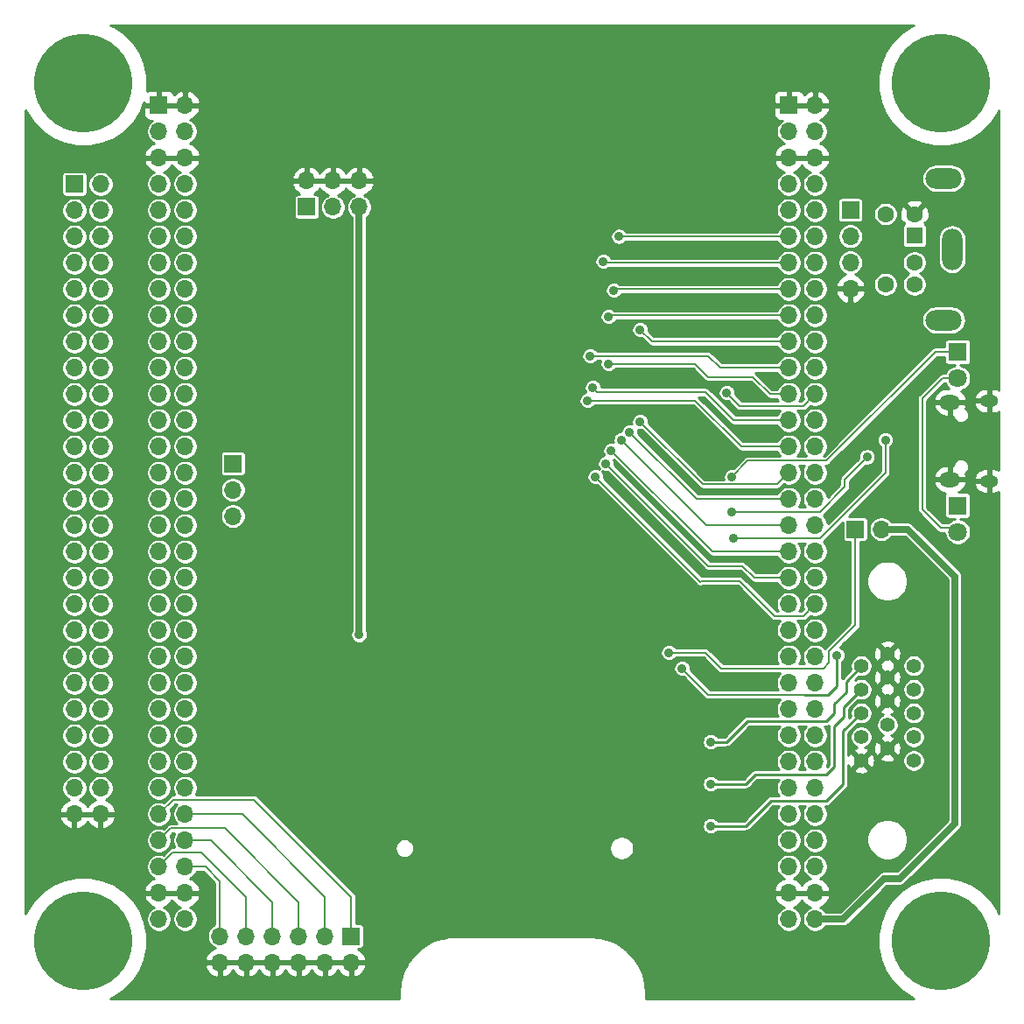
<source format=gbr>
G04 #@! TF.GenerationSoftware,KiCad,Pcbnew,(5.1.5)-3*
G04 #@! TF.CreationDate,2020-06-14T08:00:54-04:00*
G04 #@! TF.ProjectId,RETRO-EP4CE15,52455452-4f2d-4455-9034-434531352e6b,3*
G04 #@! TF.SameCoordinates,Original*
G04 #@! TF.FileFunction,Copper,L2,Bot*
G04 #@! TF.FilePolarity,Positive*
%FSLAX46Y46*%
G04 Gerber Fmt 4.6, Leading zero omitted, Abs format (unit mm)*
G04 Created by KiCad (PCBNEW (5.1.5)-3) date 2020-06-14 08:00:54*
%MOMM*%
%LPD*%
G04 APERTURE LIST*
%ADD10O,2.000000X1.450000*%
%ADD11O,1.800000X1.150000*%
%ADD12C,1.800000*%
%ADD13R,1.800000X1.800000*%
%ADD14O,1.700000X1.700000*%
%ADD15R,1.700000X1.700000*%
%ADD16O,3.500000X2.000000*%
%ADD17R,1.600000X1.600000*%
%ADD18C,1.600000*%
%ADD19O,2.000000X4.000000*%
%ADD20C,9.525000*%
%ADD21C,1.397000*%
%ADD22C,0.889000*%
%ADD23C,0.635000*%
%ADD24C,0.254000*%
%ADD25C,0.203200*%
%ADD26C,0.152400*%
G04 APERTURE END LIST*
D10*
X99838900Y-54372600D03*
X99838900Y-46922600D03*
D11*
X103638900Y-54522600D03*
X103638900Y-46772600D03*
D12*
X100584000Y-44577000D03*
D13*
X100584000Y-42037000D03*
D14*
X86790000Y-96906000D03*
X84250000Y-96906000D03*
X86790000Y-94366000D03*
X84250000Y-94366000D03*
X86790000Y-91826000D03*
X84250000Y-91826000D03*
X86790000Y-89286000D03*
X84250000Y-89286000D03*
X86790000Y-86746000D03*
X84250000Y-86746000D03*
X86790000Y-84206000D03*
X84250000Y-84206000D03*
X86790000Y-81666000D03*
X84250000Y-81666000D03*
X86790000Y-79126000D03*
X84250000Y-79126000D03*
X86790000Y-76586000D03*
X84250000Y-76586000D03*
X86790000Y-74046000D03*
X84250000Y-74046000D03*
X86790000Y-71506000D03*
X84250000Y-71506000D03*
X86790000Y-68966000D03*
X84250000Y-68966000D03*
X86790000Y-66426000D03*
X84250000Y-66426000D03*
X86790000Y-63886000D03*
X84250000Y-63886000D03*
X86790000Y-61346000D03*
X84250000Y-61346000D03*
X86790000Y-58806000D03*
X84250000Y-58806000D03*
X86790000Y-56266000D03*
X84250000Y-56266000D03*
X86790000Y-53726000D03*
X84250000Y-53726000D03*
X86790000Y-51186000D03*
X84250000Y-51186000D03*
X86790000Y-48646000D03*
X84250000Y-48646000D03*
X86790000Y-46106000D03*
X84250000Y-46106000D03*
X86790000Y-43566000D03*
X84250000Y-43566000D03*
X86790000Y-41026000D03*
X84250000Y-41026000D03*
X86790000Y-38486000D03*
X84250000Y-38486000D03*
X86790000Y-35946000D03*
X84250000Y-35946000D03*
X86790000Y-33406000D03*
X84250000Y-33406000D03*
X86790000Y-30866000D03*
X84250000Y-30866000D03*
X86790000Y-28326000D03*
X84250000Y-28326000D03*
X86790000Y-25786000D03*
X84250000Y-25786000D03*
X86790000Y-23246000D03*
X84250000Y-23246000D03*
X86790000Y-20706000D03*
X84250000Y-20706000D03*
X86790000Y-18166000D03*
D15*
X84250000Y-18166000D03*
D14*
X25850000Y-96906000D03*
X23310000Y-96906000D03*
X25850000Y-94366000D03*
X23310000Y-94366000D03*
X25850000Y-91826000D03*
X23310000Y-91826000D03*
X25850000Y-89286000D03*
X23310000Y-89286000D03*
X25850000Y-86746000D03*
X23310000Y-86746000D03*
X25850000Y-84206000D03*
X23310000Y-84206000D03*
X25850000Y-81666000D03*
X23310000Y-81666000D03*
X25850000Y-79126000D03*
X23310000Y-79126000D03*
X25850000Y-76586000D03*
X23310000Y-76586000D03*
X25850000Y-74046000D03*
X23310000Y-74046000D03*
X25850000Y-71506000D03*
X23310000Y-71506000D03*
X25850000Y-68966000D03*
X23310000Y-68966000D03*
X25850000Y-66426000D03*
X23310000Y-66426000D03*
X25850000Y-63886000D03*
X23310000Y-63886000D03*
X25850000Y-61346000D03*
X23310000Y-61346000D03*
X25850000Y-58806000D03*
X23310000Y-58806000D03*
X25850000Y-56266000D03*
X23310000Y-56266000D03*
X25850000Y-53726000D03*
X23310000Y-53726000D03*
X25850000Y-51186000D03*
X23310000Y-51186000D03*
X25850000Y-48646000D03*
X23310000Y-48646000D03*
X25850000Y-46106000D03*
X23310000Y-46106000D03*
X25850000Y-43566000D03*
X23310000Y-43566000D03*
X25850000Y-41026000D03*
X23310000Y-41026000D03*
X25850000Y-38486000D03*
X23310000Y-38486000D03*
X25850000Y-35946000D03*
X23310000Y-35946000D03*
X25850000Y-33406000D03*
X23310000Y-33406000D03*
X25850000Y-30866000D03*
X23310000Y-30866000D03*
X25850000Y-28326000D03*
X23310000Y-28326000D03*
X25850000Y-25786000D03*
X23310000Y-25786000D03*
X25850000Y-23246000D03*
X23310000Y-23246000D03*
X25850000Y-20706000D03*
X23310000Y-20706000D03*
X25850000Y-18166000D03*
D15*
X23310000Y-18166000D03*
D16*
X99250000Y-38950000D03*
X99250000Y-25250000D03*
D17*
X96400000Y-30800000D03*
D18*
X96400000Y-33400000D03*
X96400000Y-28700000D03*
X96400000Y-35500000D03*
X93600000Y-28700000D03*
X93600000Y-35500000D03*
D19*
X100050000Y-32100000D03*
D20*
X16000000Y-16000000D03*
X99000000Y-16000000D03*
X16000000Y-99000000D03*
X99000000Y-99000000D03*
D14*
X93218000Y-59182000D03*
D15*
X90678000Y-59182000D03*
D14*
X90200000Y-35920000D03*
X90200000Y-33380000D03*
X90200000Y-30840000D03*
D15*
X90200000Y-28300000D03*
D13*
X100584000Y-56896000D03*
D12*
X100584000Y-59436000D03*
D15*
X15140000Y-25800000D03*
D14*
X17680000Y-25800000D03*
X15140000Y-28340000D03*
X17680000Y-28340000D03*
X15140000Y-30880000D03*
X17680000Y-30880000D03*
X15140000Y-33420000D03*
X17680000Y-33420000D03*
X15140000Y-35960000D03*
X17680000Y-35960000D03*
X15140000Y-38500000D03*
X17680000Y-38500000D03*
X15140000Y-41040000D03*
X17680000Y-41040000D03*
X15140000Y-43580000D03*
X17680000Y-43580000D03*
X15140000Y-46120000D03*
X17680000Y-46120000D03*
X15140000Y-48660000D03*
X17680000Y-48660000D03*
X15140000Y-51200000D03*
X17680000Y-51200000D03*
X15140000Y-53740000D03*
X17680000Y-53740000D03*
X15140000Y-56280000D03*
X17680000Y-56280000D03*
X15140000Y-58820000D03*
X17680000Y-58820000D03*
X15140000Y-61360000D03*
X17680000Y-61360000D03*
X15140000Y-63900000D03*
X17680000Y-63900000D03*
X15140000Y-66440000D03*
X17680000Y-66440000D03*
X15140000Y-68980000D03*
X17680000Y-68980000D03*
X15140000Y-71520000D03*
X17680000Y-71520000D03*
X15140000Y-74060000D03*
X17680000Y-74060000D03*
X15140000Y-76600000D03*
X17680000Y-76600000D03*
X15140000Y-79140000D03*
X17680000Y-79140000D03*
X15140000Y-81680000D03*
X17680000Y-81680000D03*
X15140000Y-84220000D03*
X17680000Y-84220000D03*
X15140000Y-86760000D03*
X17680000Y-86760000D03*
D15*
X30480000Y-52832000D03*
D14*
X30480000Y-55372000D03*
X30480000Y-57912000D03*
D15*
X41910000Y-98552000D03*
D14*
X41910000Y-101092000D03*
X39370000Y-98552000D03*
X39370000Y-101092000D03*
X36830000Y-98552000D03*
X36830000Y-101092000D03*
X34290000Y-98552000D03*
X34290000Y-101092000D03*
X31750000Y-98552000D03*
X31750000Y-101092000D03*
X29210000Y-98552000D03*
X29210000Y-101092000D03*
D21*
X91239340Y-76974700D03*
X91239340Y-74688700D03*
X91239340Y-72397620D03*
X91239340Y-79268320D03*
X91239340Y-81556860D03*
X93779340Y-78122780D03*
X93779340Y-75834240D03*
X93779340Y-73543160D03*
X93779340Y-71252080D03*
X93779340Y-80413860D03*
X96319340Y-72397620D03*
X96319340Y-74688700D03*
X96316800Y-76977240D03*
X96319340Y-79268320D03*
X96319340Y-81556860D03*
D15*
X37617400Y-28016200D03*
D14*
X37617400Y-25476200D03*
X40157400Y-28016200D03*
X40157400Y-25476200D03*
X42697400Y-28016200D03*
X42697400Y-25476200D03*
D22*
X42672000Y-69392800D03*
X60325000Y-85090000D03*
X32410400Y-82118200D03*
X53009800Y-85420200D03*
X13766800Y-29667200D03*
X77891686Y-71714314D03*
X69088000Y-71831200D03*
X74676000Y-44227900D03*
X60198000Y-44958000D03*
X62230000Y-79502000D03*
X30226000Y-67056000D03*
X98247200Y-49364900D03*
X65773300Y-70586600D03*
X76699000Y-79756000D03*
X76699000Y-83820000D03*
X76699000Y-87884000D03*
X78740000Y-57531000D03*
X91821000Y-52197000D03*
X78867000Y-60071000D03*
X93599000Y-50546000D03*
X72644000Y-71120000D03*
X78740000Y-54102000D03*
X65532000Y-54102000D03*
X66548000Y-52832000D03*
X67056000Y-51562000D03*
X68061697Y-50556303D03*
X68834000Y-49784000D03*
X64770000Y-46736000D03*
X65278000Y-45466000D03*
X78232000Y-45974000D03*
X66802000Y-43180000D03*
X65024000Y-42418000D03*
X69850000Y-39878000D03*
X66802000Y-38608000D03*
X67310000Y-36068000D03*
X66294000Y-33274000D03*
X67818000Y-30866000D03*
X69850000Y-48768000D03*
X73914000Y-72644000D03*
X88900000Y-71374000D03*
D23*
X95758000Y-59182000D02*
X93218000Y-59182000D01*
X89519638Y-96906000D02*
X93461638Y-92964000D01*
X86790000Y-96906000D02*
X89519638Y-96906000D01*
X93461638Y-92964000D02*
X94996000Y-92964000D01*
X94996000Y-92964000D02*
X100330000Y-87630000D01*
X100330000Y-87630000D02*
X100330000Y-63754000D01*
X100330000Y-63754000D02*
X95758000Y-59182000D01*
X42697400Y-69367400D02*
X42672000Y-69392800D01*
X42697400Y-28016200D02*
X42697400Y-69367400D01*
D24*
X76699000Y-79756000D02*
X78232000Y-79756000D01*
X78232000Y-79756000D02*
X80221799Y-77766201D01*
X80221799Y-77766201D02*
X87841799Y-77766201D01*
X87841799Y-77766201D02*
X88646000Y-76962000D01*
X88646000Y-76962000D02*
X88646000Y-76098400D01*
X88646000Y-76098400D02*
X89789000Y-74955400D01*
X89789000Y-74955400D02*
X89789000Y-73964800D01*
X89789000Y-73964800D02*
X91239340Y-72397620D01*
X76699000Y-83820000D02*
X80086200Y-83820000D01*
X80086200Y-83820000D02*
X80314800Y-83616800D01*
X80314800Y-83616800D02*
X80975200Y-82956400D01*
X80975200Y-82956400D02*
X87833200Y-82956400D01*
X87833200Y-82956400D02*
X88620600Y-82169000D01*
X88620600Y-82169000D02*
X88620600Y-78282800D01*
X88620600Y-78282800D02*
X89560400Y-77343000D01*
X89560400Y-77343000D02*
X89560400Y-76377800D01*
X89560400Y-76377800D02*
X91239340Y-74688700D01*
X80086200Y-87884000D02*
X76699000Y-87884000D01*
X82499200Y-85471000D02*
X80086200Y-87884000D01*
X87909400Y-85471000D02*
X82499200Y-85471000D01*
X87909400Y-85471000D02*
X89484200Y-83896200D01*
X89484200Y-83896200D02*
X89484200Y-78729840D01*
X89484200Y-78729840D02*
X91239340Y-76974700D01*
D25*
X87234106Y-57531000D02*
X89662000Y-55103106D01*
X78740000Y-57531000D02*
X87234106Y-57531000D01*
X89662000Y-55103106D02*
X89662000Y-54356000D01*
X89662000Y-54356000D02*
X91821000Y-52197000D01*
X78867000Y-60071000D02*
X87234106Y-60071000D01*
X93599000Y-53706106D02*
X87234106Y-60071000D01*
X93599000Y-50546000D02*
X93599000Y-53706106D01*
X90678000Y-68487034D02*
X90678000Y-59182000D01*
X72644000Y-71120000D02*
X76188406Y-71120000D01*
X76188406Y-71120000D02*
X77729207Y-72660801D01*
X77729207Y-72660801D02*
X87613199Y-72660801D01*
X87613199Y-72660801D02*
X88150699Y-72123301D01*
X88150699Y-72123301D02*
X88150699Y-71014335D01*
X88150699Y-71014335D02*
X90678000Y-68487034D01*
X100584000Y-42037000D02*
X98425000Y-42037000D01*
X87890801Y-52571199D02*
X80270801Y-52571199D01*
X80270801Y-52571199D02*
X78740000Y-54102000D01*
X98425000Y-42037000D02*
X87890801Y-52571199D01*
X85635199Y-67580801D02*
X86790000Y-66426000D01*
X82903801Y-67580801D02*
X85635199Y-67580801D01*
X79502000Y-64179000D02*
X82903801Y-67580801D01*
X75775000Y-64179000D02*
X79502000Y-64179000D01*
X75692000Y-64262000D02*
X75775000Y-64179000D01*
X65532000Y-54102000D02*
X75692000Y-64262000D01*
X80904000Y-63886000D02*
X84250000Y-63886000D01*
X79756000Y-62738000D02*
X80904000Y-63886000D01*
X76454000Y-62738000D02*
X79756000Y-62738000D01*
X66548000Y-52832000D02*
X76454000Y-62738000D01*
X76840000Y-61346000D02*
X84250000Y-61346000D01*
X67056000Y-51562000D02*
X76840000Y-61346000D01*
X76311394Y-58806000D02*
X68061697Y-50556303D01*
X84250000Y-58806000D02*
X76311394Y-58806000D01*
X75316000Y-56266000D02*
X84250000Y-56266000D01*
X68834000Y-49784000D02*
X75316000Y-56266000D01*
X64770000Y-46736000D02*
X75184000Y-46736000D01*
X79634000Y-51186000D02*
X75184000Y-46736000D01*
X84250000Y-51186000D02*
X79634000Y-51186000D01*
X65722499Y-45910499D02*
X65278000Y-45466000D01*
X76200000Y-45910499D02*
X65722499Y-45910499D01*
X78935501Y-48646000D02*
X76200000Y-45910499D01*
X84250000Y-48646000D02*
X78935501Y-48646000D01*
X79518801Y-47260801D02*
X78232000Y-45974000D01*
X85635199Y-47260801D02*
X79518801Y-47260801D01*
X86790000Y-46106000D02*
X85635199Y-47260801D01*
X75184000Y-43180000D02*
X66802000Y-43180000D01*
D26*
X84250000Y-46106000D02*
X82428000Y-46106000D01*
X80772000Y-44450000D02*
X76454000Y-44450000D01*
X82428000Y-46106000D02*
X80772000Y-44450000D01*
D25*
X76454000Y-44450000D02*
X75184000Y-43180000D01*
X65024000Y-42418000D02*
X76454000Y-42418000D01*
X77602000Y-43566000D02*
X84250000Y-43566000D01*
X76454000Y-42418000D02*
X77602000Y-43566000D01*
X84250000Y-41026000D02*
X70998000Y-41026000D01*
X70998000Y-41026000D02*
X69850000Y-39878000D01*
D26*
X84250000Y-38486000D02*
X66924000Y-38486000D01*
X66924000Y-38486000D02*
X66802000Y-38608000D01*
X84250000Y-35946000D02*
X67432000Y-35946000D01*
X67432000Y-35946000D02*
X67310000Y-36068000D01*
X84250000Y-33406000D02*
X66426000Y-33406000D01*
X66426000Y-33406000D02*
X66294000Y-33274000D01*
X84250000Y-30866000D02*
X67818000Y-30866000D01*
X75907901Y-54825901D02*
X69850000Y-48768000D01*
X84250000Y-53726000D02*
X83150099Y-54825901D01*
X83150099Y-54825901D02*
X75907901Y-54825901D01*
D25*
X27818000Y-91826000D02*
X29210000Y-93218000D01*
X25850000Y-91826000D02*
X27818000Y-91826000D01*
X29210000Y-93218000D02*
X29210000Y-98552000D01*
X24654801Y-90481199D02*
X23310000Y-91826000D01*
X24654801Y-90440801D02*
X24654801Y-90481199D01*
X27448801Y-90440801D02*
X31750000Y-94742000D01*
X24654801Y-90440801D02*
X27448801Y-90440801D01*
X31750000Y-98552000D02*
X31750000Y-94742000D01*
X28326000Y-89286000D02*
X34290000Y-95250000D01*
X25850000Y-89286000D02*
X28326000Y-89286000D01*
X34290000Y-98552000D02*
X34290000Y-95250000D01*
X23310000Y-89286000D02*
X24464801Y-88131199D01*
X29711199Y-88131199D02*
X36830000Y-95250000D01*
X24464801Y-88131199D02*
X29711199Y-88131199D01*
X36830000Y-95250000D02*
X36830000Y-98552000D01*
X31374000Y-86746000D02*
X39370000Y-94742000D01*
X25850000Y-86746000D02*
X31374000Y-86746000D01*
X39370000Y-94742000D02*
X39370000Y-98552000D01*
X23310000Y-86746000D02*
X24695199Y-85360801D01*
X24695199Y-85360801D02*
X32528801Y-85360801D01*
X41910000Y-94742000D02*
X41910000Y-98552000D01*
X32528801Y-85360801D02*
X41910000Y-94742000D01*
X73914000Y-72644000D02*
X76470801Y-75200801D01*
X99684001Y-59044001D02*
X98922001Y-59044001D01*
X100584000Y-59944000D02*
X99684001Y-59044001D01*
X98922001Y-59044001D02*
X97155000Y-57277000D01*
X76470801Y-75200801D02*
X85792601Y-75200801D01*
D24*
X88044999Y-75226201D02*
X88900000Y-74371200D01*
X86223503Y-75226201D02*
X88044999Y-75226201D01*
X85792601Y-75200801D02*
X86198103Y-75200801D01*
X88900000Y-74371200D02*
X88900000Y-71374000D01*
X86198103Y-75200801D02*
X86223503Y-75226201D01*
D25*
X97155000Y-47726600D02*
X97155000Y-47498000D01*
X97155000Y-47726600D02*
X97155000Y-46532800D01*
X97155000Y-57277000D02*
X97155000Y-47726600D01*
X99110800Y-44577000D02*
X100584000Y-44577000D01*
X97155000Y-46532800D02*
X99110800Y-44577000D01*
D24*
G36*
X96082383Y-10541522D02*
G01*
X95073548Y-11215604D01*
X94215604Y-12073548D01*
X93541522Y-13082383D01*
X93077206Y-14203340D01*
X92840500Y-15393342D01*
X92840500Y-16606658D01*
X93077206Y-17796660D01*
X93541522Y-18917617D01*
X94215604Y-19926452D01*
X95073548Y-20784396D01*
X96082383Y-21458478D01*
X97203340Y-21922794D01*
X98393342Y-22159500D01*
X99606658Y-22159500D01*
X100796660Y-21922794D01*
X101917617Y-21458478D01*
X102926452Y-20784396D01*
X103784396Y-19926452D01*
X104458478Y-18917617D01*
X104569000Y-18650794D01*
X104569000Y-45720054D01*
X104544280Y-45703306D01*
X104324519Y-45610626D01*
X104090900Y-45562600D01*
X103765900Y-45562600D01*
X103765900Y-46645600D01*
X103785900Y-46645600D01*
X103785900Y-46899600D01*
X103765900Y-46899600D01*
X103765900Y-47982600D01*
X104090900Y-47982600D01*
X104324519Y-47934574D01*
X104544280Y-47841894D01*
X104569000Y-47825146D01*
X104569000Y-53470054D01*
X104544280Y-53453306D01*
X104324519Y-53360626D01*
X104090900Y-53312600D01*
X103765900Y-53312600D01*
X103765900Y-54395600D01*
X103785900Y-54395600D01*
X103785900Y-54649600D01*
X103765900Y-54649600D01*
X103765900Y-55732600D01*
X104090900Y-55732600D01*
X104324519Y-55684574D01*
X104544280Y-55591894D01*
X104569000Y-55575146D01*
X104569001Y-96349209D01*
X104458478Y-96082383D01*
X103784396Y-95073548D01*
X102926452Y-94215604D01*
X101917617Y-93541522D01*
X100796660Y-93077206D01*
X99606658Y-92840500D01*
X98393342Y-92840500D01*
X97203340Y-93077206D01*
X96082383Y-93541522D01*
X95073548Y-94215604D01*
X94215604Y-95073548D01*
X93541522Y-96082383D01*
X93077206Y-97203340D01*
X92840500Y-98393342D01*
X92840500Y-99606658D01*
X93077206Y-100796660D01*
X93541522Y-101917617D01*
X94215604Y-102926452D01*
X95073548Y-103784396D01*
X96082383Y-104458478D01*
X96349206Y-104569000D01*
X70431000Y-104569000D01*
X70431000Y-103978832D01*
X70429453Y-103963130D01*
X70376205Y-103238020D01*
X70374561Y-103227979D01*
X70374241Y-103217806D01*
X70365453Y-103168970D01*
X70157933Y-102304588D01*
X70153610Y-102291742D01*
X70150789Y-102278471D01*
X70133492Y-102231963D01*
X69776183Y-101417992D01*
X69769655Y-101406117D01*
X69764528Y-101393554D01*
X69739269Y-101350844D01*
X69243465Y-100613010D01*
X69234935Y-100602477D01*
X69227666Y-100591022D01*
X69195242Y-100553460D01*
X68576615Y-99915086D01*
X68566352Y-99906228D01*
X68557172Y-99896244D01*
X68518609Y-99865017D01*
X67796713Y-99346282D01*
X67785046Y-99339382D01*
X67774240Y-99331180D01*
X67730757Y-99307276D01*
X66928410Y-98924576D01*
X66915708Y-98919852D01*
X66903618Y-98913692D01*
X66856589Y-98897866D01*
X65999153Y-98663298D01*
X65985809Y-98660897D01*
X65972825Y-98656977D01*
X65923737Y-98649728D01*
X65040184Y-98570873D01*
X65021168Y-98569000D01*
X51978832Y-98569000D01*
X51963130Y-98570547D01*
X51238020Y-98623795D01*
X51227979Y-98625439D01*
X51217806Y-98625759D01*
X51168970Y-98634547D01*
X50304588Y-98842067D01*
X50291742Y-98846390D01*
X50278471Y-98849211D01*
X50231963Y-98866508D01*
X49417992Y-99223817D01*
X49406117Y-99230345D01*
X49393554Y-99235472D01*
X49350844Y-99260731D01*
X48613010Y-99756535D01*
X48602477Y-99765065D01*
X48591022Y-99772334D01*
X48553460Y-99804758D01*
X47915086Y-100423385D01*
X47906228Y-100433648D01*
X47896244Y-100442828D01*
X47865017Y-100481391D01*
X47346282Y-101203287D01*
X47339382Y-101214954D01*
X47331180Y-101225760D01*
X47307276Y-101269243D01*
X46924576Y-102071590D01*
X46919852Y-102084292D01*
X46913692Y-102096382D01*
X46897866Y-102143411D01*
X46663298Y-103000847D01*
X46660897Y-103014191D01*
X46656977Y-103027175D01*
X46649728Y-103076263D01*
X46570872Y-103959827D01*
X46569000Y-103978833D01*
X46569001Y-104569000D01*
X18650794Y-104569000D01*
X18917617Y-104458478D01*
X19926452Y-103784396D01*
X20784396Y-102926452D01*
X21458478Y-101917617D01*
X21652630Y-101448891D01*
X27768519Y-101448891D01*
X27865843Y-101723252D01*
X28014822Y-101973355D01*
X28209731Y-102189588D01*
X28443080Y-102363641D01*
X28705901Y-102488825D01*
X28853110Y-102533476D01*
X29083000Y-102412155D01*
X29083000Y-101219000D01*
X29337000Y-101219000D01*
X29337000Y-102412155D01*
X29566890Y-102533476D01*
X29714099Y-102488825D01*
X29976920Y-102363641D01*
X30210269Y-102189588D01*
X30405178Y-101973355D01*
X30480000Y-101847745D01*
X30554822Y-101973355D01*
X30749731Y-102189588D01*
X30983080Y-102363641D01*
X31245901Y-102488825D01*
X31393110Y-102533476D01*
X31623000Y-102412155D01*
X31623000Y-101219000D01*
X31877000Y-101219000D01*
X31877000Y-102412155D01*
X32106890Y-102533476D01*
X32254099Y-102488825D01*
X32516920Y-102363641D01*
X32750269Y-102189588D01*
X32945178Y-101973355D01*
X33020000Y-101847745D01*
X33094822Y-101973355D01*
X33289731Y-102189588D01*
X33523080Y-102363641D01*
X33785901Y-102488825D01*
X33933110Y-102533476D01*
X34163000Y-102412155D01*
X34163000Y-101219000D01*
X34417000Y-101219000D01*
X34417000Y-102412155D01*
X34646890Y-102533476D01*
X34794099Y-102488825D01*
X35056920Y-102363641D01*
X35290269Y-102189588D01*
X35485178Y-101973355D01*
X35560000Y-101847745D01*
X35634822Y-101973355D01*
X35829731Y-102189588D01*
X36063080Y-102363641D01*
X36325901Y-102488825D01*
X36473110Y-102533476D01*
X36703000Y-102412155D01*
X36703000Y-101219000D01*
X36957000Y-101219000D01*
X36957000Y-102412155D01*
X37186890Y-102533476D01*
X37334099Y-102488825D01*
X37596920Y-102363641D01*
X37830269Y-102189588D01*
X38025178Y-101973355D01*
X38100000Y-101847745D01*
X38174822Y-101973355D01*
X38369731Y-102189588D01*
X38603080Y-102363641D01*
X38865901Y-102488825D01*
X39013110Y-102533476D01*
X39243000Y-102412155D01*
X39243000Y-101219000D01*
X39497000Y-101219000D01*
X39497000Y-102412155D01*
X39726890Y-102533476D01*
X39874099Y-102488825D01*
X40136920Y-102363641D01*
X40370269Y-102189588D01*
X40565178Y-101973355D01*
X40640000Y-101847745D01*
X40714822Y-101973355D01*
X40909731Y-102189588D01*
X41143080Y-102363641D01*
X41405901Y-102488825D01*
X41553110Y-102533476D01*
X41783000Y-102412155D01*
X41783000Y-101219000D01*
X42037000Y-101219000D01*
X42037000Y-102412155D01*
X42266890Y-102533476D01*
X42414099Y-102488825D01*
X42676920Y-102363641D01*
X42910269Y-102189588D01*
X43105178Y-101973355D01*
X43254157Y-101723252D01*
X43351481Y-101448891D01*
X43230814Y-101219000D01*
X42037000Y-101219000D01*
X41783000Y-101219000D01*
X39497000Y-101219000D01*
X39243000Y-101219000D01*
X36957000Y-101219000D01*
X36703000Y-101219000D01*
X34417000Y-101219000D01*
X34163000Y-101219000D01*
X31877000Y-101219000D01*
X31623000Y-101219000D01*
X29337000Y-101219000D01*
X29083000Y-101219000D01*
X27889186Y-101219000D01*
X27768519Y-101448891D01*
X21652630Y-101448891D01*
X21922794Y-100796660D01*
X22159500Y-99606658D01*
X22159500Y-98393342D01*
X21922794Y-97203340D01*
X21458478Y-96082383D01*
X20784396Y-95073548D01*
X20433738Y-94722890D01*
X21868524Y-94722890D01*
X21913175Y-94870099D01*
X22038359Y-95132920D01*
X22212412Y-95366269D01*
X22428645Y-95561178D01*
X22678748Y-95710157D01*
X22841168Y-95767772D01*
X22726903Y-95815102D01*
X22525283Y-95949820D01*
X22353820Y-96121283D01*
X22219102Y-96322903D01*
X22126307Y-96546931D01*
X22079000Y-96784757D01*
X22079000Y-97027243D01*
X22126307Y-97265069D01*
X22219102Y-97489097D01*
X22353820Y-97690717D01*
X22525283Y-97862180D01*
X22726903Y-97996898D01*
X22950931Y-98089693D01*
X23188757Y-98137000D01*
X23431243Y-98137000D01*
X23669069Y-98089693D01*
X23893097Y-97996898D01*
X24094717Y-97862180D01*
X24266180Y-97690717D01*
X24400898Y-97489097D01*
X24493693Y-97265069D01*
X24541000Y-97027243D01*
X24541000Y-96784757D01*
X24493693Y-96546931D01*
X24400898Y-96322903D01*
X24266180Y-96121283D01*
X24094717Y-95949820D01*
X23893097Y-95815102D01*
X23778832Y-95767772D01*
X23941252Y-95710157D01*
X24191355Y-95561178D01*
X24407588Y-95366269D01*
X24580000Y-95135120D01*
X24752412Y-95366269D01*
X24968645Y-95561178D01*
X25218748Y-95710157D01*
X25381168Y-95767772D01*
X25266903Y-95815102D01*
X25065283Y-95949820D01*
X24893820Y-96121283D01*
X24759102Y-96322903D01*
X24666307Y-96546931D01*
X24619000Y-96784757D01*
X24619000Y-97027243D01*
X24666307Y-97265069D01*
X24759102Y-97489097D01*
X24893820Y-97690717D01*
X25065283Y-97862180D01*
X25266903Y-97996898D01*
X25490931Y-98089693D01*
X25728757Y-98137000D01*
X25971243Y-98137000D01*
X26209069Y-98089693D01*
X26433097Y-97996898D01*
X26634717Y-97862180D01*
X26806180Y-97690717D01*
X26940898Y-97489097D01*
X27033693Y-97265069D01*
X27081000Y-97027243D01*
X27081000Y-96784757D01*
X27033693Y-96546931D01*
X26940898Y-96322903D01*
X26806180Y-96121283D01*
X26634717Y-95949820D01*
X26433097Y-95815102D01*
X26318832Y-95767772D01*
X26481252Y-95710157D01*
X26731355Y-95561178D01*
X26947588Y-95366269D01*
X27121641Y-95132920D01*
X27246825Y-94870099D01*
X27291476Y-94722890D01*
X27170155Y-94493000D01*
X25977000Y-94493000D01*
X25977000Y-94513000D01*
X25723000Y-94513000D01*
X25723000Y-94493000D01*
X23437000Y-94493000D01*
X23437000Y-94513000D01*
X23183000Y-94513000D01*
X23183000Y-94493000D01*
X21989845Y-94493000D01*
X21868524Y-94722890D01*
X20433738Y-94722890D01*
X19926452Y-94215604D01*
X19617412Y-94009110D01*
X21868524Y-94009110D01*
X21989845Y-94239000D01*
X23183000Y-94239000D01*
X23183000Y-94219000D01*
X23437000Y-94219000D01*
X23437000Y-94239000D01*
X25723000Y-94239000D01*
X25723000Y-94219000D01*
X25977000Y-94219000D01*
X25977000Y-94239000D01*
X27170155Y-94239000D01*
X27291476Y-94009110D01*
X27246825Y-93861901D01*
X27121641Y-93599080D01*
X26947588Y-93365731D01*
X26731355Y-93170822D01*
X26481252Y-93021843D01*
X26318832Y-92964228D01*
X26433097Y-92916898D01*
X26634717Y-92782180D01*
X26806180Y-92610717D01*
X26940898Y-92409097D01*
X26982525Y-92308600D01*
X27618101Y-92308600D01*
X28727400Y-93417899D01*
X28727401Y-97419475D01*
X28626903Y-97461102D01*
X28425283Y-97595820D01*
X28253820Y-97767283D01*
X28119102Y-97968903D01*
X28026307Y-98192931D01*
X27979000Y-98430757D01*
X27979000Y-98673243D01*
X28026307Y-98911069D01*
X28119102Y-99135097D01*
X28253820Y-99336717D01*
X28425283Y-99508180D01*
X28626903Y-99642898D01*
X28733154Y-99686909D01*
X28705901Y-99695175D01*
X28443080Y-99820359D01*
X28209731Y-99994412D01*
X28014822Y-100210645D01*
X27865843Y-100460748D01*
X27768519Y-100735109D01*
X27889186Y-100965000D01*
X29083000Y-100965000D01*
X29083000Y-100945000D01*
X29337000Y-100945000D01*
X29337000Y-100965000D01*
X31623000Y-100965000D01*
X31623000Y-100945000D01*
X31877000Y-100945000D01*
X31877000Y-100965000D01*
X34163000Y-100965000D01*
X34163000Y-100945000D01*
X34417000Y-100945000D01*
X34417000Y-100965000D01*
X36703000Y-100965000D01*
X36703000Y-100945000D01*
X36957000Y-100945000D01*
X36957000Y-100965000D01*
X39243000Y-100965000D01*
X39243000Y-100945000D01*
X39497000Y-100945000D01*
X39497000Y-100965000D01*
X41783000Y-100965000D01*
X41783000Y-100945000D01*
X42037000Y-100945000D01*
X42037000Y-100965000D01*
X43230814Y-100965000D01*
X43351481Y-100735109D01*
X43254157Y-100460748D01*
X43105178Y-100210645D01*
X42910269Y-99994412D01*
X42676920Y-99820359D01*
X42602355Y-99784843D01*
X42760000Y-99784843D01*
X42834689Y-99777487D01*
X42906508Y-99755701D01*
X42972696Y-99720322D01*
X43030711Y-99672711D01*
X43078322Y-99614696D01*
X43113701Y-99548508D01*
X43135487Y-99476689D01*
X43142843Y-99402000D01*
X43142843Y-97702000D01*
X43135487Y-97627311D01*
X43113701Y-97555492D01*
X43078322Y-97489304D01*
X43030711Y-97431289D01*
X42972696Y-97383678D01*
X42906508Y-97348299D01*
X42834689Y-97326513D01*
X42760000Y-97319157D01*
X42392600Y-97319157D01*
X42392600Y-94765707D01*
X42394935Y-94742000D01*
X42393053Y-94722890D01*
X82808524Y-94722890D01*
X82853175Y-94870099D01*
X82978359Y-95132920D01*
X83152412Y-95366269D01*
X83368645Y-95561178D01*
X83618748Y-95710157D01*
X83781168Y-95767772D01*
X83666903Y-95815102D01*
X83465283Y-95949820D01*
X83293820Y-96121283D01*
X83159102Y-96322903D01*
X83066307Y-96546931D01*
X83019000Y-96784757D01*
X83019000Y-97027243D01*
X83066307Y-97265069D01*
X83159102Y-97489097D01*
X83293820Y-97690717D01*
X83465283Y-97862180D01*
X83666903Y-97996898D01*
X83890931Y-98089693D01*
X84128757Y-98137000D01*
X84371243Y-98137000D01*
X84609069Y-98089693D01*
X84833097Y-97996898D01*
X85034717Y-97862180D01*
X85206180Y-97690717D01*
X85340898Y-97489097D01*
X85433693Y-97265069D01*
X85481000Y-97027243D01*
X85481000Y-96784757D01*
X85433693Y-96546931D01*
X85340898Y-96322903D01*
X85206180Y-96121283D01*
X85034717Y-95949820D01*
X84833097Y-95815102D01*
X84718832Y-95767772D01*
X84881252Y-95710157D01*
X85131355Y-95561178D01*
X85347588Y-95366269D01*
X85520000Y-95135120D01*
X85692412Y-95366269D01*
X85908645Y-95561178D01*
X86158748Y-95710157D01*
X86321168Y-95767772D01*
X86206903Y-95815102D01*
X86005283Y-95949820D01*
X85833820Y-96121283D01*
X85699102Y-96322903D01*
X85606307Y-96546931D01*
X85559000Y-96784757D01*
X85559000Y-97027243D01*
X85606307Y-97265069D01*
X85699102Y-97489097D01*
X85833820Y-97690717D01*
X86005283Y-97862180D01*
X86206903Y-97996898D01*
X86430931Y-98089693D01*
X86668757Y-98137000D01*
X86911243Y-98137000D01*
X87149069Y-98089693D01*
X87373097Y-97996898D01*
X87574717Y-97862180D01*
X87746180Y-97690717D01*
X87803788Y-97604500D01*
X89485340Y-97604500D01*
X89519638Y-97607878D01*
X89553936Y-97604500D01*
X89553947Y-97604500D01*
X89656568Y-97594393D01*
X89788235Y-97554452D01*
X89909581Y-97489591D01*
X90015941Y-97402303D01*
X90037813Y-97375652D01*
X93750966Y-93662500D01*
X94961702Y-93662500D01*
X94996000Y-93665878D01*
X95030298Y-93662500D01*
X95030309Y-93662500D01*
X95132930Y-93652393D01*
X95264597Y-93612452D01*
X95385943Y-93547591D01*
X95492303Y-93460303D01*
X95514175Y-93433652D01*
X100799667Y-88148162D01*
X100826302Y-88126303D01*
X100848162Y-88099667D01*
X100848174Y-88099655D01*
X100913591Y-88019944D01*
X100978451Y-87898599D01*
X100997168Y-87836898D01*
X101018393Y-87766930D01*
X101028500Y-87664309D01*
X101028500Y-87664299D01*
X101031878Y-87630001D01*
X101028500Y-87595703D01*
X101028500Y-63788297D01*
X101031878Y-63753999D01*
X101028500Y-63719701D01*
X101028500Y-63719691D01*
X101018393Y-63617070D01*
X100978452Y-63485403D01*
X100938353Y-63410383D01*
X100913591Y-63364056D01*
X100848173Y-63284345D01*
X100848171Y-63284343D01*
X100826303Y-63257697D01*
X100799657Y-63235829D01*
X96276175Y-58712348D01*
X96254303Y-58685697D01*
X96147943Y-58598409D01*
X96026597Y-58533548D01*
X95894930Y-58493607D01*
X95792309Y-58483500D01*
X95792298Y-58483500D01*
X95758000Y-58480122D01*
X95723702Y-58483500D01*
X94231788Y-58483500D01*
X94174180Y-58397283D01*
X94002717Y-58225820D01*
X93801097Y-58091102D01*
X93577069Y-57998307D01*
X93339243Y-57951000D01*
X93096757Y-57951000D01*
X92858931Y-57998307D01*
X92634903Y-58091102D01*
X92433283Y-58225820D01*
X92261820Y-58397283D01*
X92127102Y-58598903D01*
X92034307Y-58822931D01*
X91987000Y-59060757D01*
X91987000Y-59303243D01*
X92034307Y-59541069D01*
X92127102Y-59765097D01*
X92261820Y-59966717D01*
X92433283Y-60138180D01*
X92634903Y-60272898D01*
X92858931Y-60365693D01*
X93096757Y-60413000D01*
X93339243Y-60413000D01*
X93577069Y-60365693D01*
X93801097Y-60272898D01*
X94002717Y-60138180D01*
X94174180Y-59966717D01*
X94231788Y-59880500D01*
X95468673Y-59880500D01*
X99631501Y-64043329D01*
X99631500Y-87340671D01*
X94706673Y-92265500D01*
X93495936Y-92265500D01*
X93461638Y-92262122D01*
X93427340Y-92265500D01*
X93427329Y-92265500D01*
X93324708Y-92275607D01*
X93193041Y-92315548D01*
X93136555Y-92345740D01*
X93071694Y-92380409D01*
X92991984Y-92445826D01*
X92991981Y-92445829D01*
X92965335Y-92467697D01*
X92943467Y-92494343D01*
X89230311Y-96207500D01*
X87803788Y-96207500D01*
X87746180Y-96121283D01*
X87574717Y-95949820D01*
X87373097Y-95815102D01*
X87258832Y-95767772D01*
X87421252Y-95710157D01*
X87671355Y-95561178D01*
X87887588Y-95366269D01*
X88061641Y-95132920D01*
X88186825Y-94870099D01*
X88231476Y-94722890D01*
X88110155Y-94493000D01*
X86917000Y-94493000D01*
X86917000Y-94513000D01*
X86663000Y-94513000D01*
X86663000Y-94493000D01*
X84377000Y-94493000D01*
X84377000Y-94513000D01*
X84123000Y-94513000D01*
X84123000Y-94493000D01*
X82929845Y-94493000D01*
X82808524Y-94722890D01*
X42393053Y-94722890D01*
X42385617Y-94647393D01*
X42358022Y-94556423D01*
X42313208Y-94472584D01*
X42268013Y-94417513D01*
X42268012Y-94417512D01*
X42252901Y-94399099D01*
X42234488Y-94383988D01*
X41859610Y-94009110D01*
X82808524Y-94009110D01*
X82929845Y-94239000D01*
X84123000Y-94239000D01*
X84123000Y-94219000D01*
X84377000Y-94219000D01*
X84377000Y-94239000D01*
X86663000Y-94239000D01*
X86663000Y-94219000D01*
X86917000Y-94219000D01*
X86917000Y-94239000D01*
X88110155Y-94239000D01*
X88231476Y-94009110D01*
X88186825Y-93861901D01*
X88061641Y-93599080D01*
X87887588Y-93365731D01*
X87671355Y-93170822D01*
X87421252Y-93021843D01*
X87258832Y-92964228D01*
X87373097Y-92916898D01*
X87574717Y-92782180D01*
X87746180Y-92610717D01*
X87880898Y-92409097D01*
X87973693Y-92185069D01*
X88021000Y-91947243D01*
X88021000Y-91704757D01*
X87973693Y-91466931D01*
X87880898Y-91242903D01*
X87746180Y-91041283D01*
X87574717Y-90869820D01*
X87373097Y-90735102D01*
X87149069Y-90642307D01*
X86911243Y-90595000D01*
X86668757Y-90595000D01*
X86430931Y-90642307D01*
X86206903Y-90735102D01*
X86005283Y-90869820D01*
X85833820Y-91041283D01*
X85699102Y-91242903D01*
X85606307Y-91466931D01*
X85559000Y-91704757D01*
X85559000Y-91947243D01*
X85606307Y-92185069D01*
X85699102Y-92409097D01*
X85833820Y-92610717D01*
X86005283Y-92782180D01*
X86206903Y-92916898D01*
X86321168Y-92964228D01*
X86158748Y-93021843D01*
X85908645Y-93170822D01*
X85692412Y-93365731D01*
X85520000Y-93596880D01*
X85347588Y-93365731D01*
X85131355Y-93170822D01*
X84881252Y-93021843D01*
X84718832Y-92964228D01*
X84833097Y-92916898D01*
X85034717Y-92782180D01*
X85206180Y-92610717D01*
X85340898Y-92409097D01*
X85433693Y-92185069D01*
X85481000Y-91947243D01*
X85481000Y-91704757D01*
X85433693Y-91466931D01*
X85340898Y-91242903D01*
X85206180Y-91041283D01*
X85034717Y-90869820D01*
X84833097Y-90735102D01*
X84609069Y-90642307D01*
X84371243Y-90595000D01*
X84128757Y-90595000D01*
X83890931Y-90642307D01*
X83666903Y-90735102D01*
X83465283Y-90869820D01*
X83293820Y-91041283D01*
X83159102Y-91242903D01*
X83066307Y-91466931D01*
X83019000Y-91704757D01*
X83019000Y-91947243D01*
X83066307Y-92185069D01*
X83159102Y-92409097D01*
X83293820Y-92610717D01*
X83465283Y-92782180D01*
X83666903Y-92916898D01*
X83781168Y-92964228D01*
X83618748Y-93021843D01*
X83368645Y-93170822D01*
X83152412Y-93365731D01*
X82978359Y-93599080D01*
X82853175Y-93861901D01*
X82808524Y-94009110D01*
X41859610Y-94009110D01*
X37801804Y-89951304D01*
X46148000Y-89951304D01*
X46148000Y-90134696D01*
X46183778Y-90314563D01*
X46253958Y-90483994D01*
X46355845Y-90636478D01*
X46485522Y-90766155D01*
X46638006Y-90868042D01*
X46807437Y-90938222D01*
X46987304Y-90974000D01*
X47170696Y-90974000D01*
X47350563Y-90938222D01*
X47519994Y-90868042D01*
X47672478Y-90766155D01*
X47802155Y-90636478D01*
X47904042Y-90483994D01*
X47974222Y-90314563D01*
X48010000Y-90134696D01*
X48010000Y-89951304D01*
X48005103Y-89926682D01*
X66898000Y-89926682D01*
X66898000Y-90159318D01*
X66943386Y-90387485D01*
X67032412Y-90602413D01*
X67161658Y-90795843D01*
X67326157Y-90960342D01*
X67519587Y-91089588D01*
X67734515Y-91178614D01*
X67962682Y-91224000D01*
X68195318Y-91224000D01*
X68423485Y-91178614D01*
X68638413Y-91089588D01*
X68831843Y-90960342D01*
X68996342Y-90795843D01*
X69125588Y-90602413D01*
X69214614Y-90387485D01*
X69260000Y-90159318D01*
X69260000Y-89926682D01*
X69214614Y-89698515D01*
X69125588Y-89483587D01*
X68996342Y-89290157D01*
X68870942Y-89164757D01*
X83019000Y-89164757D01*
X83019000Y-89407243D01*
X83066307Y-89645069D01*
X83159102Y-89869097D01*
X83293820Y-90070717D01*
X83465283Y-90242180D01*
X83666903Y-90376898D01*
X83890931Y-90469693D01*
X84128757Y-90517000D01*
X84371243Y-90517000D01*
X84609069Y-90469693D01*
X84833097Y-90376898D01*
X85034717Y-90242180D01*
X85206180Y-90070717D01*
X85340898Y-89869097D01*
X85433693Y-89645069D01*
X85481000Y-89407243D01*
X85481000Y-89164757D01*
X85559000Y-89164757D01*
X85559000Y-89407243D01*
X85606307Y-89645069D01*
X85699102Y-89869097D01*
X85833820Y-90070717D01*
X86005283Y-90242180D01*
X86206903Y-90376898D01*
X86430931Y-90469693D01*
X86668757Y-90517000D01*
X86911243Y-90517000D01*
X87149069Y-90469693D01*
X87373097Y-90376898D01*
X87574717Y-90242180D01*
X87746180Y-90070717D01*
X87880898Y-89869097D01*
X87973693Y-89645069D01*
X88021000Y-89407243D01*
X88021000Y-89164757D01*
X87989650Y-89007149D01*
X91798340Y-89007149D01*
X91798340Y-89397371D01*
X91874469Y-89780096D01*
X92023801Y-90140615D01*
X92240597Y-90465074D01*
X92516526Y-90741003D01*
X92840985Y-90957799D01*
X93201504Y-91107131D01*
X93584229Y-91183260D01*
X93974451Y-91183260D01*
X94357176Y-91107131D01*
X94717695Y-90957799D01*
X95042154Y-90741003D01*
X95318083Y-90465074D01*
X95534879Y-90140615D01*
X95684211Y-89780096D01*
X95760340Y-89397371D01*
X95760340Y-89007149D01*
X95684211Y-88624424D01*
X95534879Y-88263905D01*
X95318083Y-87939446D01*
X95042154Y-87663517D01*
X94717695Y-87446721D01*
X94357176Y-87297389D01*
X93974451Y-87221260D01*
X93584229Y-87221260D01*
X93201504Y-87297389D01*
X92840985Y-87446721D01*
X92516526Y-87663517D01*
X92240597Y-87939446D01*
X92023801Y-88263905D01*
X91874469Y-88624424D01*
X91798340Y-89007149D01*
X87989650Y-89007149D01*
X87973693Y-88926931D01*
X87880898Y-88702903D01*
X87746180Y-88501283D01*
X87574717Y-88329820D01*
X87373097Y-88195102D01*
X87149069Y-88102307D01*
X86911243Y-88055000D01*
X86668757Y-88055000D01*
X86430931Y-88102307D01*
X86206903Y-88195102D01*
X86005283Y-88329820D01*
X85833820Y-88501283D01*
X85699102Y-88702903D01*
X85606307Y-88926931D01*
X85559000Y-89164757D01*
X85481000Y-89164757D01*
X85433693Y-88926931D01*
X85340898Y-88702903D01*
X85206180Y-88501283D01*
X85034717Y-88329820D01*
X84833097Y-88195102D01*
X84609069Y-88102307D01*
X84371243Y-88055000D01*
X84128757Y-88055000D01*
X83890931Y-88102307D01*
X83666903Y-88195102D01*
X83465283Y-88329820D01*
X83293820Y-88501283D01*
X83159102Y-88702903D01*
X83066307Y-88926931D01*
X83019000Y-89164757D01*
X68870942Y-89164757D01*
X68831843Y-89125658D01*
X68638413Y-88996412D01*
X68423485Y-88907386D01*
X68195318Y-88862000D01*
X67962682Y-88862000D01*
X67734515Y-88907386D01*
X67519587Y-88996412D01*
X67326157Y-89125658D01*
X67161658Y-89290157D01*
X67032412Y-89483587D01*
X66943386Y-89698515D01*
X66898000Y-89926682D01*
X48005103Y-89926682D01*
X47974222Y-89771437D01*
X47904042Y-89602006D01*
X47802155Y-89449522D01*
X47672478Y-89319845D01*
X47519994Y-89217958D01*
X47350563Y-89147778D01*
X47170696Y-89112000D01*
X46987304Y-89112000D01*
X46807437Y-89147778D01*
X46638006Y-89217958D01*
X46485522Y-89319845D01*
X46355845Y-89449522D01*
X46253958Y-89602006D01*
X46183778Y-89771437D01*
X46148000Y-89951304D01*
X37801804Y-89951304D01*
X32886818Y-85036319D01*
X32871702Y-85017900D01*
X32798216Y-84957592D01*
X32714378Y-84912779D01*
X32623407Y-84885184D01*
X32552508Y-84878201D01*
X32552506Y-84878201D01*
X32528801Y-84875866D01*
X32505096Y-84878201D01*
X26881361Y-84878201D01*
X26940898Y-84789097D01*
X27033693Y-84565069D01*
X27081000Y-84327243D01*
X27081000Y-84084757D01*
X27033693Y-83846931D01*
X26940898Y-83622903D01*
X26806180Y-83421283D01*
X26634717Y-83249820D01*
X26433097Y-83115102D01*
X26209069Y-83022307D01*
X25971243Y-82975000D01*
X25728757Y-82975000D01*
X25490931Y-83022307D01*
X25266903Y-83115102D01*
X25065283Y-83249820D01*
X24893820Y-83421283D01*
X24759102Y-83622903D01*
X24666307Y-83846931D01*
X24619000Y-84084757D01*
X24619000Y-84327243D01*
X24666307Y-84565069D01*
X24759102Y-84789097D01*
X24818639Y-84878201D01*
X24718903Y-84878201D01*
X24695198Y-84875866D01*
X24671493Y-84878201D01*
X24671492Y-84878201D01*
X24600593Y-84885184D01*
X24509622Y-84912779D01*
X24425784Y-84957592D01*
X24352298Y-85017900D01*
X24337182Y-85036319D01*
X23769567Y-85603934D01*
X23669069Y-85562307D01*
X23431243Y-85515000D01*
X23188757Y-85515000D01*
X22950931Y-85562307D01*
X22726903Y-85655102D01*
X22525283Y-85789820D01*
X22353820Y-85961283D01*
X22219102Y-86162903D01*
X22126307Y-86386931D01*
X22079000Y-86624757D01*
X22079000Y-86867243D01*
X22126307Y-87105069D01*
X22219102Y-87329097D01*
X22353820Y-87530717D01*
X22525283Y-87702180D01*
X22726903Y-87836898D01*
X22950931Y-87929693D01*
X23188757Y-87977000D01*
X23431243Y-87977000D01*
X23669069Y-87929693D01*
X23893097Y-87836898D01*
X24094717Y-87702180D01*
X24266180Y-87530717D01*
X24400898Y-87329097D01*
X24493693Y-87105069D01*
X24541000Y-86867243D01*
X24541000Y-86624757D01*
X24493693Y-86386931D01*
X24452066Y-86286433D01*
X24895098Y-85843401D01*
X25011702Y-85843401D01*
X24893820Y-85961283D01*
X24759102Y-86162903D01*
X24666307Y-86386931D01*
X24619000Y-86624757D01*
X24619000Y-86867243D01*
X24666307Y-87105069D01*
X24759102Y-87329097D01*
X24893820Y-87530717D01*
X25011702Y-87648599D01*
X24488505Y-87648599D01*
X24464800Y-87646264D01*
X24441095Y-87648599D01*
X24441094Y-87648599D01*
X24370195Y-87655582D01*
X24279224Y-87683177D01*
X24195386Y-87727990D01*
X24121900Y-87788298D01*
X24106784Y-87806717D01*
X23769567Y-88143934D01*
X23669069Y-88102307D01*
X23431243Y-88055000D01*
X23188757Y-88055000D01*
X22950931Y-88102307D01*
X22726903Y-88195102D01*
X22525283Y-88329820D01*
X22353820Y-88501283D01*
X22219102Y-88702903D01*
X22126307Y-88926931D01*
X22079000Y-89164757D01*
X22079000Y-89407243D01*
X22126307Y-89645069D01*
X22219102Y-89869097D01*
X22353820Y-90070717D01*
X22525283Y-90242180D01*
X22726903Y-90376898D01*
X22950931Y-90469693D01*
X23188757Y-90517000D01*
X23431243Y-90517000D01*
X23669069Y-90469693D01*
X23893097Y-90376898D01*
X24094717Y-90242180D01*
X24266180Y-90070717D01*
X24400898Y-89869097D01*
X24493693Y-89645069D01*
X24541000Y-89407243D01*
X24541000Y-89164757D01*
X24493693Y-88926931D01*
X24452066Y-88826433D01*
X24664700Y-88613799D01*
X24818639Y-88613799D01*
X24759102Y-88702903D01*
X24666307Y-88926931D01*
X24619000Y-89164757D01*
X24619000Y-89407243D01*
X24666307Y-89645069D01*
X24759102Y-89869097D01*
X24818639Y-89958201D01*
X24678508Y-89958201D01*
X24654801Y-89955866D01*
X24631094Y-89958201D01*
X24560195Y-89965184D01*
X24469224Y-89992779D01*
X24385386Y-90037592D01*
X24311900Y-90097900D01*
X24251592Y-90171386D01*
X24216543Y-90236957D01*
X23769566Y-90683934D01*
X23669069Y-90642307D01*
X23431243Y-90595000D01*
X23188757Y-90595000D01*
X22950931Y-90642307D01*
X22726903Y-90735102D01*
X22525283Y-90869820D01*
X22353820Y-91041283D01*
X22219102Y-91242903D01*
X22126307Y-91466931D01*
X22079000Y-91704757D01*
X22079000Y-91947243D01*
X22126307Y-92185069D01*
X22219102Y-92409097D01*
X22353820Y-92610717D01*
X22525283Y-92782180D01*
X22726903Y-92916898D01*
X22841168Y-92964228D01*
X22678748Y-93021843D01*
X22428645Y-93170822D01*
X22212412Y-93365731D01*
X22038359Y-93599080D01*
X21913175Y-93861901D01*
X21868524Y-94009110D01*
X19617412Y-94009110D01*
X18917617Y-93541522D01*
X17796660Y-93077206D01*
X16606658Y-92840500D01*
X15393342Y-92840500D01*
X14203340Y-93077206D01*
X13082383Y-93541522D01*
X12073548Y-94215604D01*
X11215604Y-95073548D01*
X10541522Y-96082383D01*
X10431000Y-96349206D01*
X10431000Y-87116890D01*
X13698524Y-87116890D01*
X13743175Y-87264099D01*
X13868359Y-87526920D01*
X14042412Y-87760269D01*
X14258645Y-87955178D01*
X14508748Y-88104157D01*
X14783109Y-88201481D01*
X15013000Y-88080814D01*
X15013000Y-86887000D01*
X15267000Y-86887000D01*
X15267000Y-88080814D01*
X15496891Y-88201481D01*
X15771252Y-88104157D01*
X16021355Y-87955178D01*
X16237588Y-87760269D01*
X16410000Y-87529120D01*
X16582412Y-87760269D01*
X16798645Y-87955178D01*
X17048748Y-88104157D01*
X17323109Y-88201481D01*
X17553000Y-88080814D01*
X17553000Y-86887000D01*
X17807000Y-86887000D01*
X17807000Y-88080814D01*
X18036891Y-88201481D01*
X18311252Y-88104157D01*
X18561355Y-87955178D01*
X18777588Y-87760269D01*
X18951641Y-87526920D01*
X19076825Y-87264099D01*
X19121476Y-87116890D01*
X19000155Y-86887000D01*
X17807000Y-86887000D01*
X17553000Y-86887000D01*
X15267000Y-86887000D01*
X15013000Y-86887000D01*
X13819845Y-86887000D01*
X13698524Y-87116890D01*
X10431000Y-87116890D01*
X10431000Y-86403110D01*
X13698524Y-86403110D01*
X13819845Y-86633000D01*
X15013000Y-86633000D01*
X15013000Y-86613000D01*
X15267000Y-86613000D01*
X15267000Y-86633000D01*
X17553000Y-86633000D01*
X17553000Y-86613000D01*
X17807000Y-86613000D01*
X17807000Y-86633000D01*
X19000155Y-86633000D01*
X19121476Y-86403110D01*
X19076825Y-86255901D01*
X18951641Y-85993080D01*
X18777588Y-85759731D01*
X18561355Y-85564822D01*
X18311252Y-85415843D01*
X18148832Y-85358228D01*
X18263097Y-85310898D01*
X18464717Y-85176180D01*
X18636180Y-85004717D01*
X18770898Y-84803097D01*
X18863693Y-84579069D01*
X18911000Y-84341243D01*
X18911000Y-84098757D01*
X18908216Y-84084757D01*
X22079000Y-84084757D01*
X22079000Y-84327243D01*
X22126307Y-84565069D01*
X22219102Y-84789097D01*
X22353820Y-84990717D01*
X22525283Y-85162180D01*
X22726903Y-85296898D01*
X22950931Y-85389693D01*
X23188757Y-85437000D01*
X23431243Y-85437000D01*
X23669069Y-85389693D01*
X23893097Y-85296898D01*
X24094717Y-85162180D01*
X24266180Y-84990717D01*
X24400898Y-84789097D01*
X24493693Y-84565069D01*
X24541000Y-84327243D01*
X24541000Y-84084757D01*
X24493693Y-83846931D01*
X24400898Y-83622903D01*
X24266180Y-83421283D01*
X24094717Y-83249820D01*
X23893097Y-83115102D01*
X23669069Y-83022307D01*
X23431243Y-82975000D01*
X23188757Y-82975000D01*
X22950931Y-83022307D01*
X22726903Y-83115102D01*
X22525283Y-83249820D01*
X22353820Y-83421283D01*
X22219102Y-83622903D01*
X22126307Y-83846931D01*
X22079000Y-84084757D01*
X18908216Y-84084757D01*
X18863693Y-83860931D01*
X18770898Y-83636903D01*
X18636180Y-83435283D01*
X18464717Y-83263820D01*
X18263097Y-83129102D01*
X18039069Y-83036307D01*
X17801243Y-82989000D01*
X17558757Y-82989000D01*
X17320931Y-83036307D01*
X17096903Y-83129102D01*
X16895283Y-83263820D01*
X16723820Y-83435283D01*
X16589102Y-83636903D01*
X16496307Y-83860931D01*
X16449000Y-84098757D01*
X16449000Y-84341243D01*
X16496307Y-84579069D01*
X16589102Y-84803097D01*
X16723820Y-85004717D01*
X16895283Y-85176180D01*
X17096903Y-85310898D01*
X17211168Y-85358228D01*
X17048748Y-85415843D01*
X16798645Y-85564822D01*
X16582412Y-85759731D01*
X16410000Y-85990880D01*
X16237588Y-85759731D01*
X16021355Y-85564822D01*
X15771252Y-85415843D01*
X15608832Y-85358228D01*
X15723097Y-85310898D01*
X15924717Y-85176180D01*
X16096180Y-85004717D01*
X16230898Y-84803097D01*
X16323693Y-84579069D01*
X16371000Y-84341243D01*
X16371000Y-84098757D01*
X16323693Y-83860931D01*
X16230898Y-83636903D01*
X16096180Y-83435283D01*
X15924717Y-83263820D01*
X15723097Y-83129102D01*
X15499069Y-83036307D01*
X15261243Y-82989000D01*
X15018757Y-82989000D01*
X14780931Y-83036307D01*
X14556903Y-83129102D01*
X14355283Y-83263820D01*
X14183820Y-83435283D01*
X14049102Y-83636903D01*
X13956307Y-83860931D01*
X13909000Y-84098757D01*
X13909000Y-84341243D01*
X13956307Y-84579069D01*
X14049102Y-84803097D01*
X14183820Y-85004717D01*
X14355283Y-85176180D01*
X14556903Y-85310898D01*
X14671168Y-85358228D01*
X14508748Y-85415843D01*
X14258645Y-85564822D01*
X14042412Y-85759731D01*
X13868359Y-85993080D01*
X13743175Y-86255901D01*
X13698524Y-86403110D01*
X10431000Y-86403110D01*
X10431000Y-81558757D01*
X13909000Y-81558757D01*
X13909000Y-81801243D01*
X13956307Y-82039069D01*
X14049102Y-82263097D01*
X14183820Y-82464717D01*
X14355283Y-82636180D01*
X14556903Y-82770898D01*
X14780931Y-82863693D01*
X15018757Y-82911000D01*
X15261243Y-82911000D01*
X15499069Y-82863693D01*
X15723097Y-82770898D01*
X15924717Y-82636180D01*
X16096180Y-82464717D01*
X16230898Y-82263097D01*
X16323693Y-82039069D01*
X16371000Y-81801243D01*
X16371000Y-81558757D01*
X16449000Y-81558757D01*
X16449000Y-81801243D01*
X16496307Y-82039069D01*
X16589102Y-82263097D01*
X16723820Y-82464717D01*
X16895283Y-82636180D01*
X17096903Y-82770898D01*
X17320931Y-82863693D01*
X17558757Y-82911000D01*
X17801243Y-82911000D01*
X18039069Y-82863693D01*
X18263097Y-82770898D01*
X18464717Y-82636180D01*
X18636180Y-82464717D01*
X18770898Y-82263097D01*
X18863693Y-82039069D01*
X18911000Y-81801243D01*
X18911000Y-81558757D01*
X18908216Y-81544757D01*
X22079000Y-81544757D01*
X22079000Y-81787243D01*
X22126307Y-82025069D01*
X22219102Y-82249097D01*
X22353820Y-82450717D01*
X22525283Y-82622180D01*
X22726903Y-82756898D01*
X22950931Y-82849693D01*
X23188757Y-82897000D01*
X23431243Y-82897000D01*
X23669069Y-82849693D01*
X23893097Y-82756898D01*
X24094717Y-82622180D01*
X24266180Y-82450717D01*
X24400898Y-82249097D01*
X24493693Y-82025069D01*
X24541000Y-81787243D01*
X24541000Y-81544757D01*
X24619000Y-81544757D01*
X24619000Y-81787243D01*
X24666307Y-82025069D01*
X24759102Y-82249097D01*
X24893820Y-82450717D01*
X25065283Y-82622180D01*
X25266903Y-82756898D01*
X25490931Y-82849693D01*
X25728757Y-82897000D01*
X25971243Y-82897000D01*
X26209069Y-82849693D01*
X26433097Y-82756898D01*
X26634717Y-82622180D01*
X26806180Y-82450717D01*
X26940898Y-82249097D01*
X27033693Y-82025069D01*
X27081000Y-81787243D01*
X27081000Y-81544757D01*
X27033693Y-81306931D01*
X26940898Y-81082903D01*
X26806180Y-80881283D01*
X26634717Y-80709820D01*
X26433097Y-80575102D01*
X26209069Y-80482307D01*
X25971243Y-80435000D01*
X25728757Y-80435000D01*
X25490931Y-80482307D01*
X25266903Y-80575102D01*
X25065283Y-80709820D01*
X24893820Y-80881283D01*
X24759102Y-81082903D01*
X24666307Y-81306931D01*
X24619000Y-81544757D01*
X24541000Y-81544757D01*
X24493693Y-81306931D01*
X24400898Y-81082903D01*
X24266180Y-80881283D01*
X24094717Y-80709820D01*
X23893097Y-80575102D01*
X23669069Y-80482307D01*
X23431243Y-80435000D01*
X23188757Y-80435000D01*
X22950931Y-80482307D01*
X22726903Y-80575102D01*
X22525283Y-80709820D01*
X22353820Y-80881283D01*
X22219102Y-81082903D01*
X22126307Y-81306931D01*
X22079000Y-81544757D01*
X18908216Y-81544757D01*
X18863693Y-81320931D01*
X18770898Y-81096903D01*
X18636180Y-80895283D01*
X18464717Y-80723820D01*
X18263097Y-80589102D01*
X18039069Y-80496307D01*
X17801243Y-80449000D01*
X17558757Y-80449000D01*
X17320931Y-80496307D01*
X17096903Y-80589102D01*
X16895283Y-80723820D01*
X16723820Y-80895283D01*
X16589102Y-81096903D01*
X16496307Y-81320931D01*
X16449000Y-81558757D01*
X16371000Y-81558757D01*
X16323693Y-81320931D01*
X16230898Y-81096903D01*
X16096180Y-80895283D01*
X15924717Y-80723820D01*
X15723097Y-80589102D01*
X15499069Y-80496307D01*
X15261243Y-80449000D01*
X15018757Y-80449000D01*
X14780931Y-80496307D01*
X14556903Y-80589102D01*
X14355283Y-80723820D01*
X14183820Y-80895283D01*
X14049102Y-81096903D01*
X13956307Y-81320931D01*
X13909000Y-81558757D01*
X10431000Y-81558757D01*
X10431000Y-79018757D01*
X13909000Y-79018757D01*
X13909000Y-79261243D01*
X13956307Y-79499069D01*
X14049102Y-79723097D01*
X14183820Y-79924717D01*
X14355283Y-80096180D01*
X14556903Y-80230898D01*
X14780931Y-80323693D01*
X15018757Y-80371000D01*
X15261243Y-80371000D01*
X15499069Y-80323693D01*
X15723097Y-80230898D01*
X15924717Y-80096180D01*
X16096180Y-79924717D01*
X16230898Y-79723097D01*
X16323693Y-79499069D01*
X16371000Y-79261243D01*
X16371000Y-79018757D01*
X16449000Y-79018757D01*
X16449000Y-79261243D01*
X16496307Y-79499069D01*
X16589102Y-79723097D01*
X16723820Y-79924717D01*
X16895283Y-80096180D01*
X17096903Y-80230898D01*
X17320931Y-80323693D01*
X17558757Y-80371000D01*
X17801243Y-80371000D01*
X18039069Y-80323693D01*
X18263097Y-80230898D01*
X18464717Y-80096180D01*
X18636180Y-79924717D01*
X18770898Y-79723097D01*
X18863693Y-79499069D01*
X18911000Y-79261243D01*
X18911000Y-79018757D01*
X18908216Y-79004757D01*
X22079000Y-79004757D01*
X22079000Y-79247243D01*
X22126307Y-79485069D01*
X22219102Y-79709097D01*
X22353820Y-79910717D01*
X22525283Y-80082180D01*
X22726903Y-80216898D01*
X22950931Y-80309693D01*
X23188757Y-80357000D01*
X23431243Y-80357000D01*
X23669069Y-80309693D01*
X23893097Y-80216898D01*
X24094717Y-80082180D01*
X24266180Y-79910717D01*
X24400898Y-79709097D01*
X24493693Y-79485069D01*
X24541000Y-79247243D01*
X24541000Y-79004757D01*
X24619000Y-79004757D01*
X24619000Y-79247243D01*
X24666307Y-79485069D01*
X24759102Y-79709097D01*
X24893820Y-79910717D01*
X25065283Y-80082180D01*
X25266903Y-80216898D01*
X25490931Y-80309693D01*
X25728757Y-80357000D01*
X25971243Y-80357000D01*
X26209069Y-80309693D01*
X26433097Y-80216898D01*
X26634717Y-80082180D01*
X26806180Y-79910717D01*
X26940898Y-79709097D01*
X27033693Y-79485069D01*
X27081000Y-79247243D01*
X27081000Y-79004757D01*
X27033693Y-78766931D01*
X26940898Y-78542903D01*
X26806180Y-78341283D01*
X26634717Y-78169820D01*
X26433097Y-78035102D01*
X26209069Y-77942307D01*
X25971243Y-77895000D01*
X25728757Y-77895000D01*
X25490931Y-77942307D01*
X25266903Y-78035102D01*
X25065283Y-78169820D01*
X24893820Y-78341283D01*
X24759102Y-78542903D01*
X24666307Y-78766931D01*
X24619000Y-79004757D01*
X24541000Y-79004757D01*
X24493693Y-78766931D01*
X24400898Y-78542903D01*
X24266180Y-78341283D01*
X24094717Y-78169820D01*
X23893097Y-78035102D01*
X23669069Y-77942307D01*
X23431243Y-77895000D01*
X23188757Y-77895000D01*
X22950931Y-77942307D01*
X22726903Y-78035102D01*
X22525283Y-78169820D01*
X22353820Y-78341283D01*
X22219102Y-78542903D01*
X22126307Y-78766931D01*
X22079000Y-79004757D01*
X18908216Y-79004757D01*
X18863693Y-78780931D01*
X18770898Y-78556903D01*
X18636180Y-78355283D01*
X18464717Y-78183820D01*
X18263097Y-78049102D01*
X18039069Y-77956307D01*
X17801243Y-77909000D01*
X17558757Y-77909000D01*
X17320931Y-77956307D01*
X17096903Y-78049102D01*
X16895283Y-78183820D01*
X16723820Y-78355283D01*
X16589102Y-78556903D01*
X16496307Y-78780931D01*
X16449000Y-79018757D01*
X16371000Y-79018757D01*
X16323693Y-78780931D01*
X16230898Y-78556903D01*
X16096180Y-78355283D01*
X15924717Y-78183820D01*
X15723097Y-78049102D01*
X15499069Y-77956307D01*
X15261243Y-77909000D01*
X15018757Y-77909000D01*
X14780931Y-77956307D01*
X14556903Y-78049102D01*
X14355283Y-78183820D01*
X14183820Y-78355283D01*
X14049102Y-78556903D01*
X13956307Y-78780931D01*
X13909000Y-79018757D01*
X10431000Y-79018757D01*
X10431000Y-76478757D01*
X13909000Y-76478757D01*
X13909000Y-76721243D01*
X13956307Y-76959069D01*
X14049102Y-77183097D01*
X14183820Y-77384717D01*
X14355283Y-77556180D01*
X14556903Y-77690898D01*
X14780931Y-77783693D01*
X15018757Y-77831000D01*
X15261243Y-77831000D01*
X15499069Y-77783693D01*
X15723097Y-77690898D01*
X15924717Y-77556180D01*
X16096180Y-77384717D01*
X16230898Y-77183097D01*
X16323693Y-76959069D01*
X16371000Y-76721243D01*
X16371000Y-76478757D01*
X16449000Y-76478757D01*
X16449000Y-76721243D01*
X16496307Y-76959069D01*
X16589102Y-77183097D01*
X16723820Y-77384717D01*
X16895283Y-77556180D01*
X17096903Y-77690898D01*
X17320931Y-77783693D01*
X17558757Y-77831000D01*
X17801243Y-77831000D01*
X18039069Y-77783693D01*
X18263097Y-77690898D01*
X18464717Y-77556180D01*
X18636180Y-77384717D01*
X18770898Y-77183097D01*
X18863693Y-76959069D01*
X18911000Y-76721243D01*
X18911000Y-76478757D01*
X18908216Y-76464757D01*
X22079000Y-76464757D01*
X22079000Y-76707243D01*
X22126307Y-76945069D01*
X22219102Y-77169097D01*
X22353820Y-77370717D01*
X22525283Y-77542180D01*
X22726903Y-77676898D01*
X22950931Y-77769693D01*
X23188757Y-77817000D01*
X23431243Y-77817000D01*
X23669069Y-77769693D01*
X23893097Y-77676898D01*
X24094717Y-77542180D01*
X24266180Y-77370717D01*
X24400898Y-77169097D01*
X24493693Y-76945069D01*
X24541000Y-76707243D01*
X24541000Y-76464757D01*
X24619000Y-76464757D01*
X24619000Y-76707243D01*
X24666307Y-76945069D01*
X24759102Y-77169097D01*
X24893820Y-77370717D01*
X25065283Y-77542180D01*
X25266903Y-77676898D01*
X25490931Y-77769693D01*
X25728757Y-77817000D01*
X25971243Y-77817000D01*
X26209069Y-77769693D01*
X26433097Y-77676898D01*
X26634717Y-77542180D01*
X26806180Y-77370717D01*
X26940898Y-77169097D01*
X27033693Y-76945069D01*
X27081000Y-76707243D01*
X27081000Y-76464757D01*
X27033693Y-76226931D01*
X26940898Y-76002903D01*
X26806180Y-75801283D01*
X26634717Y-75629820D01*
X26433097Y-75495102D01*
X26209069Y-75402307D01*
X25971243Y-75355000D01*
X25728757Y-75355000D01*
X25490931Y-75402307D01*
X25266903Y-75495102D01*
X25065283Y-75629820D01*
X24893820Y-75801283D01*
X24759102Y-76002903D01*
X24666307Y-76226931D01*
X24619000Y-76464757D01*
X24541000Y-76464757D01*
X24493693Y-76226931D01*
X24400898Y-76002903D01*
X24266180Y-75801283D01*
X24094717Y-75629820D01*
X23893097Y-75495102D01*
X23669069Y-75402307D01*
X23431243Y-75355000D01*
X23188757Y-75355000D01*
X22950931Y-75402307D01*
X22726903Y-75495102D01*
X22525283Y-75629820D01*
X22353820Y-75801283D01*
X22219102Y-76002903D01*
X22126307Y-76226931D01*
X22079000Y-76464757D01*
X18908216Y-76464757D01*
X18863693Y-76240931D01*
X18770898Y-76016903D01*
X18636180Y-75815283D01*
X18464717Y-75643820D01*
X18263097Y-75509102D01*
X18039069Y-75416307D01*
X17801243Y-75369000D01*
X17558757Y-75369000D01*
X17320931Y-75416307D01*
X17096903Y-75509102D01*
X16895283Y-75643820D01*
X16723820Y-75815283D01*
X16589102Y-76016903D01*
X16496307Y-76240931D01*
X16449000Y-76478757D01*
X16371000Y-76478757D01*
X16323693Y-76240931D01*
X16230898Y-76016903D01*
X16096180Y-75815283D01*
X15924717Y-75643820D01*
X15723097Y-75509102D01*
X15499069Y-75416307D01*
X15261243Y-75369000D01*
X15018757Y-75369000D01*
X14780931Y-75416307D01*
X14556903Y-75509102D01*
X14355283Y-75643820D01*
X14183820Y-75815283D01*
X14049102Y-76016903D01*
X13956307Y-76240931D01*
X13909000Y-76478757D01*
X10431000Y-76478757D01*
X10431000Y-73938757D01*
X13909000Y-73938757D01*
X13909000Y-74181243D01*
X13956307Y-74419069D01*
X14049102Y-74643097D01*
X14183820Y-74844717D01*
X14355283Y-75016180D01*
X14556903Y-75150898D01*
X14780931Y-75243693D01*
X15018757Y-75291000D01*
X15261243Y-75291000D01*
X15499069Y-75243693D01*
X15723097Y-75150898D01*
X15924717Y-75016180D01*
X16096180Y-74844717D01*
X16230898Y-74643097D01*
X16323693Y-74419069D01*
X16371000Y-74181243D01*
X16371000Y-73938757D01*
X16449000Y-73938757D01*
X16449000Y-74181243D01*
X16496307Y-74419069D01*
X16589102Y-74643097D01*
X16723820Y-74844717D01*
X16895283Y-75016180D01*
X17096903Y-75150898D01*
X17320931Y-75243693D01*
X17558757Y-75291000D01*
X17801243Y-75291000D01*
X18039069Y-75243693D01*
X18263097Y-75150898D01*
X18464717Y-75016180D01*
X18636180Y-74844717D01*
X18770898Y-74643097D01*
X18863693Y-74419069D01*
X18911000Y-74181243D01*
X18911000Y-73938757D01*
X18908216Y-73924757D01*
X22079000Y-73924757D01*
X22079000Y-74167243D01*
X22126307Y-74405069D01*
X22219102Y-74629097D01*
X22353820Y-74830717D01*
X22525283Y-75002180D01*
X22726903Y-75136898D01*
X22950931Y-75229693D01*
X23188757Y-75277000D01*
X23431243Y-75277000D01*
X23669069Y-75229693D01*
X23893097Y-75136898D01*
X24094717Y-75002180D01*
X24266180Y-74830717D01*
X24400898Y-74629097D01*
X24493693Y-74405069D01*
X24541000Y-74167243D01*
X24541000Y-73924757D01*
X24619000Y-73924757D01*
X24619000Y-74167243D01*
X24666307Y-74405069D01*
X24759102Y-74629097D01*
X24893820Y-74830717D01*
X25065283Y-75002180D01*
X25266903Y-75136898D01*
X25490931Y-75229693D01*
X25728757Y-75277000D01*
X25971243Y-75277000D01*
X26209069Y-75229693D01*
X26433097Y-75136898D01*
X26634717Y-75002180D01*
X26806180Y-74830717D01*
X26940898Y-74629097D01*
X27033693Y-74405069D01*
X27081000Y-74167243D01*
X27081000Y-73924757D01*
X27033693Y-73686931D01*
X26940898Y-73462903D01*
X26806180Y-73261283D01*
X26634717Y-73089820D01*
X26433097Y-72955102D01*
X26209069Y-72862307D01*
X25971243Y-72815000D01*
X25728757Y-72815000D01*
X25490931Y-72862307D01*
X25266903Y-72955102D01*
X25065283Y-73089820D01*
X24893820Y-73261283D01*
X24759102Y-73462903D01*
X24666307Y-73686931D01*
X24619000Y-73924757D01*
X24541000Y-73924757D01*
X24493693Y-73686931D01*
X24400898Y-73462903D01*
X24266180Y-73261283D01*
X24094717Y-73089820D01*
X23893097Y-72955102D01*
X23669069Y-72862307D01*
X23431243Y-72815000D01*
X23188757Y-72815000D01*
X22950931Y-72862307D01*
X22726903Y-72955102D01*
X22525283Y-73089820D01*
X22353820Y-73261283D01*
X22219102Y-73462903D01*
X22126307Y-73686931D01*
X22079000Y-73924757D01*
X18908216Y-73924757D01*
X18863693Y-73700931D01*
X18770898Y-73476903D01*
X18636180Y-73275283D01*
X18464717Y-73103820D01*
X18263097Y-72969102D01*
X18039069Y-72876307D01*
X17801243Y-72829000D01*
X17558757Y-72829000D01*
X17320931Y-72876307D01*
X17096903Y-72969102D01*
X16895283Y-73103820D01*
X16723820Y-73275283D01*
X16589102Y-73476903D01*
X16496307Y-73700931D01*
X16449000Y-73938757D01*
X16371000Y-73938757D01*
X16323693Y-73700931D01*
X16230898Y-73476903D01*
X16096180Y-73275283D01*
X15924717Y-73103820D01*
X15723097Y-72969102D01*
X15499069Y-72876307D01*
X15261243Y-72829000D01*
X15018757Y-72829000D01*
X14780931Y-72876307D01*
X14556903Y-72969102D01*
X14355283Y-73103820D01*
X14183820Y-73275283D01*
X14049102Y-73476903D01*
X13956307Y-73700931D01*
X13909000Y-73938757D01*
X10431000Y-73938757D01*
X10431000Y-71398757D01*
X13909000Y-71398757D01*
X13909000Y-71641243D01*
X13956307Y-71879069D01*
X14049102Y-72103097D01*
X14183820Y-72304717D01*
X14355283Y-72476180D01*
X14556903Y-72610898D01*
X14780931Y-72703693D01*
X15018757Y-72751000D01*
X15261243Y-72751000D01*
X15499069Y-72703693D01*
X15723097Y-72610898D01*
X15924717Y-72476180D01*
X16096180Y-72304717D01*
X16230898Y-72103097D01*
X16323693Y-71879069D01*
X16371000Y-71641243D01*
X16371000Y-71398757D01*
X16449000Y-71398757D01*
X16449000Y-71641243D01*
X16496307Y-71879069D01*
X16589102Y-72103097D01*
X16723820Y-72304717D01*
X16895283Y-72476180D01*
X17096903Y-72610898D01*
X17320931Y-72703693D01*
X17558757Y-72751000D01*
X17801243Y-72751000D01*
X18039069Y-72703693D01*
X18263097Y-72610898D01*
X18464717Y-72476180D01*
X18636180Y-72304717D01*
X18770898Y-72103097D01*
X18863693Y-71879069D01*
X18911000Y-71641243D01*
X18911000Y-71398757D01*
X18908216Y-71384757D01*
X22079000Y-71384757D01*
X22079000Y-71627243D01*
X22126307Y-71865069D01*
X22219102Y-72089097D01*
X22353820Y-72290717D01*
X22525283Y-72462180D01*
X22726903Y-72596898D01*
X22950931Y-72689693D01*
X23188757Y-72737000D01*
X23431243Y-72737000D01*
X23669069Y-72689693D01*
X23893097Y-72596898D01*
X24094717Y-72462180D01*
X24266180Y-72290717D01*
X24400898Y-72089097D01*
X24493693Y-71865069D01*
X24541000Y-71627243D01*
X24541000Y-71384757D01*
X24619000Y-71384757D01*
X24619000Y-71627243D01*
X24666307Y-71865069D01*
X24759102Y-72089097D01*
X24893820Y-72290717D01*
X25065283Y-72462180D01*
X25266903Y-72596898D01*
X25490931Y-72689693D01*
X25728757Y-72737000D01*
X25971243Y-72737000D01*
X26209069Y-72689693D01*
X26433097Y-72596898D01*
X26634717Y-72462180D01*
X26806180Y-72290717D01*
X26940898Y-72089097D01*
X27033693Y-71865069D01*
X27081000Y-71627243D01*
X27081000Y-71384757D01*
X27033693Y-71146931D01*
X26940898Y-70922903D01*
X26806180Y-70721283D01*
X26634717Y-70549820D01*
X26433097Y-70415102D01*
X26209069Y-70322307D01*
X25971243Y-70275000D01*
X25728757Y-70275000D01*
X25490931Y-70322307D01*
X25266903Y-70415102D01*
X25065283Y-70549820D01*
X24893820Y-70721283D01*
X24759102Y-70922903D01*
X24666307Y-71146931D01*
X24619000Y-71384757D01*
X24541000Y-71384757D01*
X24493693Y-71146931D01*
X24400898Y-70922903D01*
X24266180Y-70721283D01*
X24094717Y-70549820D01*
X23893097Y-70415102D01*
X23669069Y-70322307D01*
X23431243Y-70275000D01*
X23188757Y-70275000D01*
X22950931Y-70322307D01*
X22726903Y-70415102D01*
X22525283Y-70549820D01*
X22353820Y-70721283D01*
X22219102Y-70922903D01*
X22126307Y-71146931D01*
X22079000Y-71384757D01*
X18908216Y-71384757D01*
X18863693Y-71160931D01*
X18770898Y-70936903D01*
X18636180Y-70735283D01*
X18464717Y-70563820D01*
X18263097Y-70429102D01*
X18039069Y-70336307D01*
X17801243Y-70289000D01*
X17558757Y-70289000D01*
X17320931Y-70336307D01*
X17096903Y-70429102D01*
X16895283Y-70563820D01*
X16723820Y-70735283D01*
X16589102Y-70936903D01*
X16496307Y-71160931D01*
X16449000Y-71398757D01*
X16371000Y-71398757D01*
X16323693Y-71160931D01*
X16230898Y-70936903D01*
X16096180Y-70735283D01*
X15924717Y-70563820D01*
X15723097Y-70429102D01*
X15499069Y-70336307D01*
X15261243Y-70289000D01*
X15018757Y-70289000D01*
X14780931Y-70336307D01*
X14556903Y-70429102D01*
X14355283Y-70563820D01*
X14183820Y-70735283D01*
X14049102Y-70936903D01*
X13956307Y-71160931D01*
X13909000Y-71398757D01*
X10431000Y-71398757D01*
X10431000Y-68858757D01*
X13909000Y-68858757D01*
X13909000Y-69101243D01*
X13956307Y-69339069D01*
X14049102Y-69563097D01*
X14183820Y-69764717D01*
X14355283Y-69936180D01*
X14556903Y-70070898D01*
X14780931Y-70163693D01*
X15018757Y-70211000D01*
X15261243Y-70211000D01*
X15499069Y-70163693D01*
X15723097Y-70070898D01*
X15924717Y-69936180D01*
X16096180Y-69764717D01*
X16230898Y-69563097D01*
X16323693Y-69339069D01*
X16371000Y-69101243D01*
X16371000Y-68858757D01*
X16449000Y-68858757D01*
X16449000Y-69101243D01*
X16496307Y-69339069D01*
X16589102Y-69563097D01*
X16723820Y-69764717D01*
X16895283Y-69936180D01*
X17096903Y-70070898D01*
X17320931Y-70163693D01*
X17558757Y-70211000D01*
X17801243Y-70211000D01*
X18039069Y-70163693D01*
X18263097Y-70070898D01*
X18464717Y-69936180D01*
X18636180Y-69764717D01*
X18770898Y-69563097D01*
X18863693Y-69339069D01*
X18911000Y-69101243D01*
X18911000Y-68858757D01*
X18908216Y-68844757D01*
X22079000Y-68844757D01*
X22079000Y-69087243D01*
X22126307Y-69325069D01*
X22219102Y-69549097D01*
X22353820Y-69750717D01*
X22525283Y-69922180D01*
X22726903Y-70056898D01*
X22950931Y-70149693D01*
X23188757Y-70197000D01*
X23431243Y-70197000D01*
X23669069Y-70149693D01*
X23893097Y-70056898D01*
X24094717Y-69922180D01*
X24266180Y-69750717D01*
X24400898Y-69549097D01*
X24493693Y-69325069D01*
X24541000Y-69087243D01*
X24541000Y-68844757D01*
X24619000Y-68844757D01*
X24619000Y-69087243D01*
X24666307Y-69325069D01*
X24759102Y-69549097D01*
X24893820Y-69750717D01*
X25065283Y-69922180D01*
X25266903Y-70056898D01*
X25490931Y-70149693D01*
X25728757Y-70197000D01*
X25971243Y-70197000D01*
X26209069Y-70149693D01*
X26433097Y-70056898D01*
X26634717Y-69922180D01*
X26806180Y-69750717D01*
X26940898Y-69549097D01*
X27033693Y-69325069D01*
X27081000Y-69087243D01*
X27081000Y-68844757D01*
X27033693Y-68606931D01*
X26940898Y-68382903D01*
X26806180Y-68181283D01*
X26634717Y-68009820D01*
X26433097Y-67875102D01*
X26209069Y-67782307D01*
X25971243Y-67735000D01*
X25728757Y-67735000D01*
X25490931Y-67782307D01*
X25266903Y-67875102D01*
X25065283Y-68009820D01*
X24893820Y-68181283D01*
X24759102Y-68382903D01*
X24666307Y-68606931D01*
X24619000Y-68844757D01*
X24541000Y-68844757D01*
X24493693Y-68606931D01*
X24400898Y-68382903D01*
X24266180Y-68181283D01*
X24094717Y-68009820D01*
X23893097Y-67875102D01*
X23669069Y-67782307D01*
X23431243Y-67735000D01*
X23188757Y-67735000D01*
X22950931Y-67782307D01*
X22726903Y-67875102D01*
X22525283Y-68009820D01*
X22353820Y-68181283D01*
X22219102Y-68382903D01*
X22126307Y-68606931D01*
X22079000Y-68844757D01*
X18908216Y-68844757D01*
X18863693Y-68620931D01*
X18770898Y-68396903D01*
X18636180Y-68195283D01*
X18464717Y-68023820D01*
X18263097Y-67889102D01*
X18039069Y-67796307D01*
X17801243Y-67749000D01*
X17558757Y-67749000D01*
X17320931Y-67796307D01*
X17096903Y-67889102D01*
X16895283Y-68023820D01*
X16723820Y-68195283D01*
X16589102Y-68396903D01*
X16496307Y-68620931D01*
X16449000Y-68858757D01*
X16371000Y-68858757D01*
X16323693Y-68620931D01*
X16230898Y-68396903D01*
X16096180Y-68195283D01*
X15924717Y-68023820D01*
X15723097Y-67889102D01*
X15499069Y-67796307D01*
X15261243Y-67749000D01*
X15018757Y-67749000D01*
X14780931Y-67796307D01*
X14556903Y-67889102D01*
X14355283Y-68023820D01*
X14183820Y-68195283D01*
X14049102Y-68396903D01*
X13956307Y-68620931D01*
X13909000Y-68858757D01*
X10431000Y-68858757D01*
X10431000Y-66318757D01*
X13909000Y-66318757D01*
X13909000Y-66561243D01*
X13956307Y-66799069D01*
X14049102Y-67023097D01*
X14183820Y-67224717D01*
X14355283Y-67396180D01*
X14556903Y-67530898D01*
X14780931Y-67623693D01*
X15018757Y-67671000D01*
X15261243Y-67671000D01*
X15499069Y-67623693D01*
X15723097Y-67530898D01*
X15924717Y-67396180D01*
X16096180Y-67224717D01*
X16230898Y-67023097D01*
X16323693Y-66799069D01*
X16371000Y-66561243D01*
X16371000Y-66318757D01*
X16449000Y-66318757D01*
X16449000Y-66561243D01*
X16496307Y-66799069D01*
X16589102Y-67023097D01*
X16723820Y-67224717D01*
X16895283Y-67396180D01*
X17096903Y-67530898D01*
X17320931Y-67623693D01*
X17558757Y-67671000D01*
X17801243Y-67671000D01*
X18039069Y-67623693D01*
X18263097Y-67530898D01*
X18464717Y-67396180D01*
X18636180Y-67224717D01*
X18770898Y-67023097D01*
X18863693Y-66799069D01*
X18911000Y-66561243D01*
X18911000Y-66318757D01*
X18908216Y-66304757D01*
X22079000Y-66304757D01*
X22079000Y-66547243D01*
X22126307Y-66785069D01*
X22219102Y-67009097D01*
X22353820Y-67210717D01*
X22525283Y-67382180D01*
X22726903Y-67516898D01*
X22950931Y-67609693D01*
X23188757Y-67657000D01*
X23431243Y-67657000D01*
X23669069Y-67609693D01*
X23893097Y-67516898D01*
X24094717Y-67382180D01*
X24266180Y-67210717D01*
X24400898Y-67009097D01*
X24493693Y-66785069D01*
X24541000Y-66547243D01*
X24541000Y-66304757D01*
X24619000Y-66304757D01*
X24619000Y-66547243D01*
X24666307Y-66785069D01*
X24759102Y-67009097D01*
X24893820Y-67210717D01*
X25065283Y-67382180D01*
X25266903Y-67516898D01*
X25490931Y-67609693D01*
X25728757Y-67657000D01*
X25971243Y-67657000D01*
X26209069Y-67609693D01*
X26433097Y-67516898D01*
X26634717Y-67382180D01*
X26806180Y-67210717D01*
X26940898Y-67009097D01*
X27033693Y-66785069D01*
X27081000Y-66547243D01*
X27081000Y-66304757D01*
X27033693Y-66066931D01*
X26940898Y-65842903D01*
X26806180Y-65641283D01*
X26634717Y-65469820D01*
X26433097Y-65335102D01*
X26209069Y-65242307D01*
X25971243Y-65195000D01*
X25728757Y-65195000D01*
X25490931Y-65242307D01*
X25266903Y-65335102D01*
X25065283Y-65469820D01*
X24893820Y-65641283D01*
X24759102Y-65842903D01*
X24666307Y-66066931D01*
X24619000Y-66304757D01*
X24541000Y-66304757D01*
X24493693Y-66066931D01*
X24400898Y-65842903D01*
X24266180Y-65641283D01*
X24094717Y-65469820D01*
X23893097Y-65335102D01*
X23669069Y-65242307D01*
X23431243Y-65195000D01*
X23188757Y-65195000D01*
X22950931Y-65242307D01*
X22726903Y-65335102D01*
X22525283Y-65469820D01*
X22353820Y-65641283D01*
X22219102Y-65842903D01*
X22126307Y-66066931D01*
X22079000Y-66304757D01*
X18908216Y-66304757D01*
X18863693Y-66080931D01*
X18770898Y-65856903D01*
X18636180Y-65655283D01*
X18464717Y-65483820D01*
X18263097Y-65349102D01*
X18039069Y-65256307D01*
X17801243Y-65209000D01*
X17558757Y-65209000D01*
X17320931Y-65256307D01*
X17096903Y-65349102D01*
X16895283Y-65483820D01*
X16723820Y-65655283D01*
X16589102Y-65856903D01*
X16496307Y-66080931D01*
X16449000Y-66318757D01*
X16371000Y-66318757D01*
X16323693Y-66080931D01*
X16230898Y-65856903D01*
X16096180Y-65655283D01*
X15924717Y-65483820D01*
X15723097Y-65349102D01*
X15499069Y-65256307D01*
X15261243Y-65209000D01*
X15018757Y-65209000D01*
X14780931Y-65256307D01*
X14556903Y-65349102D01*
X14355283Y-65483820D01*
X14183820Y-65655283D01*
X14049102Y-65856903D01*
X13956307Y-66080931D01*
X13909000Y-66318757D01*
X10431000Y-66318757D01*
X10431000Y-63778757D01*
X13909000Y-63778757D01*
X13909000Y-64021243D01*
X13956307Y-64259069D01*
X14049102Y-64483097D01*
X14183820Y-64684717D01*
X14355283Y-64856180D01*
X14556903Y-64990898D01*
X14780931Y-65083693D01*
X15018757Y-65131000D01*
X15261243Y-65131000D01*
X15499069Y-65083693D01*
X15723097Y-64990898D01*
X15924717Y-64856180D01*
X16096180Y-64684717D01*
X16230898Y-64483097D01*
X16323693Y-64259069D01*
X16371000Y-64021243D01*
X16371000Y-63778757D01*
X16449000Y-63778757D01*
X16449000Y-64021243D01*
X16496307Y-64259069D01*
X16589102Y-64483097D01*
X16723820Y-64684717D01*
X16895283Y-64856180D01*
X17096903Y-64990898D01*
X17320931Y-65083693D01*
X17558757Y-65131000D01*
X17801243Y-65131000D01*
X18039069Y-65083693D01*
X18263097Y-64990898D01*
X18464717Y-64856180D01*
X18636180Y-64684717D01*
X18770898Y-64483097D01*
X18863693Y-64259069D01*
X18911000Y-64021243D01*
X18911000Y-63778757D01*
X18908216Y-63764757D01*
X22079000Y-63764757D01*
X22079000Y-64007243D01*
X22126307Y-64245069D01*
X22219102Y-64469097D01*
X22353820Y-64670717D01*
X22525283Y-64842180D01*
X22726903Y-64976898D01*
X22950931Y-65069693D01*
X23188757Y-65117000D01*
X23431243Y-65117000D01*
X23669069Y-65069693D01*
X23893097Y-64976898D01*
X24094717Y-64842180D01*
X24266180Y-64670717D01*
X24400898Y-64469097D01*
X24493693Y-64245069D01*
X24541000Y-64007243D01*
X24541000Y-63764757D01*
X24619000Y-63764757D01*
X24619000Y-64007243D01*
X24666307Y-64245069D01*
X24759102Y-64469097D01*
X24893820Y-64670717D01*
X25065283Y-64842180D01*
X25266903Y-64976898D01*
X25490931Y-65069693D01*
X25728757Y-65117000D01*
X25971243Y-65117000D01*
X26209069Y-65069693D01*
X26433097Y-64976898D01*
X26634717Y-64842180D01*
X26806180Y-64670717D01*
X26940898Y-64469097D01*
X27033693Y-64245069D01*
X27081000Y-64007243D01*
X27081000Y-63764757D01*
X27033693Y-63526931D01*
X26940898Y-63302903D01*
X26806180Y-63101283D01*
X26634717Y-62929820D01*
X26433097Y-62795102D01*
X26209069Y-62702307D01*
X25971243Y-62655000D01*
X25728757Y-62655000D01*
X25490931Y-62702307D01*
X25266903Y-62795102D01*
X25065283Y-62929820D01*
X24893820Y-63101283D01*
X24759102Y-63302903D01*
X24666307Y-63526931D01*
X24619000Y-63764757D01*
X24541000Y-63764757D01*
X24493693Y-63526931D01*
X24400898Y-63302903D01*
X24266180Y-63101283D01*
X24094717Y-62929820D01*
X23893097Y-62795102D01*
X23669069Y-62702307D01*
X23431243Y-62655000D01*
X23188757Y-62655000D01*
X22950931Y-62702307D01*
X22726903Y-62795102D01*
X22525283Y-62929820D01*
X22353820Y-63101283D01*
X22219102Y-63302903D01*
X22126307Y-63526931D01*
X22079000Y-63764757D01*
X18908216Y-63764757D01*
X18863693Y-63540931D01*
X18770898Y-63316903D01*
X18636180Y-63115283D01*
X18464717Y-62943820D01*
X18263097Y-62809102D01*
X18039069Y-62716307D01*
X17801243Y-62669000D01*
X17558757Y-62669000D01*
X17320931Y-62716307D01*
X17096903Y-62809102D01*
X16895283Y-62943820D01*
X16723820Y-63115283D01*
X16589102Y-63316903D01*
X16496307Y-63540931D01*
X16449000Y-63778757D01*
X16371000Y-63778757D01*
X16323693Y-63540931D01*
X16230898Y-63316903D01*
X16096180Y-63115283D01*
X15924717Y-62943820D01*
X15723097Y-62809102D01*
X15499069Y-62716307D01*
X15261243Y-62669000D01*
X15018757Y-62669000D01*
X14780931Y-62716307D01*
X14556903Y-62809102D01*
X14355283Y-62943820D01*
X14183820Y-63115283D01*
X14049102Y-63316903D01*
X13956307Y-63540931D01*
X13909000Y-63778757D01*
X10431000Y-63778757D01*
X10431000Y-61238757D01*
X13909000Y-61238757D01*
X13909000Y-61481243D01*
X13956307Y-61719069D01*
X14049102Y-61943097D01*
X14183820Y-62144717D01*
X14355283Y-62316180D01*
X14556903Y-62450898D01*
X14780931Y-62543693D01*
X15018757Y-62591000D01*
X15261243Y-62591000D01*
X15499069Y-62543693D01*
X15723097Y-62450898D01*
X15924717Y-62316180D01*
X16096180Y-62144717D01*
X16230898Y-61943097D01*
X16323693Y-61719069D01*
X16371000Y-61481243D01*
X16371000Y-61238757D01*
X16449000Y-61238757D01*
X16449000Y-61481243D01*
X16496307Y-61719069D01*
X16589102Y-61943097D01*
X16723820Y-62144717D01*
X16895283Y-62316180D01*
X17096903Y-62450898D01*
X17320931Y-62543693D01*
X17558757Y-62591000D01*
X17801243Y-62591000D01*
X18039069Y-62543693D01*
X18263097Y-62450898D01*
X18464717Y-62316180D01*
X18636180Y-62144717D01*
X18770898Y-61943097D01*
X18863693Y-61719069D01*
X18911000Y-61481243D01*
X18911000Y-61238757D01*
X18908216Y-61224757D01*
X22079000Y-61224757D01*
X22079000Y-61467243D01*
X22126307Y-61705069D01*
X22219102Y-61929097D01*
X22353820Y-62130717D01*
X22525283Y-62302180D01*
X22726903Y-62436898D01*
X22950931Y-62529693D01*
X23188757Y-62577000D01*
X23431243Y-62577000D01*
X23669069Y-62529693D01*
X23893097Y-62436898D01*
X24094717Y-62302180D01*
X24266180Y-62130717D01*
X24400898Y-61929097D01*
X24493693Y-61705069D01*
X24541000Y-61467243D01*
X24541000Y-61224757D01*
X24619000Y-61224757D01*
X24619000Y-61467243D01*
X24666307Y-61705069D01*
X24759102Y-61929097D01*
X24893820Y-62130717D01*
X25065283Y-62302180D01*
X25266903Y-62436898D01*
X25490931Y-62529693D01*
X25728757Y-62577000D01*
X25971243Y-62577000D01*
X26209069Y-62529693D01*
X26433097Y-62436898D01*
X26634717Y-62302180D01*
X26806180Y-62130717D01*
X26940898Y-61929097D01*
X27033693Y-61705069D01*
X27081000Y-61467243D01*
X27081000Y-61224757D01*
X27033693Y-60986931D01*
X26940898Y-60762903D01*
X26806180Y-60561283D01*
X26634717Y-60389820D01*
X26433097Y-60255102D01*
X26209069Y-60162307D01*
X25971243Y-60115000D01*
X25728757Y-60115000D01*
X25490931Y-60162307D01*
X25266903Y-60255102D01*
X25065283Y-60389820D01*
X24893820Y-60561283D01*
X24759102Y-60762903D01*
X24666307Y-60986931D01*
X24619000Y-61224757D01*
X24541000Y-61224757D01*
X24493693Y-60986931D01*
X24400898Y-60762903D01*
X24266180Y-60561283D01*
X24094717Y-60389820D01*
X23893097Y-60255102D01*
X23669069Y-60162307D01*
X23431243Y-60115000D01*
X23188757Y-60115000D01*
X22950931Y-60162307D01*
X22726903Y-60255102D01*
X22525283Y-60389820D01*
X22353820Y-60561283D01*
X22219102Y-60762903D01*
X22126307Y-60986931D01*
X22079000Y-61224757D01*
X18908216Y-61224757D01*
X18863693Y-61000931D01*
X18770898Y-60776903D01*
X18636180Y-60575283D01*
X18464717Y-60403820D01*
X18263097Y-60269102D01*
X18039069Y-60176307D01*
X17801243Y-60129000D01*
X17558757Y-60129000D01*
X17320931Y-60176307D01*
X17096903Y-60269102D01*
X16895283Y-60403820D01*
X16723820Y-60575283D01*
X16589102Y-60776903D01*
X16496307Y-61000931D01*
X16449000Y-61238757D01*
X16371000Y-61238757D01*
X16323693Y-61000931D01*
X16230898Y-60776903D01*
X16096180Y-60575283D01*
X15924717Y-60403820D01*
X15723097Y-60269102D01*
X15499069Y-60176307D01*
X15261243Y-60129000D01*
X15018757Y-60129000D01*
X14780931Y-60176307D01*
X14556903Y-60269102D01*
X14355283Y-60403820D01*
X14183820Y-60575283D01*
X14049102Y-60776903D01*
X13956307Y-61000931D01*
X13909000Y-61238757D01*
X10431000Y-61238757D01*
X10431000Y-58698757D01*
X13909000Y-58698757D01*
X13909000Y-58941243D01*
X13956307Y-59179069D01*
X14049102Y-59403097D01*
X14183820Y-59604717D01*
X14355283Y-59776180D01*
X14556903Y-59910898D01*
X14780931Y-60003693D01*
X15018757Y-60051000D01*
X15261243Y-60051000D01*
X15499069Y-60003693D01*
X15723097Y-59910898D01*
X15924717Y-59776180D01*
X16096180Y-59604717D01*
X16230898Y-59403097D01*
X16323693Y-59179069D01*
X16371000Y-58941243D01*
X16371000Y-58698757D01*
X16449000Y-58698757D01*
X16449000Y-58941243D01*
X16496307Y-59179069D01*
X16589102Y-59403097D01*
X16723820Y-59604717D01*
X16895283Y-59776180D01*
X17096903Y-59910898D01*
X17320931Y-60003693D01*
X17558757Y-60051000D01*
X17801243Y-60051000D01*
X18039069Y-60003693D01*
X18263097Y-59910898D01*
X18464717Y-59776180D01*
X18636180Y-59604717D01*
X18770898Y-59403097D01*
X18863693Y-59179069D01*
X18911000Y-58941243D01*
X18911000Y-58698757D01*
X18908216Y-58684757D01*
X22079000Y-58684757D01*
X22079000Y-58927243D01*
X22126307Y-59165069D01*
X22219102Y-59389097D01*
X22353820Y-59590717D01*
X22525283Y-59762180D01*
X22726903Y-59896898D01*
X22950931Y-59989693D01*
X23188757Y-60037000D01*
X23431243Y-60037000D01*
X23669069Y-59989693D01*
X23893097Y-59896898D01*
X24094717Y-59762180D01*
X24266180Y-59590717D01*
X24400898Y-59389097D01*
X24493693Y-59165069D01*
X24541000Y-58927243D01*
X24541000Y-58684757D01*
X24619000Y-58684757D01*
X24619000Y-58927243D01*
X24666307Y-59165069D01*
X24759102Y-59389097D01*
X24893820Y-59590717D01*
X25065283Y-59762180D01*
X25266903Y-59896898D01*
X25490931Y-59989693D01*
X25728757Y-60037000D01*
X25971243Y-60037000D01*
X26209069Y-59989693D01*
X26433097Y-59896898D01*
X26634717Y-59762180D01*
X26806180Y-59590717D01*
X26940898Y-59389097D01*
X27033693Y-59165069D01*
X27081000Y-58927243D01*
X27081000Y-58684757D01*
X27033693Y-58446931D01*
X26940898Y-58222903D01*
X26806180Y-58021283D01*
X26634717Y-57849820D01*
X26546323Y-57790757D01*
X29249000Y-57790757D01*
X29249000Y-58033243D01*
X29296307Y-58271069D01*
X29389102Y-58495097D01*
X29523820Y-58696717D01*
X29695283Y-58868180D01*
X29896903Y-59002898D01*
X30120931Y-59095693D01*
X30358757Y-59143000D01*
X30601243Y-59143000D01*
X30839069Y-59095693D01*
X31063097Y-59002898D01*
X31264717Y-58868180D01*
X31436180Y-58696717D01*
X31570898Y-58495097D01*
X31663693Y-58271069D01*
X31711000Y-58033243D01*
X31711000Y-57790757D01*
X31663693Y-57552931D01*
X31570898Y-57328903D01*
X31436180Y-57127283D01*
X31264717Y-56955820D01*
X31063097Y-56821102D01*
X30839069Y-56728307D01*
X30601243Y-56681000D01*
X30358757Y-56681000D01*
X30120931Y-56728307D01*
X29896903Y-56821102D01*
X29695283Y-56955820D01*
X29523820Y-57127283D01*
X29389102Y-57328903D01*
X29296307Y-57552931D01*
X29249000Y-57790757D01*
X26546323Y-57790757D01*
X26433097Y-57715102D01*
X26209069Y-57622307D01*
X25971243Y-57575000D01*
X25728757Y-57575000D01*
X25490931Y-57622307D01*
X25266903Y-57715102D01*
X25065283Y-57849820D01*
X24893820Y-58021283D01*
X24759102Y-58222903D01*
X24666307Y-58446931D01*
X24619000Y-58684757D01*
X24541000Y-58684757D01*
X24493693Y-58446931D01*
X24400898Y-58222903D01*
X24266180Y-58021283D01*
X24094717Y-57849820D01*
X23893097Y-57715102D01*
X23669069Y-57622307D01*
X23431243Y-57575000D01*
X23188757Y-57575000D01*
X22950931Y-57622307D01*
X22726903Y-57715102D01*
X22525283Y-57849820D01*
X22353820Y-58021283D01*
X22219102Y-58222903D01*
X22126307Y-58446931D01*
X22079000Y-58684757D01*
X18908216Y-58684757D01*
X18863693Y-58460931D01*
X18770898Y-58236903D01*
X18636180Y-58035283D01*
X18464717Y-57863820D01*
X18263097Y-57729102D01*
X18039069Y-57636307D01*
X17801243Y-57589000D01*
X17558757Y-57589000D01*
X17320931Y-57636307D01*
X17096903Y-57729102D01*
X16895283Y-57863820D01*
X16723820Y-58035283D01*
X16589102Y-58236903D01*
X16496307Y-58460931D01*
X16449000Y-58698757D01*
X16371000Y-58698757D01*
X16323693Y-58460931D01*
X16230898Y-58236903D01*
X16096180Y-58035283D01*
X15924717Y-57863820D01*
X15723097Y-57729102D01*
X15499069Y-57636307D01*
X15261243Y-57589000D01*
X15018757Y-57589000D01*
X14780931Y-57636307D01*
X14556903Y-57729102D01*
X14355283Y-57863820D01*
X14183820Y-58035283D01*
X14049102Y-58236903D01*
X13956307Y-58460931D01*
X13909000Y-58698757D01*
X10431000Y-58698757D01*
X10431000Y-56158757D01*
X13909000Y-56158757D01*
X13909000Y-56401243D01*
X13956307Y-56639069D01*
X14049102Y-56863097D01*
X14183820Y-57064717D01*
X14355283Y-57236180D01*
X14556903Y-57370898D01*
X14780931Y-57463693D01*
X15018757Y-57511000D01*
X15261243Y-57511000D01*
X15499069Y-57463693D01*
X15723097Y-57370898D01*
X15924717Y-57236180D01*
X16096180Y-57064717D01*
X16230898Y-56863097D01*
X16323693Y-56639069D01*
X16371000Y-56401243D01*
X16371000Y-56158757D01*
X16449000Y-56158757D01*
X16449000Y-56401243D01*
X16496307Y-56639069D01*
X16589102Y-56863097D01*
X16723820Y-57064717D01*
X16895283Y-57236180D01*
X17096903Y-57370898D01*
X17320931Y-57463693D01*
X17558757Y-57511000D01*
X17801243Y-57511000D01*
X18039069Y-57463693D01*
X18263097Y-57370898D01*
X18464717Y-57236180D01*
X18636180Y-57064717D01*
X18770898Y-56863097D01*
X18863693Y-56639069D01*
X18911000Y-56401243D01*
X18911000Y-56158757D01*
X18908216Y-56144757D01*
X22079000Y-56144757D01*
X22079000Y-56387243D01*
X22126307Y-56625069D01*
X22219102Y-56849097D01*
X22353820Y-57050717D01*
X22525283Y-57222180D01*
X22726903Y-57356898D01*
X22950931Y-57449693D01*
X23188757Y-57497000D01*
X23431243Y-57497000D01*
X23669069Y-57449693D01*
X23893097Y-57356898D01*
X24094717Y-57222180D01*
X24266180Y-57050717D01*
X24400898Y-56849097D01*
X24493693Y-56625069D01*
X24541000Y-56387243D01*
X24541000Y-56144757D01*
X24619000Y-56144757D01*
X24619000Y-56387243D01*
X24666307Y-56625069D01*
X24759102Y-56849097D01*
X24893820Y-57050717D01*
X25065283Y-57222180D01*
X25266903Y-57356898D01*
X25490931Y-57449693D01*
X25728757Y-57497000D01*
X25971243Y-57497000D01*
X26209069Y-57449693D01*
X26433097Y-57356898D01*
X26634717Y-57222180D01*
X26806180Y-57050717D01*
X26940898Y-56849097D01*
X27033693Y-56625069D01*
X27081000Y-56387243D01*
X27081000Y-56144757D01*
X27033693Y-55906931D01*
X26940898Y-55682903D01*
X26806180Y-55481283D01*
X26634717Y-55309820D01*
X26546323Y-55250757D01*
X29249000Y-55250757D01*
X29249000Y-55493243D01*
X29296307Y-55731069D01*
X29389102Y-55955097D01*
X29523820Y-56156717D01*
X29695283Y-56328180D01*
X29896903Y-56462898D01*
X30120931Y-56555693D01*
X30358757Y-56603000D01*
X30601243Y-56603000D01*
X30839069Y-56555693D01*
X31063097Y-56462898D01*
X31264717Y-56328180D01*
X31436180Y-56156717D01*
X31570898Y-55955097D01*
X31663693Y-55731069D01*
X31711000Y-55493243D01*
X31711000Y-55250757D01*
X31663693Y-55012931D01*
X31570898Y-54788903D01*
X31436180Y-54587283D01*
X31264717Y-54415820D01*
X31063097Y-54281102D01*
X30839069Y-54188307D01*
X30601243Y-54141000D01*
X30358757Y-54141000D01*
X30120931Y-54188307D01*
X29896903Y-54281102D01*
X29695283Y-54415820D01*
X29523820Y-54587283D01*
X29389102Y-54788903D01*
X29296307Y-55012931D01*
X29249000Y-55250757D01*
X26546323Y-55250757D01*
X26433097Y-55175102D01*
X26209069Y-55082307D01*
X25971243Y-55035000D01*
X25728757Y-55035000D01*
X25490931Y-55082307D01*
X25266903Y-55175102D01*
X25065283Y-55309820D01*
X24893820Y-55481283D01*
X24759102Y-55682903D01*
X24666307Y-55906931D01*
X24619000Y-56144757D01*
X24541000Y-56144757D01*
X24493693Y-55906931D01*
X24400898Y-55682903D01*
X24266180Y-55481283D01*
X24094717Y-55309820D01*
X23893097Y-55175102D01*
X23669069Y-55082307D01*
X23431243Y-55035000D01*
X23188757Y-55035000D01*
X22950931Y-55082307D01*
X22726903Y-55175102D01*
X22525283Y-55309820D01*
X22353820Y-55481283D01*
X22219102Y-55682903D01*
X22126307Y-55906931D01*
X22079000Y-56144757D01*
X18908216Y-56144757D01*
X18863693Y-55920931D01*
X18770898Y-55696903D01*
X18636180Y-55495283D01*
X18464717Y-55323820D01*
X18263097Y-55189102D01*
X18039069Y-55096307D01*
X17801243Y-55049000D01*
X17558757Y-55049000D01*
X17320931Y-55096307D01*
X17096903Y-55189102D01*
X16895283Y-55323820D01*
X16723820Y-55495283D01*
X16589102Y-55696903D01*
X16496307Y-55920931D01*
X16449000Y-56158757D01*
X16371000Y-56158757D01*
X16323693Y-55920931D01*
X16230898Y-55696903D01*
X16096180Y-55495283D01*
X15924717Y-55323820D01*
X15723097Y-55189102D01*
X15499069Y-55096307D01*
X15261243Y-55049000D01*
X15018757Y-55049000D01*
X14780931Y-55096307D01*
X14556903Y-55189102D01*
X14355283Y-55323820D01*
X14183820Y-55495283D01*
X14049102Y-55696903D01*
X13956307Y-55920931D01*
X13909000Y-56158757D01*
X10431000Y-56158757D01*
X10431000Y-53618757D01*
X13909000Y-53618757D01*
X13909000Y-53861243D01*
X13956307Y-54099069D01*
X14049102Y-54323097D01*
X14183820Y-54524717D01*
X14355283Y-54696180D01*
X14556903Y-54830898D01*
X14780931Y-54923693D01*
X15018757Y-54971000D01*
X15261243Y-54971000D01*
X15499069Y-54923693D01*
X15723097Y-54830898D01*
X15924717Y-54696180D01*
X16096180Y-54524717D01*
X16230898Y-54323097D01*
X16323693Y-54099069D01*
X16371000Y-53861243D01*
X16371000Y-53618757D01*
X16449000Y-53618757D01*
X16449000Y-53861243D01*
X16496307Y-54099069D01*
X16589102Y-54323097D01*
X16723820Y-54524717D01*
X16895283Y-54696180D01*
X17096903Y-54830898D01*
X17320931Y-54923693D01*
X17558757Y-54971000D01*
X17801243Y-54971000D01*
X18039069Y-54923693D01*
X18263097Y-54830898D01*
X18464717Y-54696180D01*
X18636180Y-54524717D01*
X18770898Y-54323097D01*
X18863693Y-54099069D01*
X18911000Y-53861243D01*
X18911000Y-53618757D01*
X18908216Y-53604757D01*
X22079000Y-53604757D01*
X22079000Y-53847243D01*
X22126307Y-54085069D01*
X22219102Y-54309097D01*
X22353820Y-54510717D01*
X22525283Y-54682180D01*
X22726903Y-54816898D01*
X22950931Y-54909693D01*
X23188757Y-54957000D01*
X23431243Y-54957000D01*
X23669069Y-54909693D01*
X23893097Y-54816898D01*
X24094717Y-54682180D01*
X24266180Y-54510717D01*
X24400898Y-54309097D01*
X24493693Y-54085069D01*
X24541000Y-53847243D01*
X24541000Y-53604757D01*
X24619000Y-53604757D01*
X24619000Y-53847243D01*
X24666307Y-54085069D01*
X24759102Y-54309097D01*
X24893820Y-54510717D01*
X25065283Y-54682180D01*
X25266903Y-54816898D01*
X25490931Y-54909693D01*
X25728757Y-54957000D01*
X25971243Y-54957000D01*
X26209069Y-54909693D01*
X26433097Y-54816898D01*
X26634717Y-54682180D01*
X26806180Y-54510717D01*
X26940898Y-54309097D01*
X27033693Y-54085069D01*
X27081000Y-53847243D01*
X27081000Y-53604757D01*
X27033693Y-53366931D01*
X26940898Y-53142903D01*
X26806180Y-52941283D01*
X26634717Y-52769820D01*
X26433097Y-52635102D01*
X26209069Y-52542307D01*
X25971243Y-52495000D01*
X25728757Y-52495000D01*
X25490931Y-52542307D01*
X25266903Y-52635102D01*
X25065283Y-52769820D01*
X24893820Y-52941283D01*
X24759102Y-53142903D01*
X24666307Y-53366931D01*
X24619000Y-53604757D01*
X24541000Y-53604757D01*
X24493693Y-53366931D01*
X24400898Y-53142903D01*
X24266180Y-52941283D01*
X24094717Y-52769820D01*
X23893097Y-52635102D01*
X23669069Y-52542307D01*
X23431243Y-52495000D01*
X23188757Y-52495000D01*
X22950931Y-52542307D01*
X22726903Y-52635102D01*
X22525283Y-52769820D01*
X22353820Y-52941283D01*
X22219102Y-53142903D01*
X22126307Y-53366931D01*
X22079000Y-53604757D01*
X18908216Y-53604757D01*
X18863693Y-53380931D01*
X18770898Y-53156903D01*
X18636180Y-52955283D01*
X18464717Y-52783820D01*
X18263097Y-52649102D01*
X18039069Y-52556307D01*
X17801243Y-52509000D01*
X17558757Y-52509000D01*
X17320931Y-52556307D01*
X17096903Y-52649102D01*
X16895283Y-52783820D01*
X16723820Y-52955283D01*
X16589102Y-53156903D01*
X16496307Y-53380931D01*
X16449000Y-53618757D01*
X16371000Y-53618757D01*
X16323693Y-53380931D01*
X16230898Y-53156903D01*
X16096180Y-52955283D01*
X15924717Y-52783820D01*
X15723097Y-52649102D01*
X15499069Y-52556307D01*
X15261243Y-52509000D01*
X15018757Y-52509000D01*
X14780931Y-52556307D01*
X14556903Y-52649102D01*
X14355283Y-52783820D01*
X14183820Y-52955283D01*
X14049102Y-53156903D01*
X13956307Y-53380931D01*
X13909000Y-53618757D01*
X10431000Y-53618757D01*
X10431000Y-51078757D01*
X13909000Y-51078757D01*
X13909000Y-51321243D01*
X13956307Y-51559069D01*
X14049102Y-51783097D01*
X14183820Y-51984717D01*
X14355283Y-52156180D01*
X14556903Y-52290898D01*
X14780931Y-52383693D01*
X15018757Y-52431000D01*
X15261243Y-52431000D01*
X15499069Y-52383693D01*
X15723097Y-52290898D01*
X15924717Y-52156180D01*
X16096180Y-51984717D01*
X16230898Y-51783097D01*
X16323693Y-51559069D01*
X16371000Y-51321243D01*
X16371000Y-51078757D01*
X16449000Y-51078757D01*
X16449000Y-51321243D01*
X16496307Y-51559069D01*
X16589102Y-51783097D01*
X16723820Y-51984717D01*
X16895283Y-52156180D01*
X17096903Y-52290898D01*
X17320931Y-52383693D01*
X17558757Y-52431000D01*
X17801243Y-52431000D01*
X18039069Y-52383693D01*
X18263097Y-52290898D01*
X18464717Y-52156180D01*
X18636180Y-51984717D01*
X18770898Y-51783097D01*
X18863693Y-51559069D01*
X18911000Y-51321243D01*
X18911000Y-51078757D01*
X18908216Y-51064757D01*
X22079000Y-51064757D01*
X22079000Y-51307243D01*
X22126307Y-51545069D01*
X22219102Y-51769097D01*
X22353820Y-51970717D01*
X22525283Y-52142180D01*
X22726903Y-52276898D01*
X22950931Y-52369693D01*
X23188757Y-52417000D01*
X23431243Y-52417000D01*
X23669069Y-52369693D01*
X23893097Y-52276898D01*
X24094717Y-52142180D01*
X24266180Y-51970717D01*
X24400898Y-51769097D01*
X24493693Y-51545069D01*
X24541000Y-51307243D01*
X24541000Y-51064757D01*
X24619000Y-51064757D01*
X24619000Y-51307243D01*
X24666307Y-51545069D01*
X24759102Y-51769097D01*
X24893820Y-51970717D01*
X25065283Y-52142180D01*
X25266903Y-52276898D01*
X25490931Y-52369693D01*
X25728757Y-52417000D01*
X25971243Y-52417000D01*
X26209069Y-52369693D01*
X26433097Y-52276898D01*
X26634717Y-52142180D01*
X26794897Y-51982000D01*
X29247157Y-51982000D01*
X29247157Y-53682000D01*
X29254513Y-53756689D01*
X29276299Y-53828508D01*
X29311678Y-53894696D01*
X29359289Y-53952711D01*
X29417304Y-54000322D01*
X29483492Y-54035701D01*
X29555311Y-54057487D01*
X29630000Y-54064843D01*
X31330000Y-54064843D01*
X31404689Y-54057487D01*
X31476508Y-54035701D01*
X31542696Y-54000322D01*
X31600711Y-53952711D01*
X31648322Y-53894696D01*
X31683701Y-53828508D01*
X31705487Y-53756689D01*
X31712843Y-53682000D01*
X31712843Y-51982000D01*
X31705487Y-51907311D01*
X31683701Y-51835492D01*
X31648322Y-51769304D01*
X31600711Y-51711289D01*
X31542696Y-51663678D01*
X31476508Y-51628299D01*
X31404689Y-51606513D01*
X31330000Y-51599157D01*
X29630000Y-51599157D01*
X29555311Y-51606513D01*
X29483492Y-51628299D01*
X29417304Y-51663678D01*
X29359289Y-51711289D01*
X29311678Y-51769304D01*
X29276299Y-51835492D01*
X29254513Y-51907311D01*
X29247157Y-51982000D01*
X26794897Y-51982000D01*
X26806180Y-51970717D01*
X26940898Y-51769097D01*
X27033693Y-51545069D01*
X27081000Y-51307243D01*
X27081000Y-51064757D01*
X27033693Y-50826931D01*
X26940898Y-50602903D01*
X26806180Y-50401283D01*
X26634717Y-50229820D01*
X26433097Y-50095102D01*
X26209069Y-50002307D01*
X25971243Y-49955000D01*
X25728757Y-49955000D01*
X25490931Y-50002307D01*
X25266903Y-50095102D01*
X25065283Y-50229820D01*
X24893820Y-50401283D01*
X24759102Y-50602903D01*
X24666307Y-50826931D01*
X24619000Y-51064757D01*
X24541000Y-51064757D01*
X24493693Y-50826931D01*
X24400898Y-50602903D01*
X24266180Y-50401283D01*
X24094717Y-50229820D01*
X23893097Y-50095102D01*
X23669069Y-50002307D01*
X23431243Y-49955000D01*
X23188757Y-49955000D01*
X22950931Y-50002307D01*
X22726903Y-50095102D01*
X22525283Y-50229820D01*
X22353820Y-50401283D01*
X22219102Y-50602903D01*
X22126307Y-50826931D01*
X22079000Y-51064757D01*
X18908216Y-51064757D01*
X18863693Y-50840931D01*
X18770898Y-50616903D01*
X18636180Y-50415283D01*
X18464717Y-50243820D01*
X18263097Y-50109102D01*
X18039069Y-50016307D01*
X17801243Y-49969000D01*
X17558757Y-49969000D01*
X17320931Y-50016307D01*
X17096903Y-50109102D01*
X16895283Y-50243820D01*
X16723820Y-50415283D01*
X16589102Y-50616903D01*
X16496307Y-50840931D01*
X16449000Y-51078757D01*
X16371000Y-51078757D01*
X16323693Y-50840931D01*
X16230898Y-50616903D01*
X16096180Y-50415283D01*
X15924717Y-50243820D01*
X15723097Y-50109102D01*
X15499069Y-50016307D01*
X15261243Y-49969000D01*
X15018757Y-49969000D01*
X14780931Y-50016307D01*
X14556903Y-50109102D01*
X14355283Y-50243820D01*
X14183820Y-50415283D01*
X14049102Y-50616903D01*
X13956307Y-50840931D01*
X13909000Y-51078757D01*
X10431000Y-51078757D01*
X10431000Y-48538757D01*
X13909000Y-48538757D01*
X13909000Y-48781243D01*
X13956307Y-49019069D01*
X14049102Y-49243097D01*
X14183820Y-49444717D01*
X14355283Y-49616180D01*
X14556903Y-49750898D01*
X14780931Y-49843693D01*
X15018757Y-49891000D01*
X15261243Y-49891000D01*
X15499069Y-49843693D01*
X15723097Y-49750898D01*
X15924717Y-49616180D01*
X16096180Y-49444717D01*
X16230898Y-49243097D01*
X16323693Y-49019069D01*
X16371000Y-48781243D01*
X16371000Y-48538757D01*
X16449000Y-48538757D01*
X16449000Y-48781243D01*
X16496307Y-49019069D01*
X16589102Y-49243097D01*
X16723820Y-49444717D01*
X16895283Y-49616180D01*
X17096903Y-49750898D01*
X17320931Y-49843693D01*
X17558757Y-49891000D01*
X17801243Y-49891000D01*
X18039069Y-49843693D01*
X18263097Y-49750898D01*
X18464717Y-49616180D01*
X18636180Y-49444717D01*
X18770898Y-49243097D01*
X18863693Y-49019069D01*
X18911000Y-48781243D01*
X18911000Y-48538757D01*
X18908216Y-48524757D01*
X22079000Y-48524757D01*
X22079000Y-48767243D01*
X22126307Y-49005069D01*
X22219102Y-49229097D01*
X22353820Y-49430717D01*
X22525283Y-49602180D01*
X22726903Y-49736898D01*
X22950931Y-49829693D01*
X23188757Y-49877000D01*
X23431243Y-49877000D01*
X23669069Y-49829693D01*
X23893097Y-49736898D01*
X24094717Y-49602180D01*
X24266180Y-49430717D01*
X24400898Y-49229097D01*
X24493693Y-49005069D01*
X24541000Y-48767243D01*
X24541000Y-48524757D01*
X24619000Y-48524757D01*
X24619000Y-48767243D01*
X24666307Y-49005069D01*
X24759102Y-49229097D01*
X24893820Y-49430717D01*
X25065283Y-49602180D01*
X25266903Y-49736898D01*
X25490931Y-49829693D01*
X25728757Y-49877000D01*
X25971243Y-49877000D01*
X26209069Y-49829693D01*
X26433097Y-49736898D01*
X26634717Y-49602180D01*
X26806180Y-49430717D01*
X26940898Y-49229097D01*
X27033693Y-49005069D01*
X27081000Y-48767243D01*
X27081000Y-48524757D01*
X27033693Y-48286931D01*
X26940898Y-48062903D01*
X26806180Y-47861283D01*
X26634717Y-47689820D01*
X26433097Y-47555102D01*
X26209069Y-47462307D01*
X25971243Y-47415000D01*
X25728757Y-47415000D01*
X25490931Y-47462307D01*
X25266903Y-47555102D01*
X25065283Y-47689820D01*
X24893820Y-47861283D01*
X24759102Y-48062903D01*
X24666307Y-48286931D01*
X24619000Y-48524757D01*
X24541000Y-48524757D01*
X24493693Y-48286931D01*
X24400898Y-48062903D01*
X24266180Y-47861283D01*
X24094717Y-47689820D01*
X23893097Y-47555102D01*
X23669069Y-47462307D01*
X23431243Y-47415000D01*
X23188757Y-47415000D01*
X22950931Y-47462307D01*
X22726903Y-47555102D01*
X22525283Y-47689820D01*
X22353820Y-47861283D01*
X22219102Y-48062903D01*
X22126307Y-48286931D01*
X22079000Y-48524757D01*
X18908216Y-48524757D01*
X18863693Y-48300931D01*
X18770898Y-48076903D01*
X18636180Y-47875283D01*
X18464717Y-47703820D01*
X18263097Y-47569102D01*
X18039069Y-47476307D01*
X17801243Y-47429000D01*
X17558757Y-47429000D01*
X17320931Y-47476307D01*
X17096903Y-47569102D01*
X16895283Y-47703820D01*
X16723820Y-47875283D01*
X16589102Y-48076903D01*
X16496307Y-48300931D01*
X16449000Y-48538757D01*
X16371000Y-48538757D01*
X16323693Y-48300931D01*
X16230898Y-48076903D01*
X16096180Y-47875283D01*
X15924717Y-47703820D01*
X15723097Y-47569102D01*
X15499069Y-47476307D01*
X15261243Y-47429000D01*
X15018757Y-47429000D01*
X14780931Y-47476307D01*
X14556903Y-47569102D01*
X14355283Y-47703820D01*
X14183820Y-47875283D01*
X14049102Y-48076903D01*
X13956307Y-48300931D01*
X13909000Y-48538757D01*
X10431000Y-48538757D01*
X10431000Y-45998757D01*
X13909000Y-45998757D01*
X13909000Y-46241243D01*
X13956307Y-46479069D01*
X14049102Y-46703097D01*
X14183820Y-46904717D01*
X14355283Y-47076180D01*
X14556903Y-47210898D01*
X14780931Y-47303693D01*
X15018757Y-47351000D01*
X15261243Y-47351000D01*
X15499069Y-47303693D01*
X15723097Y-47210898D01*
X15924717Y-47076180D01*
X16096180Y-46904717D01*
X16230898Y-46703097D01*
X16323693Y-46479069D01*
X16371000Y-46241243D01*
X16371000Y-45998757D01*
X16449000Y-45998757D01*
X16449000Y-46241243D01*
X16496307Y-46479069D01*
X16589102Y-46703097D01*
X16723820Y-46904717D01*
X16895283Y-47076180D01*
X17096903Y-47210898D01*
X17320931Y-47303693D01*
X17558757Y-47351000D01*
X17801243Y-47351000D01*
X18039069Y-47303693D01*
X18263097Y-47210898D01*
X18464717Y-47076180D01*
X18636180Y-46904717D01*
X18770898Y-46703097D01*
X18863693Y-46479069D01*
X18911000Y-46241243D01*
X18911000Y-45998757D01*
X18908216Y-45984757D01*
X22079000Y-45984757D01*
X22079000Y-46227243D01*
X22126307Y-46465069D01*
X22219102Y-46689097D01*
X22353820Y-46890717D01*
X22525283Y-47062180D01*
X22726903Y-47196898D01*
X22950931Y-47289693D01*
X23188757Y-47337000D01*
X23431243Y-47337000D01*
X23669069Y-47289693D01*
X23893097Y-47196898D01*
X24094717Y-47062180D01*
X24266180Y-46890717D01*
X24400898Y-46689097D01*
X24493693Y-46465069D01*
X24541000Y-46227243D01*
X24541000Y-45984757D01*
X24619000Y-45984757D01*
X24619000Y-46227243D01*
X24666307Y-46465069D01*
X24759102Y-46689097D01*
X24893820Y-46890717D01*
X25065283Y-47062180D01*
X25266903Y-47196898D01*
X25490931Y-47289693D01*
X25728757Y-47337000D01*
X25971243Y-47337000D01*
X26209069Y-47289693D01*
X26433097Y-47196898D01*
X26634717Y-47062180D01*
X26806180Y-46890717D01*
X26940898Y-46689097D01*
X27033693Y-46465069D01*
X27081000Y-46227243D01*
X27081000Y-45984757D01*
X27033693Y-45746931D01*
X26940898Y-45522903D01*
X26806180Y-45321283D01*
X26634717Y-45149820D01*
X26433097Y-45015102D01*
X26209069Y-44922307D01*
X25971243Y-44875000D01*
X25728757Y-44875000D01*
X25490931Y-44922307D01*
X25266903Y-45015102D01*
X25065283Y-45149820D01*
X24893820Y-45321283D01*
X24759102Y-45522903D01*
X24666307Y-45746931D01*
X24619000Y-45984757D01*
X24541000Y-45984757D01*
X24493693Y-45746931D01*
X24400898Y-45522903D01*
X24266180Y-45321283D01*
X24094717Y-45149820D01*
X23893097Y-45015102D01*
X23669069Y-44922307D01*
X23431243Y-44875000D01*
X23188757Y-44875000D01*
X22950931Y-44922307D01*
X22726903Y-45015102D01*
X22525283Y-45149820D01*
X22353820Y-45321283D01*
X22219102Y-45522903D01*
X22126307Y-45746931D01*
X22079000Y-45984757D01*
X18908216Y-45984757D01*
X18863693Y-45760931D01*
X18770898Y-45536903D01*
X18636180Y-45335283D01*
X18464717Y-45163820D01*
X18263097Y-45029102D01*
X18039069Y-44936307D01*
X17801243Y-44889000D01*
X17558757Y-44889000D01*
X17320931Y-44936307D01*
X17096903Y-45029102D01*
X16895283Y-45163820D01*
X16723820Y-45335283D01*
X16589102Y-45536903D01*
X16496307Y-45760931D01*
X16449000Y-45998757D01*
X16371000Y-45998757D01*
X16323693Y-45760931D01*
X16230898Y-45536903D01*
X16096180Y-45335283D01*
X15924717Y-45163820D01*
X15723097Y-45029102D01*
X15499069Y-44936307D01*
X15261243Y-44889000D01*
X15018757Y-44889000D01*
X14780931Y-44936307D01*
X14556903Y-45029102D01*
X14355283Y-45163820D01*
X14183820Y-45335283D01*
X14049102Y-45536903D01*
X13956307Y-45760931D01*
X13909000Y-45998757D01*
X10431000Y-45998757D01*
X10431000Y-43458757D01*
X13909000Y-43458757D01*
X13909000Y-43701243D01*
X13956307Y-43939069D01*
X14049102Y-44163097D01*
X14183820Y-44364717D01*
X14355283Y-44536180D01*
X14556903Y-44670898D01*
X14780931Y-44763693D01*
X15018757Y-44811000D01*
X15261243Y-44811000D01*
X15499069Y-44763693D01*
X15723097Y-44670898D01*
X15924717Y-44536180D01*
X16096180Y-44364717D01*
X16230898Y-44163097D01*
X16323693Y-43939069D01*
X16371000Y-43701243D01*
X16371000Y-43458757D01*
X16449000Y-43458757D01*
X16449000Y-43701243D01*
X16496307Y-43939069D01*
X16589102Y-44163097D01*
X16723820Y-44364717D01*
X16895283Y-44536180D01*
X17096903Y-44670898D01*
X17320931Y-44763693D01*
X17558757Y-44811000D01*
X17801243Y-44811000D01*
X18039069Y-44763693D01*
X18263097Y-44670898D01*
X18464717Y-44536180D01*
X18636180Y-44364717D01*
X18770898Y-44163097D01*
X18863693Y-43939069D01*
X18911000Y-43701243D01*
X18911000Y-43458757D01*
X18908216Y-43444757D01*
X22079000Y-43444757D01*
X22079000Y-43687243D01*
X22126307Y-43925069D01*
X22219102Y-44149097D01*
X22353820Y-44350717D01*
X22525283Y-44522180D01*
X22726903Y-44656898D01*
X22950931Y-44749693D01*
X23188757Y-44797000D01*
X23431243Y-44797000D01*
X23669069Y-44749693D01*
X23893097Y-44656898D01*
X24094717Y-44522180D01*
X24266180Y-44350717D01*
X24400898Y-44149097D01*
X24493693Y-43925069D01*
X24541000Y-43687243D01*
X24541000Y-43444757D01*
X24619000Y-43444757D01*
X24619000Y-43687243D01*
X24666307Y-43925069D01*
X24759102Y-44149097D01*
X24893820Y-44350717D01*
X25065283Y-44522180D01*
X25266903Y-44656898D01*
X25490931Y-44749693D01*
X25728757Y-44797000D01*
X25971243Y-44797000D01*
X26209069Y-44749693D01*
X26433097Y-44656898D01*
X26634717Y-44522180D01*
X26806180Y-44350717D01*
X26940898Y-44149097D01*
X27033693Y-43925069D01*
X27081000Y-43687243D01*
X27081000Y-43444757D01*
X27033693Y-43206931D01*
X26940898Y-42982903D01*
X26806180Y-42781283D01*
X26634717Y-42609820D01*
X26433097Y-42475102D01*
X26209069Y-42382307D01*
X25971243Y-42335000D01*
X25728757Y-42335000D01*
X25490931Y-42382307D01*
X25266903Y-42475102D01*
X25065283Y-42609820D01*
X24893820Y-42781283D01*
X24759102Y-42982903D01*
X24666307Y-43206931D01*
X24619000Y-43444757D01*
X24541000Y-43444757D01*
X24493693Y-43206931D01*
X24400898Y-42982903D01*
X24266180Y-42781283D01*
X24094717Y-42609820D01*
X23893097Y-42475102D01*
X23669069Y-42382307D01*
X23431243Y-42335000D01*
X23188757Y-42335000D01*
X22950931Y-42382307D01*
X22726903Y-42475102D01*
X22525283Y-42609820D01*
X22353820Y-42781283D01*
X22219102Y-42982903D01*
X22126307Y-43206931D01*
X22079000Y-43444757D01*
X18908216Y-43444757D01*
X18863693Y-43220931D01*
X18770898Y-42996903D01*
X18636180Y-42795283D01*
X18464717Y-42623820D01*
X18263097Y-42489102D01*
X18039069Y-42396307D01*
X17801243Y-42349000D01*
X17558757Y-42349000D01*
X17320931Y-42396307D01*
X17096903Y-42489102D01*
X16895283Y-42623820D01*
X16723820Y-42795283D01*
X16589102Y-42996903D01*
X16496307Y-43220931D01*
X16449000Y-43458757D01*
X16371000Y-43458757D01*
X16323693Y-43220931D01*
X16230898Y-42996903D01*
X16096180Y-42795283D01*
X15924717Y-42623820D01*
X15723097Y-42489102D01*
X15499069Y-42396307D01*
X15261243Y-42349000D01*
X15018757Y-42349000D01*
X14780931Y-42396307D01*
X14556903Y-42489102D01*
X14355283Y-42623820D01*
X14183820Y-42795283D01*
X14049102Y-42996903D01*
X13956307Y-43220931D01*
X13909000Y-43458757D01*
X10431000Y-43458757D01*
X10431000Y-40918757D01*
X13909000Y-40918757D01*
X13909000Y-41161243D01*
X13956307Y-41399069D01*
X14049102Y-41623097D01*
X14183820Y-41824717D01*
X14355283Y-41996180D01*
X14556903Y-42130898D01*
X14780931Y-42223693D01*
X15018757Y-42271000D01*
X15261243Y-42271000D01*
X15499069Y-42223693D01*
X15723097Y-42130898D01*
X15924717Y-41996180D01*
X16096180Y-41824717D01*
X16230898Y-41623097D01*
X16323693Y-41399069D01*
X16371000Y-41161243D01*
X16371000Y-40918757D01*
X16449000Y-40918757D01*
X16449000Y-41161243D01*
X16496307Y-41399069D01*
X16589102Y-41623097D01*
X16723820Y-41824717D01*
X16895283Y-41996180D01*
X17096903Y-42130898D01*
X17320931Y-42223693D01*
X17558757Y-42271000D01*
X17801243Y-42271000D01*
X18039069Y-42223693D01*
X18263097Y-42130898D01*
X18464717Y-41996180D01*
X18636180Y-41824717D01*
X18770898Y-41623097D01*
X18863693Y-41399069D01*
X18911000Y-41161243D01*
X18911000Y-40918757D01*
X18908216Y-40904757D01*
X22079000Y-40904757D01*
X22079000Y-41147243D01*
X22126307Y-41385069D01*
X22219102Y-41609097D01*
X22353820Y-41810717D01*
X22525283Y-41982180D01*
X22726903Y-42116898D01*
X22950931Y-42209693D01*
X23188757Y-42257000D01*
X23431243Y-42257000D01*
X23669069Y-42209693D01*
X23893097Y-42116898D01*
X24094717Y-41982180D01*
X24266180Y-41810717D01*
X24400898Y-41609097D01*
X24493693Y-41385069D01*
X24541000Y-41147243D01*
X24541000Y-40904757D01*
X24619000Y-40904757D01*
X24619000Y-41147243D01*
X24666307Y-41385069D01*
X24759102Y-41609097D01*
X24893820Y-41810717D01*
X25065283Y-41982180D01*
X25266903Y-42116898D01*
X25490931Y-42209693D01*
X25728757Y-42257000D01*
X25971243Y-42257000D01*
X26209069Y-42209693D01*
X26433097Y-42116898D01*
X26634717Y-41982180D01*
X26806180Y-41810717D01*
X26940898Y-41609097D01*
X27033693Y-41385069D01*
X27081000Y-41147243D01*
X27081000Y-40904757D01*
X27033693Y-40666931D01*
X26940898Y-40442903D01*
X26806180Y-40241283D01*
X26634717Y-40069820D01*
X26433097Y-39935102D01*
X26209069Y-39842307D01*
X25971243Y-39795000D01*
X25728757Y-39795000D01*
X25490931Y-39842307D01*
X25266903Y-39935102D01*
X25065283Y-40069820D01*
X24893820Y-40241283D01*
X24759102Y-40442903D01*
X24666307Y-40666931D01*
X24619000Y-40904757D01*
X24541000Y-40904757D01*
X24493693Y-40666931D01*
X24400898Y-40442903D01*
X24266180Y-40241283D01*
X24094717Y-40069820D01*
X23893097Y-39935102D01*
X23669069Y-39842307D01*
X23431243Y-39795000D01*
X23188757Y-39795000D01*
X22950931Y-39842307D01*
X22726903Y-39935102D01*
X22525283Y-40069820D01*
X22353820Y-40241283D01*
X22219102Y-40442903D01*
X22126307Y-40666931D01*
X22079000Y-40904757D01*
X18908216Y-40904757D01*
X18863693Y-40680931D01*
X18770898Y-40456903D01*
X18636180Y-40255283D01*
X18464717Y-40083820D01*
X18263097Y-39949102D01*
X18039069Y-39856307D01*
X17801243Y-39809000D01*
X17558757Y-39809000D01*
X17320931Y-39856307D01*
X17096903Y-39949102D01*
X16895283Y-40083820D01*
X16723820Y-40255283D01*
X16589102Y-40456903D01*
X16496307Y-40680931D01*
X16449000Y-40918757D01*
X16371000Y-40918757D01*
X16323693Y-40680931D01*
X16230898Y-40456903D01*
X16096180Y-40255283D01*
X15924717Y-40083820D01*
X15723097Y-39949102D01*
X15499069Y-39856307D01*
X15261243Y-39809000D01*
X15018757Y-39809000D01*
X14780931Y-39856307D01*
X14556903Y-39949102D01*
X14355283Y-40083820D01*
X14183820Y-40255283D01*
X14049102Y-40456903D01*
X13956307Y-40680931D01*
X13909000Y-40918757D01*
X10431000Y-40918757D01*
X10431000Y-38378757D01*
X13909000Y-38378757D01*
X13909000Y-38621243D01*
X13956307Y-38859069D01*
X14049102Y-39083097D01*
X14183820Y-39284717D01*
X14355283Y-39456180D01*
X14556903Y-39590898D01*
X14780931Y-39683693D01*
X15018757Y-39731000D01*
X15261243Y-39731000D01*
X15499069Y-39683693D01*
X15723097Y-39590898D01*
X15924717Y-39456180D01*
X16096180Y-39284717D01*
X16230898Y-39083097D01*
X16323693Y-38859069D01*
X16371000Y-38621243D01*
X16371000Y-38378757D01*
X16449000Y-38378757D01*
X16449000Y-38621243D01*
X16496307Y-38859069D01*
X16589102Y-39083097D01*
X16723820Y-39284717D01*
X16895283Y-39456180D01*
X17096903Y-39590898D01*
X17320931Y-39683693D01*
X17558757Y-39731000D01*
X17801243Y-39731000D01*
X18039069Y-39683693D01*
X18263097Y-39590898D01*
X18464717Y-39456180D01*
X18636180Y-39284717D01*
X18770898Y-39083097D01*
X18863693Y-38859069D01*
X18911000Y-38621243D01*
X18911000Y-38378757D01*
X18908216Y-38364757D01*
X22079000Y-38364757D01*
X22079000Y-38607243D01*
X22126307Y-38845069D01*
X22219102Y-39069097D01*
X22353820Y-39270717D01*
X22525283Y-39442180D01*
X22726903Y-39576898D01*
X22950931Y-39669693D01*
X23188757Y-39717000D01*
X23431243Y-39717000D01*
X23669069Y-39669693D01*
X23893097Y-39576898D01*
X24094717Y-39442180D01*
X24266180Y-39270717D01*
X24400898Y-39069097D01*
X24493693Y-38845069D01*
X24541000Y-38607243D01*
X24541000Y-38364757D01*
X24619000Y-38364757D01*
X24619000Y-38607243D01*
X24666307Y-38845069D01*
X24759102Y-39069097D01*
X24893820Y-39270717D01*
X25065283Y-39442180D01*
X25266903Y-39576898D01*
X25490931Y-39669693D01*
X25728757Y-39717000D01*
X25971243Y-39717000D01*
X26209069Y-39669693D01*
X26433097Y-39576898D01*
X26634717Y-39442180D01*
X26806180Y-39270717D01*
X26940898Y-39069097D01*
X27033693Y-38845069D01*
X27081000Y-38607243D01*
X27081000Y-38364757D01*
X27033693Y-38126931D01*
X26940898Y-37902903D01*
X26806180Y-37701283D01*
X26634717Y-37529820D01*
X26433097Y-37395102D01*
X26209069Y-37302307D01*
X25971243Y-37255000D01*
X25728757Y-37255000D01*
X25490931Y-37302307D01*
X25266903Y-37395102D01*
X25065283Y-37529820D01*
X24893820Y-37701283D01*
X24759102Y-37902903D01*
X24666307Y-38126931D01*
X24619000Y-38364757D01*
X24541000Y-38364757D01*
X24493693Y-38126931D01*
X24400898Y-37902903D01*
X24266180Y-37701283D01*
X24094717Y-37529820D01*
X23893097Y-37395102D01*
X23669069Y-37302307D01*
X23431243Y-37255000D01*
X23188757Y-37255000D01*
X22950931Y-37302307D01*
X22726903Y-37395102D01*
X22525283Y-37529820D01*
X22353820Y-37701283D01*
X22219102Y-37902903D01*
X22126307Y-38126931D01*
X22079000Y-38364757D01*
X18908216Y-38364757D01*
X18863693Y-38140931D01*
X18770898Y-37916903D01*
X18636180Y-37715283D01*
X18464717Y-37543820D01*
X18263097Y-37409102D01*
X18039069Y-37316307D01*
X17801243Y-37269000D01*
X17558757Y-37269000D01*
X17320931Y-37316307D01*
X17096903Y-37409102D01*
X16895283Y-37543820D01*
X16723820Y-37715283D01*
X16589102Y-37916903D01*
X16496307Y-38140931D01*
X16449000Y-38378757D01*
X16371000Y-38378757D01*
X16323693Y-38140931D01*
X16230898Y-37916903D01*
X16096180Y-37715283D01*
X15924717Y-37543820D01*
X15723097Y-37409102D01*
X15499069Y-37316307D01*
X15261243Y-37269000D01*
X15018757Y-37269000D01*
X14780931Y-37316307D01*
X14556903Y-37409102D01*
X14355283Y-37543820D01*
X14183820Y-37715283D01*
X14049102Y-37916903D01*
X13956307Y-38140931D01*
X13909000Y-38378757D01*
X10431000Y-38378757D01*
X10431000Y-35838757D01*
X13909000Y-35838757D01*
X13909000Y-36081243D01*
X13956307Y-36319069D01*
X14049102Y-36543097D01*
X14183820Y-36744717D01*
X14355283Y-36916180D01*
X14556903Y-37050898D01*
X14780931Y-37143693D01*
X15018757Y-37191000D01*
X15261243Y-37191000D01*
X15499069Y-37143693D01*
X15723097Y-37050898D01*
X15924717Y-36916180D01*
X16096180Y-36744717D01*
X16230898Y-36543097D01*
X16323693Y-36319069D01*
X16371000Y-36081243D01*
X16371000Y-35838757D01*
X16449000Y-35838757D01*
X16449000Y-36081243D01*
X16496307Y-36319069D01*
X16589102Y-36543097D01*
X16723820Y-36744717D01*
X16895283Y-36916180D01*
X17096903Y-37050898D01*
X17320931Y-37143693D01*
X17558757Y-37191000D01*
X17801243Y-37191000D01*
X18039069Y-37143693D01*
X18263097Y-37050898D01*
X18464717Y-36916180D01*
X18636180Y-36744717D01*
X18770898Y-36543097D01*
X18863693Y-36319069D01*
X18911000Y-36081243D01*
X18911000Y-35838757D01*
X18908216Y-35824757D01*
X22079000Y-35824757D01*
X22079000Y-36067243D01*
X22126307Y-36305069D01*
X22219102Y-36529097D01*
X22353820Y-36730717D01*
X22525283Y-36902180D01*
X22726903Y-37036898D01*
X22950931Y-37129693D01*
X23188757Y-37177000D01*
X23431243Y-37177000D01*
X23669069Y-37129693D01*
X23893097Y-37036898D01*
X24094717Y-36902180D01*
X24266180Y-36730717D01*
X24400898Y-36529097D01*
X24493693Y-36305069D01*
X24541000Y-36067243D01*
X24541000Y-35824757D01*
X24619000Y-35824757D01*
X24619000Y-36067243D01*
X24666307Y-36305069D01*
X24759102Y-36529097D01*
X24893820Y-36730717D01*
X25065283Y-36902180D01*
X25266903Y-37036898D01*
X25490931Y-37129693D01*
X25728757Y-37177000D01*
X25971243Y-37177000D01*
X26209069Y-37129693D01*
X26433097Y-37036898D01*
X26634717Y-36902180D01*
X26806180Y-36730717D01*
X26940898Y-36529097D01*
X27033693Y-36305069D01*
X27081000Y-36067243D01*
X27081000Y-35824757D01*
X27033693Y-35586931D01*
X26940898Y-35362903D01*
X26806180Y-35161283D01*
X26634717Y-34989820D01*
X26433097Y-34855102D01*
X26209069Y-34762307D01*
X25971243Y-34715000D01*
X25728757Y-34715000D01*
X25490931Y-34762307D01*
X25266903Y-34855102D01*
X25065283Y-34989820D01*
X24893820Y-35161283D01*
X24759102Y-35362903D01*
X24666307Y-35586931D01*
X24619000Y-35824757D01*
X24541000Y-35824757D01*
X24493693Y-35586931D01*
X24400898Y-35362903D01*
X24266180Y-35161283D01*
X24094717Y-34989820D01*
X23893097Y-34855102D01*
X23669069Y-34762307D01*
X23431243Y-34715000D01*
X23188757Y-34715000D01*
X22950931Y-34762307D01*
X22726903Y-34855102D01*
X22525283Y-34989820D01*
X22353820Y-35161283D01*
X22219102Y-35362903D01*
X22126307Y-35586931D01*
X22079000Y-35824757D01*
X18908216Y-35824757D01*
X18863693Y-35600931D01*
X18770898Y-35376903D01*
X18636180Y-35175283D01*
X18464717Y-35003820D01*
X18263097Y-34869102D01*
X18039069Y-34776307D01*
X17801243Y-34729000D01*
X17558757Y-34729000D01*
X17320931Y-34776307D01*
X17096903Y-34869102D01*
X16895283Y-35003820D01*
X16723820Y-35175283D01*
X16589102Y-35376903D01*
X16496307Y-35600931D01*
X16449000Y-35838757D01*
X16371000Y-35838757D01*
X16323693Y-35600931D01*
X16230898Y-35376903D01*
X16096180Y-35175283D01*
X15924717Y-35003820D01*
X15723097Y-34869102D01*
X15499069Y-34776307D01*
X15261243Y-34729000D01*
X15018757Y-34729000D01*
X14780931Y-34776307D01*
X14556903Y-34869102D01*
X14355283Y-35003820D01*
X14183820Y-35175283D01*
X14049102Y-35376903D01*
X13956307Y-35600931D01*
X13909000Y-35838757D01*
X10431000Y-35838757D01*
X10431000Y-33298757D01*
X13909000Y-33298757D01*
X13909000Y-33541243D01*
X13956307Y-33779069D01*
X14049102Y-34003097D01*
X14183820Y-34204717D01*
X14355283Y-34376180D01*
X14556903Y-34510898D01*
X14780931Y-34603693D01*
X15018757Y-34651000D01*
X15261243Y-34651000D01*
X15499069Y-34603693D01*
X15723097Y-34510898D01*
X15924717Y-34376180D01*
X16096180Y-34204717D01*
X16230898Y-34003097D01*
X16323693Y-33779069D01*
X16371000Y-33541243D01*
X16371000Y-33298757D01*
X16449000Y-33298757D01*
X16449000Y-33541243D01*
X16496307Y-33779069D01*
X16589102Y-34003097D01*
X16723820Y-34204717D01*
X16895283Y-34376180D01*
X17096903Y-34510898D01*
X17320931Y-34603693D01*
X17558757Y-34651000D01*
X17801243Y-34651000D01*
X18039069Y-34603693D01*
X18263097Y-34510898D01*
X18464717Y-34376180D01*
X18636180Y-34204717D01*
X18770898Y-34003097D01*
X18863693Y-33779069D01*
X18911000Y-33541243D01*
X18911000Y-33298757D01*
X18908216Y-33284757D01*
X22079000Y-33284757D01*
X22079000Y-33527243D01*
X22126307Y-33765069D01*
X22219102Y-33989097D01*
X22353820Y-34190717D01*
X22525283Y-34362180D01*
X22726903Y-34496898D01*
X22950931Y-34589693D01*
X23188757Y-34637000D01*
X23431243Y-34637000D01*
X23669069Y-34589693D01*
X23893097Y-34496898D01*
X24094717Y-34362180D01*
X24266180Y-34190717D01*
X24400898Y-33989097D01*
X24493693Y-33765069D01*
X24541000Y-33527243D01*
X24541000Y-33284757D01*
X24619000Y-33284757D01*
X24619000Y-33527243D01*
X24666307Y-33765069D01*
X24759102Y-33989097D01*
X24893820Y-34190717D01*
X25065283Y-34362180D01*
X25266903Y-34496898D01*
X25490931Y-34589693D01*
X25728757Y-34637000D01*
X25971243Y-34637000D01*
X26209069Y-34589693D01*
X26433097Y-34496898D01*
X26634717Y-34362180D01*
X26806180Y-34190717D01*
X26940898Y-33989097D01*
X27033693Y-33765069D01*
X27081000Y-33527243D01*
X27081000Y-33284757D01*
X27033693Y-33046931D01*
X26940898Y-32822903D01*
X26806180Y-32621283D01*
X26634717Y-32449820D01*
X26433097Y-32315102D01*
X26209069Y-32222307D01*
X25971243Y-32175000D01*
X25728757Y-32175000D01*
X25490931Y-32222307D01*
X25266903Y-32315102D01*
X25065283Y-32449820D01*
X24893820Y-32621283D01*
X24759102Y-32822903D01*
X24666307Y-33046931D01*
X24619000Y-33284757D01*
X24541000Y-33284757D01*
X24493693Y-33046931D01*
X24400898Y-32822903D01*
X24266180Y-32621283D01*
X24094717Y-32449820D01*
X23893097Y-32315102D01*
X23669069Y-32222307D01*
X23431243Y-32175000D01*
X23188757Y-32175000D01*
X22950931Y-32222307D01*
X22726903Y-32315102D01*
X22525283Y-32449820D01*
X22353820Y-32621283D01*
X22219102Y-32822903D01*
X22126307Y-33046931D01*
X22079000Y-33284757D01*
X18908216Y-33284757D01*
X18863693Y-33060931D01*
X18770898Y-32836903D01*
X18636180Y-32635283D01*
X18464717Y-32463820D01*
X18263097Y-32329102D01*
X18039069Y-32236307D01*
X17801243Y-32189000D01*
X17558757Y-32189000D01*
X17320931Y-32236307D01*
X17096903Y-32329102D01*
X16895283Y-32463820D01*
X16723820Y-32635283D01*
X16589102Y-32836903D01*
X16496307Y-33060931D01*
X16449000Y-33298757D01*
X16371000Y-33298757D01*
X16323693Y-33060931D01*
X16230898Y-32836903D01*
X16096180Y-32635283D01*
X15924717Y-32463820D01*
X15723097Y-32329102D01*
X15499069Y-32236307D01*
X15261243Y-32189000D01*
X15018757Y-32189000D01*
X14780931Y-32236307D01*
X14556903Y-32329102D01*
X14355283Y-32463820D01*
X14183820Y-32635283D01*
X14049102Y-32836903D01*
X13956307Y-33060931D01*
X13909000Y-33298757D01*
X10431000Y-33298757D01*
X10431000Y-30758757D01*
X13909000Y-30758757D01*
X13909000Y-31001243D01*
X13956307Y-31239069D01*
X14049102Y-31463097D01*
X14183820Y-31664717D01*
X14355283Y-31836180D01*
X14556903Y-31970898D01*
X14780931Y-32063693D01*
X15018757Y-32111000D01*
X15261243Y-32111000D01*
X15499069Y-32063693D01*
X15723097Y-31970898D01*
X15924717Y-31836180D01*
X16096180Y-31664717D01*
X16230898Y-31463097D01*
X16323693Y-31239069D01*
X16371000Y-31001243D01*
X16371000Y-30758757D01*
X16449000Y-30758757D01*
X16449000Y-31001243D01*
X16496307Y-31239069D01*
X16589102Y-31463097D01*
X16723820Y-31664717D01*
X16895283Y-31836180D01*
X17096903Y-31970898D01*
X17320931Y-32063693D01*
X17558757Y-32111000D01*
X17801243Y-32111000D01*
X18039069Y-32063693D01*
X18263097Y-31970898D01*
X18464717Y-31836180D01*
X18636180Y-31664717D01*
X18770898Y-31463097D01*
X18863693Y-31239069D01*
X18911000Y-31001243D01*
X18911000Y-30758757D01*
X18908216Y-30744757D01*
X22079000Y-30744757D01*
X22079000Y-30987243D01*
X22126307Y-31225069D01*
X22219102Y-31449097D01*
X22353820Y-31650717D01*
X22525283Y-31822180D01*
X22726903Y-31956898D01*
X22950931Y-32049693D01*
X23188757Y-32097000D01*
X23431243Y-32097000D01*
X23669069Y-32049693D01*
X23893097Y-31956898D01*
X24094717Y-31822180D01*
X24266180Y-31650717D01*
X24400898Y-31449097D01*
X24493693Y-31225069D01*
X24541000Y-30987243D01*
X24541000Y-30744757D01*
X24619000Y-30744757D01*
X24619000Y-30987243D01*
X24666307Y-31225069D01*
X24759102Y-31449097D01*
X24893820Y-31650717D01*
X25065283Y-31822180D01*
X25266903Y-31956898D01*
X25490931Y-32049693D01*
X25728757Y-32097000D01*
X25971243Y-32097000D01*
X26209069Y-32049693D01*
X26433097Y-31956898D01*
X26634717Y-31822180D01*
X26806180Y-31650717D01*
X26940898Y-31449097D01*
X27033693Y-31225069D01*
X27081000Y-30987243D01*
X27081000Y-30744757D01*
X27033693Y-30506931D01*
X26940898Y-30282903D01*
X26806180Y-30081283D01*
X26634717Y-29909820D01*
X26433097Y-29775102D01*
X26209069Y-29682307D01*
X25971243Y-29635000D01*
X25728757Y-29635000D01*
X25490931Y-29682307D01*
X25266903Y-29775102D01*
X25065283Y-29909820D01*
X24893820Y-30081283D01*
X24759102Y-30282903D01*
X24666307Y-30506931D01*
X24619000Y-30744757D01*
X24541000Y-30744757D01*
X24493693Y-30506931D01*
X24400898Y-30282903D01*
X24266180Y-30081283D01*
X24094717Y-29909820D01*
X23893097Y-29775102D01*
X23669069Y-29682307D01*
X23431243Y-29635000D01*
X23188757Y-29635000D01*
X22950931Y-29682307D01*
X22726903Y-29775102D01*
X22525283Y-29909820D01*
X22353820Y-30081283D01*
X22219102Y-30282903D01*
X22126307Y-30506931D01*
X22079000Y-30744757D01*
X18908216Y-30744757D01*
X18863693Y-30520931D01*
X18770898Y-30296903D01*
X18636180Y-30095283D01*
X18464717Y-29923820D01*
X18263097Y-29789102D01*
X18039069Y-29696307D01*
X17801243Y-29649000D01*
X17558757Y-29649000D01*
X17320931Y-29696307D01*
X17096903Y-29789102D01*
X16895283Y-29923820D01*
X16723820Y-30095283D01*
X16589102Y-30296903D01*
X16496307Y-30520931D01*
X16449000Y-30758757D01*
X16371000Y-30758757D01*
X16323693Y-30520931D01*
X16230898Y-30296903D01*
X16096180Y-30095283D01*
X15924717Y-29923820D01*
X15723097Y-29789102D01*
X15499069Y-29696307D01*
X15261243Y-29649000D01*
X15018757Y-29649000D01*
X14780931Y-29696307D01*
X14556903Y-29789102D01*
X14355283Y-29923820D01*
X14183820Y-30095283D01*
X14049102Y-30296903D01*
X13956307Y-30520931D01*
X13909000Y-30758757D01*
X10431000Y-30758757D01*
X10431000Y-28218757D01*
X13909000Y-28218757D01*
X13909000Y-28461243D01*
X13956307Y-28699069D01*
X14049102Y-28923097D01*
X14183820Y-29124717D01*
X14355283Y-29296180D01*
X14556903Y-29430898D01*
X14780931Y-29523693D01*
X15018757Y-29571000D01*
X15261243Y-29571000D01*
X15499069Y-29523693D01*
X15723097Y-29430898D01*
X15924717Y-29296180D01*
X16096180Y-29124717D01*
X16230898Y-28923097D01*
X16323693Y-28699069D01*
X16371000Y-28461243D01*
X16371000Y-28218757D01*
X16449000Y-28218757D01*
X16449000Y-28461243D01*
X16496307Y-28699069D01*
X16589102Y-28923097D01*
X16723820Y-29124717D01*
X16895283Y-29296180D01*
X17096903Y-29430898D01*
X17320931Y-29523693D01*
X17558757Y-29571000D01*
X17801243Y-29571000D01*
X18039069Y-29523693D01*
X18263097Y-29430898D01*
X18464717Y-29296180D01*
X18636180Y-29124717D01*
X18770898Y-28923097D01*
X18863693Y-28699069D01*
X18911000Y-28461243D01*
X18911000Y-28218757D01*
X18908216Y-28204757D01*
X22079000Y-28204757D01*
X22079000Y-28447243D01*
X22126307Y-28685069D01*
X22219102Y-28909097D01*
X22353820Y-29110717D01*
X22525283Y-29282180D01*
X22726903Y-29416898D01*
X22950931Y-29509693D01*
X23188757Y-29557000D01*
X23431243Y-29557000D01*
X23669069Y-29509693D01*
X23893097Y-29416898D01*
X24094717Y-29282180D01*
X24266180Y-29110717D01*
X24400898Y-28909097D01*
X24493693Y-28685069D01*
X24541000Y-28447243D01*
X24541000Y-28204757D01*
X24619000Y-28204757D01*
X24619000Y-28447243D01*
X24666307Y-28685069D01*
X24759102Y-28909097D01*
X24893820Y-29110717D01*
X25065283Y-29282180D01*
X25266903Y-29416898D01*
X25490931Y-29509693D01*
X25728757Y-29557000D01*
X25971243Y-29557000D01*
X26209069Y-29509693D01*
X26433097Y-29416898D01*
X26634717Y-29282180D01*
X26806180Y-29110717D01*
X26940898Y-28909097D01*
X27033693Y-28685069D01*
X27081000Y-28447243D01*
X27081000Y-28204757D01*
X27033693Y-27966931D01*
X26940898Y-27742903D01*
X26806180Y-27541283D01*
X26634717Y-27369820D01*
X26433097Y-27235102D01*
X26209069Y-27142307D01*
X25971243Y-27095000D01*
X25728757Y-27095000D01*
X25490931Y-27142307D01*
X25266903Y-27235102D01*
X25065283Y-27369820D01*
X24893820Y-27541283D01*
X24759102Y-27742903D01*
X24666307Y-27966931D01*
X24619000Y-28204757D01*
X24541000Y-28204757D01*
X24493693Y-27966931D01*
X24400898Y-27742903D01*
X24266180Y-27541283D01*
X24094717Y-27369820D01*
X23893097Y-27235102D01*
X23669069Y-27142307D01*
X23431243Y-27095000D01*
X23188757Y-27095000D01*
X22950931Y-27142307D01*
X22726903Y-27235102D01*
X22525283Y-27369820D01*
X22353820Y-27541283D01*
X22219102Y-27742903D01*
X22126307Y-27966931D01*
X22079000Y-28204757D01*
X18908216Y-28204757D01*
X18863693Y-27980931D01*
X18770898Y-27756903D01*
X18636180Y-27555283D01*
X18464717Y-27383820D01*
X18263097Y-27249102D01*
X18039069Y-27156307D01*
X17801243Y-27109000D01*
X17558757Y-27109000D01*
X17320931Y-27156307D01*
X17096903Y-27249102D01*
X16895283Y-27383820D01*
X16723820Y-27555283D01*
X16589102Y-27756903D01*
X16496307Y-27980931D01*
X16449000Y-28218757D01*
X16371000Y-28218757D01*
X16323693Y-27980931D01*
X16230898Y-27756903D01*
X16096180Y-27555283D01*
X15924717Y-27383820D01*
X15723097Y-27249102D01*
X15499069Y-27156307D01*
X15261243Y-27109000D01*
X15018757Y-27109000D01*
X14780931Y-27156307D01*
X14556903Y-27249102D01*
X14355283Y-27383820D01*
X14183820Y-27555283D01*
X14049102Y-27756903D01*
X13956307Y-27980931D01*
X13909000Y-28218757D01*
X10431000Y-28218757D01*
X10431000Y-24950000D01*
X13907157Y-24950000D01*
X13907157Y-26650000D01*
X13914513Y-26724689D01*
X13936299Y-26796508D01*
X13971678Y-26862696D01*
X14019289Y-26920711D01*
X14077304Y-26968322D01*
X14143492Y-27003701D01*
X14215311Y-27025487D01*
X14290000Y-27032843D01*
X15990000Y-27032843D01*
X16064689Y-27025487D01*
X16136508Y-27003701D01*
X16202696Y-26968322D01*
X16260711Y-26920711D01*
X16308322Y-26862696D01*
X16343701Y-26796508D01*
X16365487Y-26724689D01*
X16372843Y-26650000D01*
X16372843Y-25678757D01*
X16449000Y-25678757D01*
X16449000Y-25921243D01*
X16496307Y-26159069D01*
X16589102Y-26383097D01*
X16723820Y-26584717D01*
X16895283Y-26756180D01*
X17096903Y-26890898D01*
X17320931Y-26983693D01*
X17558757Y-27031000D01*
X17801243Y-27031000D01*
X18039069Y-26983693D01*
X18263097Y-26890898D01*
X18464717Y-26756180D01*
X18636180Y-26584717D01*
X18770898Y-26383097D01*
X18863693Y-26159069D01*
X18911000Y-25921243D01*
X18911000Y-25678757D01*
X18863693Y-25440931D01*
X18770898Y-25216903D01*
X18636180Y-25015283D01*
X18464717Y-24843820D01*
X18263097Y-24709102D01*
X18039069Y-24616307D01*
X17801243Y-24569000D01*
X17558757Y-24569000D01*
X17320931Y-24616307D01*
X17096903Y-24709102D01*
X16895283Y-24843820D01*
X16723820Y-25015283D01*
X16589102Y-25216903D01*
X16496307Y-25440931D01*
X16449000Y-25678757D01*
X16372843Y-25678757D01*
X16372843Y-24950000D01*
X16365487Y-24875311D01*
X16343701Y-24803492D01*
X16308322Y-24737304D01*
X16260711Y-24679289D01*
X16202696Y-24631678D01*
X16136508Y-24596299D01*
X16064689Y-24574513D01*
X15990000Y-24567157D01*
X14290000Y-24567157D01*
X14215311Y-24574513D01*
X14143492Y-24596299D01*
X14077304Y-24631678D01*
X14019289Y-24679289D01*
X13971678Y-24737304D01*
X13936299Y-24803492D01*
X13914513Y-24875311D01*
X13907157Y-24950000D01*
X10431000Y-24950000D01*
X10431000Y-23602890D01*
X21868524Y-23602890D01*
X21913175Y-23750099D01*
X22038359Y-24012920D01*
X22212412Y-24246269D01*
X22428645Y-24441178D01*
X22678748Y-24590157D01*
X22841168Y-24647772D01*
X22726903Y-24695102D01*
X22525283Y-24829820D01*
X22353820Y-25001283D01*
X22219102Y-25202903D01*
X22126307Y-25426931D01*
X22079000Y-25664757D01*
X22079000Y-25907243D01*
X22126307Y-26145069D01*
X22219102Y-26369097D01*
X22353820Y-26570717D01*
X22525283Y-26742180D01*
X22726903Y-26876898D01*
X22950931Y-26969693D01*
X23188757Y-27017000D01*
X23431243Y-27017000D01*
X23669069Y-26969693D01*
X23893097Y-26876898D01*
X24094717Y-26742180D01*
X24266180Y-26570717D01*
X24400898Y-26369097D01*
X24493693Y-26145069D01*
X24541000Y-25907243D01*
X24541000Y-25664757D01*
X24493693Y-25426931D01*
X24400898Y-25202903D01*
X24266180Y-25001283D01*
X24094717Y-24829820D01*
X23893097Y-24695102D01*
X23778832Y-24647772D01*
X23941252Y-24590157D01*
X24191355Y-24441178D01*
X24407588Y-24246269D01*
X24580000Y-24015120D01*
X24752412Y-24246269D01*
X24968645Y-24441178D01*
X25218748Y-24590157D01*
X25381168Y-24647772D01*
X25266903Y-24695102D01*
X25065283Y-24829820D01*
X24893820Y-25001283D01*
X24759102Y-25202903D01*
X24666307Y-25426931D01*
X24619000Y-25664757D01*
X24619000Y-25907243D01*
X24666307Y-26145069D01*
X24759102Y-26369097D01*
X24893820Y-26570717D01*
X25065283Y-26742180D01*
X25266903Y-26876898D01*
X25490931Y-26969693D01*
X25728757Y-27017000D01*
X25971243Y-27017000D01*
X26209069Y-26969693D01*
X26433097Y-26876898D01*
X26634717Y-26742180D01*
X26806180Y-26570717D01*
X26940898Y-26369097D01*
X27033693Y-26145069D01*
X27081000Y-25907243D01*
X27081000Y-25833091D01*
X36175919Y-25833091D01*
X36273243Y-26107452D01*
X36422222Y-26357555D01*
X36617131Y-26573788D01*
X36850480Y-26747841D01*
X36925045Y-26783357D01*
X36767400Y-26783357D01*
X36692711Y-26790713D01*
X36620892Y-26812499D01*
X36554704Y-26847878D01*
X36496689Y-26895489D01*
X36449078Y-26953504D01*
X36413699Y-27019692D01*
X36391913Y-27091511D01*
X36384557Y-27166200D01*
X36384557Y-28866200D01*
X36391913Y-28940889D01*
X36413699Y-29012708D01*
X36449078Y-29078896D01*
X36496689Y-29136911D01*
X36554704Y-29184522D01*
X36620892Y-29219901D01*
X36692711Y-29241687D01*
X36767400Y-29249043D01*
X38467400Y-29249043D01*
X38542089Y-29241687D01*
X38613908Y-29219901D01*
X38680096Y-29184522D01*
X38738111Y-29136911D01*
X38785722Y-29078896D01*
X38821101Y-29012708D01*
X38842887Y-28940889D01*
X38850243Y-28866200D01*
X38850243Y-27166200D01*
X38842887Y-27091511D01*
X38821101Y-27019692D01*
X38785722Y-26953504D01*
X38738111Y-26895489D01*
X38680096Y-26847878D01*
X38613908Y-26812499D01*
X38542089Y-26790713D01*
X38467400Y-26783357D01*
X38309755Y-26783357D01*
X38384320Y-26747841D01*
X38617669Y-26573788D01*
X38812578Y-26357555D01*
X38887400Y-26231945D01*
X38962222Y-26357555D01*
X39157131Y-26573788D01*
X39390480Y-26747841D01*
X39653301Y-26873025D01*
X39680554Y-26881291D01*
X39574303Y-26925302D01*
X39372683Y-27060020D01*
X39201220Y-27231483D01*
X39066502Y-27433103D01*
X38973707Y-27657131D01*
X38926400Y-27894957D01*
X38926400Y-28137443D01*
X38973707Y-28375269D01*
X39066502Y-28599297D01*
X39201220Y-28800917D01*
X39372683Y-28972380D01*
X39574303Y-29107098D01*
X39798331Y-29199893D01*
X40036157Y-29247200D01*
X40278643Y-29247200D01*
X40516469Y-29199893D01*
X40740497Y-29107098D01*
X40942117Y-28972380D01*
X41113580Y-28800917D01*
X41248298Y-28599297D01*
X41341093Y-28375269D01*
X41388400Y-28137443D01*
X41388400Y-27894957D01*
X41341093Y-27657131D01*
X41248298Y-27433103D01*
X41113580Y-27231483D01*
X40942117Y-27060020D01*
X40740497Y-26925302D01*
X40634246Y-26881291D01*
X40661499Y-26873025D01*
X40924320Y-26747841D01*
X41157669Y-26573788D01*
X41352578Y-26357555D01*
X41427400Y-26231945D01*
X41502222Y-26357555D01*
X41697131Y-26573788D01*
X41930480Y-26747841D01*
X42193301Y-26873025D01*
X42220554Y-26881291D01*
X42114303Y-26925302D01*
X41912683Y-27060020D01*
X41741220Y-27231483D01*
X41606502Y-27433103D01*
X41513707Y-27657131D01*
X41466400Y-27894957D01*
X41466400Y-28137443D01*
X41513707Y-28375269D01*
X41606502Y-28599297D01*
X41741220Y-28800917D01*
X41912683Y-28972380D01*
X41998900Y-29029988D01*
X41998901Y-68914303D01*
X41940452Y-69001779D01*
X41878224Y-69152011D01*
X41846500Y-69311495D01*
X41846500Y-69474105D01*
X41878224Y-69633589D01*
X41940452Y-69783821D01*
X42030792Y-69919025D01*
X42145775Y-70034008D01*
X42280979Y-70124348D01*
X42431211Y-70186576D01*
X42590695Y-70218300D01*
X42753305Y-70218300D01*
X42912789Y-70186576D01*
X43063021Y-70124348D01*
X43198225Y-70034008D01*
X43313208Y-69919025D01*
X43403548Y-69783821D01*
X43465776Y-69633589D01*
X43497500Y-69474105D01*
X43497500Y-69311495D01*
X43465776Y-69152011D01*
X43403548Y-69001779D01*
X43395900Y-68990333D01*
X43395900Y-46654695D01*
X63944500Y-46654695D01*
X63944500Y-46817305D01*
X63976224Y-46976789D01*
X64038452Y-47127021D01*
X64128792Y-47262225D01*
X64243775Y-47377208D01*
X64378979Y-47467548D01*
X64529211Y-47529776D01*
X64688695Y-47561500D01*
X64851305Y-47561500D01*
X65010789Y-47529776D01*
X65161021Y-47467548D01*
X65296225Y-47377208D01*
X65411208Y-47262225D01*
X65440357Y-47218600D01*
X74984101Y-47218600D01*
X79275983Y-51510482D01*
X79291099Y-51528901D01*
X79364585Y-51589209D01*
X79448423Y-51634022D01*
X79539394Y-51661617D01*
X79610293Y-51668600D01*
X79610302Y-51668600D01*
X79633999Y-51670934D01*
X79657696Y-51668600D01*
X83117475Y-51668600D01*
X83159102Y-51769097D01*
X83293820Y-51970717D01*
X83411702Y-52088599D01*
X80294508Y-52088599D01*
X80270801Y-52086264D01*
X80176194Y-52095582D01*
X80085224Y-52123177D01*
X80001386Y-52167990D01*
X79927900Y-52228298D01*
X79912789Y-52246711D01*
X78872765Y-53286736D01*
X78821305Y-53276500D01*
X78658695Y-53276500D01*
X78499211Y-53308224D01*
X78348979Y-53370452D01*
X78213775Y-53460792D01*
X78098792Y-53575775D01*
X78008452Y-53710979D01*
X77946224Y-53861211D01*
X77914500Y-54020695D01*
X77914500Y-54183305D01*
X77946224Y-54342789D01*
X77956957Y-54368701D01*
X76097280Y-54368701D01*
X70659304Y-48930727D01*
X70675500Y-48849305D01*
X70675500Y-48686695D01*
X70643776Y-48527211D01*
X70581548Y-48376979D01*
X70491208Y-48241775D01*
X70376225Y-48126792D01*
X70241021Y-48036452D01*
X70090789Y-47974224D01*
X69931305Y-47942500D01*
X69768695Y-47942500D01*
X69609211Y-47974224D01*
X69458979Y-48036452D01*
X69323775Y-48126792D01*
X69208792Y-48241775D01*
X69118452Y-48376979D01*
X69056224Y-48527211D01*
X69024500Y-48686695D01*
X69024500Y-48849305D01*
X69051614Y-48985614D01*
X68915305Y-48958500D01*
X68752695Y-48958500D01*
X68593211Y-48990224D01*
X68442979Y-49052452D01*
X68307775Y-49142792D01*
X68192792Y-49257775D01*
X68102452Y-49392979D01*
X68040224Y-49543211D01*
X68008500Y-49702695D01*
X68008500Y-49730803D01*
X67980392Y-49730803D01*
X67820908Y-49762527D01*
X67670676Y-49824755D01*
X67535472Y-49915095D01*
X67420489Y-50030078D01*
X67330149Y-50165282D01*
X67267921Y-50315514D01*
X67236197Y-50474998D01*
X67236197Y-50637608D01*
X67260753Y-50761056D01*
X67137305Y-50736500D01*
X66974695Y-50736500D01*
X66815211Y-50768224D01*
X66664979Y-50830452D01*
X66529775Y-50920792D01*
X66414792Y-51035775D01*
X66324452Y-51170979D01*
X66262224Y-51321211D01*
X66230500Y-51480695D01*
X66230500Y-51643305D01*
X66262224Y-51802789D01*
X66324452Y-51953021D01*
X66372681Y-52025201D01*
X66307211Y-52038224D01*
X66156979Y-52100452D01*
X66021775Y-52190792D01*
X65906792Y-52305775D01*
X65816452Y-52440979D01*
X65754224Y-52591211D01*
X65722500Y-52750695D01*
X65722500Y-52913305D01*
X65754224Y-53072789D01*
X65816452Y-53223021D01*
X65906792Y-53358225D01*
X65916189Y-53367622D01*
X65772789Y-53308224D01*
X65613305Y-53276500D01*
X65450695Y-53276500D01*
X65291211Y-53308224D01*
X65140979Y-53370452D01*
X65005775Y-53460792D01*
X64890792Y-53575775D01*
X64800452Y-53710979D01*
X64738224Y-53861211D01*
X64706500Y-54020695D01*
X64706500Y-54183305D01*
X64738224Y-54342789D01*
X64800452Y-54493021D01*
X64890792Y-54628225D01*
X65005775Y-54743208D01*
X65140979Y-54833548D01*
X65291211Y-54895776D01*
X65450695Y-54927500D01*
X65613305Y-54927500D01*
X65664765Y-54917264D01*
X75333997Y-64586497D01*
X75349100Y-64604900D01*
X75367503Y-64620003D01*
X75367513Y-64620013D01*
X75422584Y-64665208D01*
X75506423Y-64710022D01*
X75597393Y-64737617D01*
X75692000Y-64746935D01*
X75786606Y-64737617D01*
X75877576Y-64710022D01*
X75961415Y-64665208D01*
X75965811Y-64661600D01*
X79302101Y-64661600D01*
X82545789Y-67905289D01*
X82560900Y-67923702D01*
X82634386Y-67984010D01*
X82718224Y-68028823D01*
X82809195Y-68056418D01*
X82880094Y-68063401D01*
X82880095Y-68063401D01*
X82903800Y-68065736D01*
X82927505Y-68063401D01*
X83411702Y-68063401D01*
X83293820Y-68181283D01*
X83159102Y-68382903D01*
X83066307Y-68606931D01*
X83019000Y-68844757D01*
X83019000Y-69087243D01*
X83066307Y-69325069D01*
X83159102Y-69549097D01*
X83293820Y-69750717D01*
X83465283Y-69922180D01*
X83666903Y-70056898D01*
X83890931Y-70149693D01*
X84128757Y-70197000D01*
X84371243Y-70197000D01*
X84609069Y-70149693D01*
X84833097Y-70056898D01*
X85034717Y-69922180D01*
X85206180Y-69750717D01*
X85340898Y-69549097D01*
X85433693Y-69325069D01*
X85481000Y-69087243D01*
X85481000Y-68844757D01*
X85559000Y-68844757D01*
X85559000Y-69087243D01*
X85606307Y-69325069D01*
X85699102Y-69549097D01*
X85833820Y-69750717D01*
X86005283Y-69922180D01*
X86206903Y-70056898D01*
X86430931Y-70149693D01*
X86668757Y-70197000D01*
X86911243Y-70197000D01*
X87149069Y-70149693D01*
X87373097Y-70056898D01*
X87574717Y-69922180D01*
X87746180Y-69750717D01*
X87880898Y-69549097D01*
X87973693Y-69325069D01*
X88021000Y-69087243D01*
X88021000Y-68844757D01*
X87973693Y-68606931D01*
X87880898Y-68382903D01*
X87746180Y-68181283D01*
X87574717Y-68009820D01*
X87373097Y-67875102D01*
X87149069Y-67782307D01*
X86911243Y-67735000D01*
X86668757Y-67735000D01*
X86430931Y-67782307D01*
X86206903Y-67875102D01*
X86005283Y-68009820D01*
X85833820Y-68181283D01*
X85699102Y-68382903D01*
X85606307Y-68606931D01*
X85559000Y-68844757D01*
X85481000Y-68844757D01*
X85433693Y-68606931D01*
X85340898Y-68382903D01*
X85206180Y-68181283D01*
X85088298Y-68063401D01*
X85611494Y-68063401D01*
X85635199Y-68065736D01*
X85658904Y-68063401D01*
X85658906Y-68063401D01*
X85729805Y-68056418D01*
X85820776Y-68028823D01*
X85904614Y-67984010D01*
X85978100Y-67923702D01*
X85993216Y-67905283D01*
X86330433Y-67568066D01*
X86430931Y-67609693D01*
X86668757Y-67657000D01*
X86911243Y-67657000D01*
X87149069Y-67609693D01*
X87373097Y-67516898D01*
X87574717Y-67382180D01*
X87746180Y-67210717D01*
X87880898Y-67009097D01*
X87973693Y-66785069D01*
X88021000Y-66547243D01*
X88021000Y-66304757D01*
X87973693Y-66066931D01*
X87880898Y-65842903D01*
X87746180Y-65641283D01*
X87574717Y-65469820D01*
X87373097Y-65335102D01*
X87149069Y-65242307D01*
X86911243Y-65195000D01*
X86668757Y-65195000D01*
X86430931Y-65242307D01*
X86206903Y-65335102D01*
X86005283Y-65469820D01*
X85833820Y-65641283D01*
X85699102Y-65842903D01*
X85606307Y-66066931D01*
X85559000Y-66304757D01*
X85559000Y-66547243D01*
X85606307Y-66785069D01*
X85647934Y-66885567D01*
X85435300Y-67098201D01*
X85281361Y-67098201D01*
X85340898Y-67009097D01*
X85433693Y-66785069D01*
X85481000Y-66547243D01*
X85481000Y-66304757D01*
X85433693Y-66066931D01*
X85340898Y-65842903D01*
X85206180Y-65641283D01*
X85034717Y-65469820D01*
X84833097Y-65335102D01*
X84609069Y-65242307D01*
X84371243Y-65195000D01*
X84128757Y-65195000D01*
X83890931Y-65242307D01*
X83666903Y-65335102D01*
X83465283Y-65469820D01*
X83293820Y-65641283D01*
X83159102Y-65842903D01*
X83066307Y-66066931D01*
X83019000Y-66304757D01*
X83019000Y-66547243D01*
X83066307Y-66785069D01*
X83159102Y-67009097D01*
X83218639Y-67098201D01*
X83103701Y-67098201D01*
X79860017Y-63854518D01*
X79844901Y-63836099D01*
X79771415Y-63775791D01*
X79687577Y-63730978D01*
X79596606Y-63703383D01*
X79525707Y-63696400D01*
X79525705Y-63696400D01*
X79502000Y-63694065D01*
X79478295Y-63696400D01*
X75808900Y-63696400D01*
X66347264Y-54234765D01*
X66357500Y-54183305D01*
X66357500Y-54020695D01*
X66325776Y-53861211D01*
X66263548Y-53710979D01*
X66173208Y-53575775D01*
X66163811Y-53566378D01*
X66307211Y-53625776D01*
X66466695Y-53657500D01*
X66629305Y-53657500D01*
X66680765Y-53647264D01*
X76095986Y-63062486D01*
X76111099Y-63080901D01*
X76184585Y-63141209D01*
X76239214Y-63170409D01*
X76268423Y-63186022D01*
X76359393Y-63213617D01*
X76454000Y-63222935D01*
X76477707Y-63220600D01*
X79556101Y-63220600D01*
X80545983Y-64210482D01*
X80561099Y-64228901D01*
X80634585Y-64289209D01*
X80718423Y-64334022D01*
X80809394Y-64361617D01*
X80880293Y-64368600D01*
X80880294Y-64368600D01*
X80903999Y-64370935D01*
X80927704Y-64368600D01*
X83117475Y-64368600D01*
X83159102Y-64469097D01*
X83293820Y-64670717D01*
X83465283Y-64842180D01*
X83666903Y-64976898D01*
X83890931Y-65069693D01*
X84128757Y-65117000D01*
X84371243Y-65117000D01*
X84609069Y-65069693D01*
X84833097Y-64976898D01*
X85034717Y-64842180D01*
X85206180Y-64670717D01*
X85340898Y-64469097D01*
X85433693Y-64245069D01*
X85481000Y-64007243D01*
X85481000Y-63764757D01*
X85559000Y-63764757D01*
X85559000Y-64007243D01*
X85606307Y-64245069D01*
X85699102Y-64469097D01*
X85833820Y-64670717D01*
X86005283Y-64842180D01*
X86206903Y-64976898D01*
X86430931Y-65069693D01*
X86668757Y-65117000D01*
X86911243Y-65117000D01*
X87149069Y-65069693D01*
X87373097Y-64976898D01*
X87574717Y-64842180D01*
X87746180Y-64670717D01*
X87880898Y-64469097D01*
X87973693Y-64245069D01*
X88021000Y-64007243D01*
X88021000Y-63764757D01*
X87973693Y-63526931D01*
X87880898Y-63302903D01*
X87746180Y-63101283D01*
X87574717Y-62929820D01*
X87373097Y-62795102D01*
X87149069Y-62702307D01*
X86911243Y-62655000D01*
X86668757Y-62655000D01*
X86430931Y-62702307D01*
X86206903Y-62795102D01*
X86005283Y-62929820D01*
X85833820Y-63101283D01*
X85699102Y-63302903D01*
X85606307Y-63526931D01*
X85559000Y-63764757D01*
X85481000Y-63764757D01*
X85433693Y-63526931D01*
X85340898Y-63302903D01*
X85206180Y-63101283D01*
X85034717Y-62929820D01*
X84833097Y-62795102D01*
X84609069Y-62702307D01*
X84371243Y-62655000D01*
X84128757Y-62655000D01*
X83890931Y-62702307D01*
X83666903Y-62795102D01*
X83465283Y-62929820D01*
X83293820Y-63101283D01*
X83159102Y-63302903D01*
X83117475Y-63403400D01*
X81103899Y-63403400D01*
X80114017Y-62413518D01*
X80098901Y-62395099D01*
X80025415Y-62334791D01*
X79941577Y-62289978D01*
X79850606Y-62262383D01*
X79779707Y-62255400D01*
X79779705Y-62255400D01*
X79756000Y-62253065D01*
X79732295Y-62255400D01*
X76653900Y-62255400D01*
X67363264Y-52964765D01*
X67373500Y-52913305D01*
X67373500Y-52750695D01*
X67341776Y-52591211D01*
X67298688Y-52487187D01*
X76481983Y-61670482D01*
X76497099Y-61688901D01*
X76570585Y-61749209D01*
X76654423Y-61794022D01*
X76745394Y-61821617D01*
X76816293Y-61828600D01*
X76816302Y-61828600D01*
X76839999Y-61830934D01*
X76863696Y-61828600D01*
X83117475Y-61828600D01*
X83159102Y-61929097D01*
X83293820Y-62130717D01*
X83465283Y-62302180D01*
X83666903Y-62436898D01*
X83890931Y-62529693D01*
X84128757Y-62577000D01*
X84371243Y-62577000D01*
X84609069Y-62529693D01*
X84833097Y-62436898D01*
X85034717Y-62302180D01*
X85206180Y-62130717D01*
X85340898Y-61929097D01*
X85433693Y-61705069D01*
X85481000Y-61467243D01*
X85481000Y-61224757D01*
X85433693Y-60986931D01*
X85340898Y-60762903D01*
X85206180Y-60561283D01*
X85198497Y-60553600D01*
X85841503Y-60553600D01*
X85833820Y-60561283D01*
X85699102Y-60762903D01*
X85606307Y-60986931D01*
X85559000Y-61224757D01*
X85559000Y-61467243D01*
X85606307Y-61705069D01*
X85699102Y-61929097D01*
X85833820Y-62130717D01*
X86005283Y-62302180D01*
X86206903Y-62436898D01*
X86430931Y-62529693D01*
X86668757Y-62577000D01*
X86911243Y-62577000D01*
X87149069Y-62529693D01*
X87373097Y-62436898D01*
X87574717Y-62302180D01*
X87746180Y-62130717D01*
X87880898Y-61929097D01*
X87973693Y-61705069D01*
X88021000Y-61467243D01*
X88021000Y-61224757D01*
X87973693Y-60986931D01*
X87880898Y-60762903D01*
X87746180Y-60561283D01*
X87586829Y-60401932D01*
X87592123Y-60395482D01*
X89445157Y-58542448D01*
X89445157Y-60032000D01*
X89452513Y-60106689D01*
X89474299Y-60178508D01*
X89509678Y-60244696D01*
X89557289Y-60302711D01*
X89615304Y-60350322D01*
X89681492Y-60385701D01*
X89753311Y-60407487D01*
X89828000Y-60414843D01*
X90195401Y-60414843D01*
X90195400Y-68287135D01*
X87826212Y-70656323D01*
X87807799Y-70671434D01*
X87792688Y-70689847D01*
X87792686Y-70689849D01*
X87755474Y-70735193D01*
X87746180Y-70721283D01*
X87574717Y-70549820D01*
X87373097Y-70415102D01*
X87149069Y-70322307D01*
X86911243Y-70275000D01*
X86668757Y-70275000D01*
X86430931Y-70322307D01*
X86206903Y-70415102D01*
X86005283Y-70549820D01*
X85833820Y-70721283D01*
X85699102Y-70922903D01*
X85606307Y-71146931D01*
X85559000Y-71384757D01*
X85559000Y-71627243D01*
X85606307Y-71865069D01*
X85699102Y-72089097D01*
X85758639Y-72178201D01*
X85281361Y-72178201D01*
X85340898Y-72089097D01*
X85433693Y-71865069D01*
X85481000Y-71627243D01*
X85481000Y-71384757D01*
X85433693Y-71146931D01*
X85340898Y-70922903D01*
X85206180Y-70721283D01*
X85034717Y-70549820D01*
X84833097Y-70415102D01*
X84609069Y-70322307D01*
X84371243Y-70275000D01*
X84128757Y-70275000D01*
X83890931Y-70322307D01*
X83666903Y-70415102D01*
X83465283Y-70549820D01*
X83293820Y-70721283D01*
X83159102Y-70922903D01*
X83066307Y-71146931D01*
X83019000Y-71384757D01*
X83019000Y-71627243D01*
X83066307Y-71865069D01*
X83159102Y-72089097D01*
X83218639Y-72178201D01*
X77929107Y-72178201D01*
X76546423Y-70795518D01*
X76531307Y-70777099D01*
X76457821Y-70716791D01*
X76373983Y-70671978D01*
X76283012Y-70644383D01*
X76212113Y-70637400D01*
X76212111Y-70637400D01*
X76188406Y-70635065D01*
X76164701Y-70637400D01*
X73314357Y-70637400D01*
X73285208Y-70593775D01*
X73170225Y-70478792D01*
X73035021Y-70388452D01*
X72884789Y-70326224D01*
X72725305Y-70294500D01*
X72562695Y-70294500D01*
X72403211Y-70326224D01*
X72252979Y-70388452D01*
X72117775Y-70478792D01*
X72002792Y-70593775D01*
X71912452Y-70728979D01*
X71850224Y-70879211D01*
X71818500Y-71038695D01*
X71818500Y-71201305D01*
X71850224Y-71360789D01*
X71912452Y-71511021D01*
X72002792Y-71646225D01*
X72117775Y-71761208D01*
X72252979Y-71851548D01*
X72403211Y-71913776D01*
X72562695Y-71945500D01*
X72725305Y-71945500D01*
X72884789Y-71913776D01*
X73035021Y-71851548D01*
X73170225Y-71761208D01*
X73285208Y-71646225D01*
X73314357Y-71602600D01*
X75988507Y-71602600D01*
X77371195Y-72985289D01*
X77386306Y-73003702D01*
X77459792Y-73064010D01*
X77527189Y-73100035D01*
X77543630Y-73108823D01*
X77634600Y-73136418D01*
X77729207Y-73145736D01*
X77752914Y-73143401D01*
X83411702Y-73143401D01*
X83293820Y-73261283D01*
X83159102Y-73462903D01*
X83066307Y-73686931D01*
X83019000Y-73924757D01*
X83019000Y-74167243D01*
X83066307Y-74405069D01*
X83159102Y-74629097D01*
X83218639Y-74718201D01*
X76670701Y-74718201D01*
X74729264Y-72776765D01*
X74739500Y-72725305D01*
X74739500Y-72562695D01*
X74707776Y-72403211D01*
X74645548Y-72252979D01*
X74555208Y-72117775D01*
X74440225Y-72002792D01*
X74305021Y-71912452D01*
X74154789Y-71850224D01*
X73995305Y-71818500D01*
X73832695Y-71818500D01*
X73673211Y-71850224D01*
X73522979Y-71912452D01*
X73387775Y-72002792D01*
X73272792Y-72117775D01*
X73182452Y-72252979D01*
X73120224Y-72403211D01*
X73088500Y-72562695D01*
X73088500Y-72725305D01*
X73120224Y-72884789D01*
X73182452Y-73035021D01*
X73272792Y-73170225D01*
X73387775Y-73285208D01*
X73522979Y-73375548D01*
X73673211Y-73437776D01*
X73832695Y-73469500D01*
X73995305Y-73469500D01*
X74046765Y-73459264D01*
X76112789Y-75525289D01*
X76127900Y-75543702D01*
X76201386Y-75604010D01*
X76275864Y-75643820D01*
X76285224Y-75648823D01*
X76376194Y-75676418D01*
X76470801Y-75685736D01*
X76494508Y-75683401D01*
X83411702Y-75683401D01*
X83293820Y-75801283D01*
X83159102Y-76002903D01*
X83066307Y-76226931D01*
X83019000Y-76464757D01*
X83019000Y-76707243D01*
X83066307Y-76945069D01*
X83159102Y-77169097D01*
X83218639Y-77258201D01*
X80246743Y-77258201D01*
X80221799Y-77255744D01*
X80196855Y-77258201D01*
X80196852Y-77258201D01*
X80122214Y-77265552D01*
X80026456Y-77294600D01*
X79938204Y-77341772D01*
X79860851Y-77405253D01*
X79844944Y-77424636D01*
X78021580Y-79248000D01*
X77352385Y-79248000D01*
X77340208Y-79229775D01*
X77225225Y-79114792D01*
X77090021Y-79024452D01*
X76939789Y-78962224D01*
X76780305Y-78930500D01*
X76617695Y-78930500D01*
X76458211Y-78962224D01*
X76307979Y-79024452D01*
X76172775Y-79114792D01*
X76057792Y-79229775D01*
X75967452Y-79364979D01*
X75905224Y-79515211D01*
X75873500Y-79674695D01*
X75873500Y-79837305D01*
X75905224Y-79996789D01*
X75967452Y-80147021D01*
X76057792Y-80282225D01*
X76172775Y-80397208D01*
X76307979Y-80487548D01*
X76458211Y-80549776D01*
X76617695Y-80581500D01*
X76780305Y-80581500D01*
X76939789Y-80549776D01*
X77090021Y-80487548D01*
X77225225Y-80397208D01*
X77340208Y-80282225D01*
X77352385Y-80264000D01*
X78207056Y-80264000D01*
X78232000Y-80266457D01*
X78256944Y-80264000D01*
X78256947Y-80264000D01*
X78331585Y-80256649D01*
X78427343Y-80227601D01*
X78515595Y-80180429D01*
X78592948Y-80116948D01*
X78608855Y-80097565D01*
X80432219Y-78274201D01*
X83360902Y-78274201D01*
X83293820Y-78341283D01*
X83159102Y-78542903D01*
X83066307Y-78766931D01*
X83019000Y-79004757D01*
X83019000Y-79247243D01*
X83066307Y-79485069D01*
X83159102Y-79709097D01*
X83293820Y-79910717D01*
X83465283Y-80082180D01*
X83666903Y-80216898D01*
X83890931Y-80309693D01*
X84128757Y-80357000D01*
X84371243Y-80357000D01*
X84609069Y-80309693D01*
X84833097Y-80216898D01*
X85034717Y-80082180D01*
X85206180Y-79910717D01*
X85340898Y-79709097D01*
X85433693Y-79485069D01*
X85481000Y-79247243D01*
X85481000Y-79004757D01*
X85433693Y-78766931D01*
X85340898Y-78542903D01*
X85206180Y-78341283D01*
X85139098Y-78274201D01*
X85900902Y-78274201D01*
X85833820Y-78341283D01*
X85699102Y-78542903D01*
X85606307Y-78766931D01*
X85559000Y-79004757D01*
X85559000Y-79247243D01*
X85606307Y-79485069D01*
X85699102Y-79709097D01*
X85833820Y-79910717D01*
X86005283Y-80082180D01*
X86206903Y-80216898D01*
X86430931Y-80309693D01*
X86668757Y-80357000D01*
X86911243Y-80357000D01*
X87149069Y-80309693D01*
X87373097Y-80216898D01*
X87574717Y-80082180D01*
X87746180Y-79910717D01*
X87880898Y-79709097D01*
X87973693Y-79485069D01*
X88021000Y-79247243D01*
X88021000Y-79004757D01*
X87973693Y-78766931D01*
X87880898Y-78542903D01*
X87746180Y-78341283D01*
X87679098Y-78274201D01*
X87816855Y-78274201D01*
X87841799Y-78276658D01*
X87866743Y-78274201D01*
X87866746Y-78274201D01*
X87941384Y-78266850D01*
X88037142Y-78237802D01*
X88118879Y-78194113D01*
X88110143Y-78282800D01*
X88112601Y-78307754D01*
X88112600Y-81958580D01*
X87922486Y-82148694D01*
X87973693Y-82025069D01*
X88021000Y-81787243D01*
X88021000Y-81544757D01*
X87973693Y-81306931D01*
X87880898Y-81082903D01*
X87746180Y-80881283D01*
X87574717Y-80709820D01*
X87373097Y-80575102D01*
X87149069Y-80482307D01*
X86911243Y-80435000D01*
X86668757Y-80435000D01*
X86430931Y-80482307D01*
X86206903Y-80575102D01*
X86005283Y-80709820D01*
X85833820Y-80881283D01*
X85699102Y-81082903D01*
X85606307Y-81306931D01*
X85559000Y-81544757D01*
X85559000Y-81787243D01*
X85606307Y-82025069D01*
X85699102Y-82249097D01*
X85832272Y-82448400D01*
X85207728Y-82448400D01*
X85340898Y-82249097D01*
X85433693Y-82025069D01*
X85481000Y-81787243D01*
X85481000Y-81544757D01*
X85433693Y-81306931D01*
X85340898Y-81082903D01*
X85206180Y-80881283D01*
X85034717Y-80709820D01*
X84833097Y-80575102D01*
X84609069Y-80482307D01*
X84371243Y-80435000D01*
X84128757Y-80435000D01*
X83890931Y-80482307D01*
X83666903Y-80575102D01*
X83465283Y-80709820D01*
X83293820Y-80881283D01*
X83159102Y-81082903D01*
X83066307Y-81306931D01*
X83019000Y-81544757D01*
X83019000Y-81787243D01*
X83066307Y-82025069D01*
X83159102Y-82249097D01*
X83292272Y-82448400D01*
X81000144Y-82448400D01*
X80975200Y-82445943D01*
X80950256Y-82448400D01*
X80950253Y-82448400D01*
X80875615Y-82455751D01*
X80779857Y-82484799D01*
X80691605Y-82531971D01*
X80614252Y-82595452D01*
X80598345Y-82614835D01*
X79966142Y-83247038D01*
X79893060Y-83312000D01*
X77352385Y-83312000D01*
X77340208Y-83293775D01*
X77225225Y-83178792D01*
X77090021Y-83088452D01*
X76939789Y-83026224D01*
X76780305Y-82994500D01*
X76617695Y-82994500D01*
X76458211Y-83026224D01*
X76307979Y-83088452D01*
X76172775Y-83178792D01*
X76057792Y-83293775D01*
X75967452Y-83428979D01*
X75905224Y-83579211D01*
X75873500Y-83738695D01*
X75873500Y-83901305D01*
X75905224Y-84060789D01*
X75967452Y-84211021D01*
X76057792Y-84346225D01*
X76172775Y-84461208D01*
X76307979Y-84551548D01*
X76458211Y-84613776D01*
X76617695Y-84645500D01*
X76780305Y-84645500D01*
X76939789Y-84613776D01*
X77090021Y-84551548D01*
X77225225Y-84461208D01*
X77340208Y-84346225D01*
X77352385Y-84328000D01*
X80046266Y-84328000D01*
X80056225Y-84329576D01*
X80096180Y-84328000D01*
X80111147Y-84328000D01*
X80121146Y-84327015D01*
X80156213Y-84325632D01*
X80170820Y-84322123D01*
X80185785Y-84320649D01*
X80219396Y-84310453D01*
X80253513Y-84302257D01*
X80267155Y-84295966D01*
X80281543Y-84291601D01*
X80312509Y-84275049D01*
X80344382Y-84260350D01*
X80356539Y-84251514D01*
X80369795Y-84244429D01*
X80396941Y-84222151D01*
X80405051Y-84216257D01*
X80416211Y-84206337D01*
X80447148Y-84180948D01*
X80453551Y-84173146D01*
X80644816Y-84003132D01*
X80656370Y-83993650D01*
X80663463Y-83986557D01*
X80670942Y-83979909D01*
X80681064Y-83968956D01*
X81185620Y-83464400D01*
X83265010Y-83464400D01*
X83159102Y-83622903D01*
X83066307Y-83846931D01*
X83019000Y-84084757D01*
X83019000Y-84327243D01*
X83066307Y-84565069D01*
X83159102Y-84789097D01*
X83275300Y-84963000D01*
X82524143Y-84963000D01*
X82499199Y-84960543D01*
X82474255Y-84963000D01*
X82474253Y-84963000D01*
X82399615Y-84970351D01*
X82303857Y-84999399D01*
X82303855Y-84999400D01*
X82215604Y-85046571D01*
X82161010Y-85091376D01*
X82138252Y-85110052D01*
X82122350Y-85129429D01*
X79875780Y-87376000D01*
X77352385Y-87376000D01*
X77340208Y-87357775D01*
X77225225Y-87242792D01*
X77090021Y-87152452D01*
X76939789Y-87090224D01*
X76780305Y-87058500D01*
X76617695Y-87058500D01*
X76458211Y-87090224D01*
X76307979Y-87152452D01*
X76172775Y-87242792D01*
X76057792Y-87357775D01*
X75967452Y-87492979D01*
X75905224Y-87643211D01*
X75873500Y-87802695D01*
X75873500Y-87965305D01*
X75905224Y-88124789D01*
X75967452Y-88275021D01*
X76057792Y-88410225D01*
X76172775Y-88525208D01*
X76307979Y-88615548D01*
X76458211Y-88677776D01*
X76617695Y-88709500D01*
X76780305Y-88709500D01*
X76939789Y-88677776D01*
X77090021Y-88615548D01*
X77225225Y-88525208D01*
X77340208Y-88410225D01*
X77352385Y-88392000D01*
X80061256Y-88392000D01*
X80086200Y-88394457D01*
X80111144Y-88392000D01*
X80111147Y-88392000D01*
X80185785Y-88384649D01*
X80281543Y-88355601D01*
X80369795Y-88308429D01*
X80447148Y-88244948D01*
X80463055Y-88225565D01*
X82709621Y-85979000D01*
X83281982Y-85979000D01*
X83159102Y-86162903D01*
X83066307Y-86386931D01*
X83019000Y-86624757D01*
X83019000Y-86867243D01*
X83066307Y-87105069D01*
X83159102Y-87329097D01*
X83293820Y-87530717D01*
X83465283Y-87702180D01*
X83666903Y-87836898D01*
X83890931Y-87929693D01*
X84128757Y-87977000D01*
X84371243Y-87977000D01*
X84609069Y-87929693D01*
X84833097Y-87836898D01*
X85034717Y-87702180D01*
X85206180Y-87530717D01*
X85340898Y-87329097D01*
X85433693Y-87105069D01*
X85481000Y-86867243D01*
X85481000Y-86624757D01*
X85433693Y-86386931D01*
X85340898Y-86162903D01*
X85218018Y-85979000D01*
X85821982Y-85979000D01*
X85699102Y-86162903D01*
X85606307Y-86386931D01*
X85559000Y-86624757D01*
X85559000Y-86867243D01*
X85606307Y-87105069D01*
X85699102Y-87329097D01*
X85833820Y-87530717D01*
X86005283Y-87702180D01*
X86206903Y-87836898D01*
X86430931Y-87929693D01*
X86668757Y-87977000D01*
X86911243Y-87977000D01*
X87149069Y-87929693D01*
X87373097Y-87836898D01*
X87574717Y-87702180D01*
X87746180Y-87530717D01*
X87880898Y-87329097D01*
X87973693Y-87105069D01*
X88021000Y-86867243D01*
X88021000Y-86624757D01*
X87973693Y-86386931D01*
X87880898Y-86162903D01*
X87758018Y-85979000D01*
X87884456Y-85979000D01*
X87909400Y-85981457D01*
X87934344Y-85979000D01*
X87934347Y-85979000D01*
X88008985Y-85971649D01*
X88104743Y-85942601D01*
X88192995Y-85895429D01*
X88270348Y-85831948D01*
X88286255Y-85812565D01*
X89825765Y-84273055D01*
X89845148Y-84257148D01*
X89908629Y-84179795D01*
X89955801Y-84091543D01*
X89984849Y-83995785D01*
X89992200Y-83921147D01*
X89992200Y-83921144D01*
X89994657Y-83896200D01*
X89992200Y-83871256D01*
X89992200Y-82477057D01*
X90498748Y-82477057D01*
X90558026Y-82710672D01*
X90796215Y-82821419D01*
X91051433Y-82883571D01*
X91313873Y-82894736D01*
X91573447Y-82854489D01*
X91820182Y-82764374D01*
X91920654Y-82710672D01*
X91979932Y-82477057D01*
X91239340Y-81736465D01*
X90498748Y-82477057D01*
X89992200Y-82477057D01*
X89992200Y-82029206D01*
X90031826Y-82137702D01*
X90085528Y-82238174D01*
X90319143Y-82297452D01*
X91059735Y-81556860D01*
X91418945Y-81556860D01*
X92159537Y-82297452D01*
X92393152Y-82238174D01*
X92503899Y-81999985D01*
X92566051Y-81744767D01*
X92577216Y-81482327D01*
X92554227Y-81334057D01*
X93038748Y-81334057D01*
X93098026Y-81567672D01*
X93336215Y-81678419D01*
X93591433Y-81740571D01*
X93853873Y-81751736D01*
X94113447Y-81711489D01*
X94360182Y-81621374D01*
X94460654Y-81567672D01*
X94490375Y-81450539D01*
X95239840Y-81450539D01*
X95239840Y-81663181D01*
X95281325Y-81871738D01*
X95362700Y-82068195D01*
X95480838Y-82245001D01*
X95631199Y-82395362D01*
X95808005Y-82513500D01*
X96004462Y-82594875D01*
X96213019Y-82636360D01*
X96425661Y-82636360D01*
X96634218Y-82594875D01*
X96830675Y-82513500D01*
X97007481Y-82395362D01*
X97157842Y-82245001D01*
X97275980Y-82068195D01*
X97357355Y-81871738D01*
X97398840Y-81663181D01*
X97398840Y-81450539D01*
X97357355Y-81241982D01*
X97275980Y-81045525D01*
X97157842Y-80868719D01*
X97007481Y-80718358D01*
X96830675Y-80600220D01*
X96634218Y-80518845D01*
X96425661Y-80477360D01*
X96213019Y-80477360D01*
X96004462Y-80518845D01*
X95808005Y-80600220D01*
X95631199Y-80718358D01*
X95480838Y-80868719D01*
X95362700Y-81045525D01*
X95281325Y-81241982D01*
X95239840Y-81450539D01*
X94490375Y-81450539D01*
X94519932Y-81334057D01*
X93779340Y-80593465D01*
X93038748Y-81334057D01*
X92554227Y-81334057D01*
X92536969Y-81222753D01*
X92446854Y-80976018D01*
X92393152Y-80875546D01*
X92159537Y-80816268D01*
X91418945Y-81556860D01*
X91059735Y-81556860D01*
X90319143Y-80816268D01*
X90085528Y-80875546D01*
X89992200Y-81076271D01*
X89992200Y-79161999D01*
X90159840Y-79161999D01*
X90159840Y-79374641D01*
X90201325Y-79583198D01*
X90282700Y-79779655D01*
X90400838Y-79956461D01*
X90551199Y-80106822D01*
X90728005Y-80224960D01*
X90855019Y-80277571D01*
X90658498Y-80349346D01*
X90558026Y-80403048D01*
X90498748Y-80636663D01*
X91239340Y-81377255D01*
X91979932Y-80636663D01*
X91942310Y-80488393D01*
X92441464Y-80488393D01*
X92481711Y-80747967D01*
X92571826Y-80994702D01*
X92625528Y-81095174D01*
X92859143Y-81154452D01*
X93599735Y-80413860D01*
X93958945Y-80413860D01*
X94699537Y-81154452D01*
X94933152Y-81095174D01*
X95043899Y-80856985D01*
X95106051Y-80601767D01*
X95117216Y-80339327D01*
X95076969Y-80079753D01*
X94986854Y-79833018D01*
X94933152Y-79732546D01*
X94699537Y-79673268D01*
X93958945Y-80413860D01*
X93599735Y-80413860D01*
X92859143Y-79673268D01*
X92625528Y-79732546D01*
X92514781Y-79970735D01*
X92452629Y-80225953D01*
X92441464Y-80488393D01*
X91942310Y-80488393D01*
X91920654Y-80403048D01*
X91682465Y-80292301D01*
X91623038Y-80277829D01*
X91750675Y-80224960D01*
X91927481Y-80106822D01*
X92077842Y-79956461D01*
X92195980Y-79779655D01*
X92277355Y-79583198D01*
X92318840Y-79374641D01*
X92318840Y-79161999D01*
X92277355Y-78953442D01*
X92195980Y-78756985D01*
X92077842Y-78580179D01*
X91927481Y-78429818D01*
X91750675Y-78311680D01*
X91554218Y-78230305D01*
X91345661Y-78188820D01*
X91133019Y-78188820D01*
X90924462Y-78230305D01*
X90728005Y-78311680D01*
X90551199Y-78429818D01*
X90400838Y-78580179D01*
X90282700Y-78756985D01*
X90201325Y-78953442D01*
X90159840Y-79161999D01*
X89992200Y-79161999D01*
X89992200Y-78940260D01*
X90921127Y-78011333D01*
X90924462Y-78012715D01*
X91133019Y-78054200D01*
X91345661Y-78054200D01*
X91535395Y-78016459D01*
X92699840Y-78016459D01*
X92699840Y-78229101D01*
X92741325Y-78437658D01*
X92822700Y-78634115D01*
X92940838Y-78810921D01*
X93091199Y-78961282D01*
X93268005Y-79079420D01*
X93398278Y-79133381D01*
X93198498Y-79206346D01*
X93098026Y-79260048D01*
X93038748Y-79493663D01*
X93779340Y-80234255D01*
X94519932Y-79493663D01*
X94460654Y-79260048D01*
X94249776Y-79161999D01*
X95239840Y-79161999D01*
X95239840Y-79374641D01*
X95281325Y-79583198D01*
X95362700Y-79779655D01*
X95480838Y-79956461D01*
X95631199Y-80106822D01*
X95808005Y-80224960D01*
X96004462Y-80306335D01*
X96213019Y-80347820D01*
X96425661Y-80347820D01*
X96634218Y-80306335D01*
X96830675Y-80224960D01*
X97007481Y-80106822D01*
X97157842Y-79956461D01*
X97275980Y-79779655D01*
X97357355Y-79583198D01*
X97398840Y-79374641D01*
X97398840Y-79161999D01*
X97357355Y-78953442D01*
X97275980Y-78756985D01*
X97157842Y-78580179D01*
X97007481Y-78429818D01*
X96830675Y-78311680D01*
X96634218Y-78230305D01*
X96425661Y-78188820D01*
X96213019Y-78188820D01*
X96004462Y-78230305D01*
X95808005Y-78311680D01*
X95631199Y-78429818D01*
X95480838Y-78580179D01*
X95362700Y-78756985D01*
X95281325Y-78953442D01*
X95239840Y-79161999D01*
X94249776Y-79161999D01*
X94222465Y-79149301D01*
X94159176Y-79133889D01*
X94290675Y-79079420D01*
X94467481Y-78961282D01*
X94617842Y-78810921D01*
X94735980Y-78634115D01*
X94817355Y-78437658D01*
X94858840Y-78229101D01*
X94858840Y-78016459D01*
X94817355Y-77807902D01*
X94735980Y-77611445D01*
X94617842Y-77434639D01*
X94467481Y-77284278D01*
X94290675Y-77166140D01*
X94163661Y-77113529D01*
X94360182Y-77041754D01*
X94460654Y-76988052D01*
X94490375Y-76870919D01*
X95237300Y-76870919D01*
X95237300Y-77083561D01*
X95278785Y-77292118D01*
X95360160Y-77488575D01*
X95478298Y-77665381D01*
X95628659Y-77815742D01*
X95805465Y-77933880D01*
X96001922Y-78015255D01*
X96210479Y-78056740D01*
X96423121Y-78056740D01*
X96631678Y-78015255D01*
X96828135Y-77933880D01*
X97004941Y-77815742D01*
X97155302Y-77665381D01*
X97273440Y-77488575D01*
X97354815Y-77292118D01*
X97396300Y-77083561D01*
X97396300Y-76870919D01*
X97354815Y-76662362D01*
X97273440Y-76465905D01*
X97155302Y-76289099D01*
X97004941Y-76138738D01*
X96828135Y-76020600D01*
X96631678Y-75939225D01*
X96423121Y-75897740D01*
X96210479Y-75897740D01*
X96001922Y-75939225D01*
X95805465Y-76020600D01*
X95628659Y-76138738D01*
X95478298Y-76289099D01*
X95360160Y-76465905D01*
X95278785Y-76662362D01*
X95237300Y-76870919D01*
X94490375Y-76870919D01*
X94519932Y-76754437D01*
X93779340Y-76013845D01*
X93038748Y-76754437D01*
X93098026Y-76988052D01*
X93336215Y-77098799D01*
X93395642Y-77113271D01*
X93268005Y-77166140D01*
X93091199Y-77284278D01*
X92940838Y-77434639D01*
X92822700Y-77611445D01*
X92741325Y-77807902D01*
X92699840Y-78016459D01*
X91535395Y-78016459D01*
X91554218Y-78012715D01*
X91750675Y-77931340D01*
X91927481Y-77813202D01*
X92077842Y-77662841D01*
X92195980Y-77486035D01*
X92277355Y-77289578D01*
X92318840Y-77081021D01*
X92318840Y-76868379D01*
X92277355Y-76659822D01*
X92195980Y-76463365D01*
X92077842Y-76286559D01*
X91927481Y-76136198D01*
X91750675Y-76018060D01*
X91554218Y-75936685D01*
X91413897Y-75908773D01*
X92441464Y-75908773D01*
X92481711Y-76168347D01*
X92571826Y-76415082D01*
X92625528Y-76515554D01*
X92859143Y-76574832D01*
X93599735Y-75834240D01*
X93958945Y-75834240D01*
X94699537Y-76574832D01*
X94933152Y-76515554D01*
X95043899Y-76277365D01*
X95106051Y-76022147D01*
X95117216Y-75759707D01*
X95076969Y-75500133D01*
X94986854Y-75253398D01*
X94933152Y-75152926D01*
X94699537Y-75093648D01*
X93958945Y-75834240D01*
X93599735Y-75834240D01*
X92859143Y-75093648D01*
X92625528Y-75152926D01*
X92514781Y-75391115D01*
X92452629Y-75646333D01*
X92441464Y-75908773D01*
X91413897Y-75908773D01*
X91345661Y-75895200D01*
X91133019Y-75895200D01*
X90924462Y-75936685D01*
X90728005Y-76018060D01*
X90551199Y-76136198D01*
X90400838Y-76286559D01*
X90282700Y-76463365D01*
X90201325Y-76659822D01*
X90159840Y-76868379D01*
X90159840Y-77081021D01*
X90201325Y-77289578D01*
X90202707Y-77292913D01*
X90061925Y-77433695D01*
X90068400Y-77367947D01*
X90068400Y-77367944D01*
X90070857Y-77343000D01*
X90068400Y-77318056D01*
X90068400Y-76587323D01*
X90924015Y-75726530D01*
X90924462Y-75726715D01*
X91133019Y-75768200D01*
X91345661Y-75768200D01*
X91554218Y-75726715D01*
X91750675Y-75645340D01*
X91927481Y-75527202D01*
X92077842Y-75376841D01*
X92195980Y-75200035D01*
X92277355Y-75003578D01*
X92318840Y-74795021D01*
X92318840Y-74582379D01*
X92295165Y-74463357D01*
X93038748Y-74463357D01*
X93095927Y-74688700D01*
X93038748Y-74914043D01*
X93779340Y-75654635D01*
X94519932Y-74914043D01*
X94462753Y-74688700D01*
X94489731Y-74582379D01*
X95239840Y-74582379D01*
X95239840Y-74795021D01*
X95281325Y-75003578D01*
X95362700Y-75200035D01*
X95480838Y-75376841D01*
X95631199Y-75527202D01*
X95808005Y-75645340D01*
X96004462Y-75726715D01*
X96213019Y-75768200D01*
X96425661Y-75768200D01*
X96634218Y-75726715D01*
X96830675Y-75645340D01*
X97007481Y-75527202D01*
X97157842Y-75376841D01*
X97275980Y-75200035D01*
X97357355Y-75003578D01*
X97398840Y-74795021D01*
X97398840Y-74582379D01*
X97357355Y-74373822D01*
X97275980Y-74177365D01*
X97157842Y-74000559D01*
X97007481Y-73850198D01*
X96830675Y-73732060D01*
X96634218Y-73650685D01*
X96425661Y-73609200D01*
X96213019Y-73609200D01*
X96004462Y-73650685D01*
X95808005Y-73732060D01*
X95631199Y-73850198D01*
X95480838Y-74000559D01*
X95362700Y-74177365D01*
X95281325Y-74373822D01*
X95239840Y-74582379D01*
X94489731Y-74582379D01*
X94519932Y-74463357D01*
X93779340Y-73722765D01*
X93038748Y-74463357D01*
X92295165Y-74463357D01*
X92277355Y-74373822D01*
X92195980Y-74177365D01*
X92077842Y-74000559D01*
X91927481Y-73850198D01*
X91750675Y-73732060D01*
X91554218Y-73650685D01*
X91388358Y-73617693D01*
X92441464Y-73617693D01*
X92481711Y-73877267D01*
X92571826Y-74124002D01*
X92625528Y-74224474D01*
X92859143Y-74283752D01*
X93599735Y-73543160D01*
X93958945Y-73543160D01*
X94699537Y-74283752D01*
X94933152Y-74224474D01*
X95043899Y-73986285D01*
X95106051Y-73731067D01*
X95117216Y-73468627D01*
X95076969Y-73209053D01*
X94986854Y-72962318D01*
X94933152Y-72861846D01*
X94699537Y-72802568D01*
X93958945Y-73543160D01*
X93599735Y-73543160D01*
X92859143Y-72802568D01*
X92625528Y-72861846D01*
X92514781Y-73100035D01*
X92452629Y-73355253D01*
X92441464Y-73617693D01*
X91388358Y-73617693D01*
X91345661Y-73609200D01*
X91133019Y-73609200D01*
X90924462Y-73650685D01*
X90728005Y-73732060D01*
X90645574Y-73787139D01*
X90963656Y-73443431D01*
X91133019Y-73477120D01*
X91345661Y-73477120D01*
X91554218Y-73435635D01*
X91750675Y-73354260D01*
X91927481Y-73236122D01*
X92077842Y-73085761D01*
X92195980Y-72908955D01*
X92277355Y-72712498D01*
X92318840Y-72503941D01*
X92318840Y-72291299D01*
X92295165Y-72172277D01*
X93038748Y-72172277D01*
X93095927Y-72397620D01*
X93038748Y-72622963D01*
X93779340Y-73363555D01*
X94519932Y-72622963D01*
X94462753Y-72397620D01*
X94489731Y-72291299D01*
X95239840Y-72291299D01*
X95239840Y-72503941D01*
X95281325Y-72712498D01*
X95362700Y-72908955D01*
X95480838Y-73085761D01*
X95631199Y-73236122D01*
X95808005Y-73354260D01*
X96004462Y-73435635D01*
X96213019Y-73477120D01*
X96425661Y-73477120D01*
X96634218Y-73435635D01*
X96830675Y-73354260D01*
X97007481Y-73236122D01*
X97157842Y-73085761D01*
X97275980Y-72908955D01*
X97357355Y-72712498D01*
X97398840Y-72503941D01*
X97398840Y-72291299D01*
X97357355Y-72082742D01*
X97275980Y-71886285D01*
X97157842Y-71709479D01*
X97007481Y-71559118D01*
X96830675Y-71440980D01*
X96634218Y-71359605D01*
X96425661Y-71318120D01*
X96213019Y-71318120D01*
X96004462Y-71359605D01*
X95808005Y-71440980D01*
X95631199Y-71559118D01*
X95480838Y-71709479D01*
X95362700Y-71886285D01*
X95281325Y-72082742D01*
X95239840Y-72291299D01*
X94489731Y-72291299D01*
X94519932Y-72172277D01*
X93779340Y-71431685D01*
X93038748Y-72172277D01*
X92295165Y-72172277D01*
X92277355Y-72082742D01*
X92195980Y-71886285D01*
X92077842Y-71709479D01*
X91927481Y-71559118D01*
X91750675Y-71440980D01*
X91554218Y-71359605D01*
X91388358Y-71326613D01*
X92441464Y-71326613D01*
X92481711Y-71586187D01*
X92571826Y-71832922D01*
X92625528Y-71933394D01*
X92859143Y-71992672D01*
X93599735Y-71252080D01*
X93958945Y-71252080D01*
X94699537Y-71992672D01*
X94933152Y-71933394D01*
X95043899Y-71695205D01*
X95106051Y-71439987D01*
X95117216Y-71177547D01*
X95076969Y-70917973D01*
X94986854Y-70671238D01*
X94933152Y-70570766D01*
X94699537Y-70511488D01*
X93958945Y-71252080D01*
X93599735Y-71252080D01*
X92859143Y-70511488D01*
X92625528Y-70570766D01*
X92514781Y-70808955D01*
X92452629Y-71064173D01*
X92441464Y-71326613D01*
X91388358Y-71326613D01*
X91345661Y-71318120D01*
X91133019Y-71318120D01*
X90924462Y-71359605D01*
X90728005Y-71440980D01*
X90551199Y-71559118D01*
X90400838Y-71709479D01*
X90282700Y-71886285D01*
X90201325Y-72082742D01*
X90159840Y-72291299D01*
X90159840Y-72503941D01*
X90201325Y-72712498D01*
X90218162Y-72753146D01*
X89439807Y-73594206D01*
X89428053Y-73603852D01*
X89408000Y-73628287D01*
X89408000Y-72027385D01*
X89426225Y-72015208D01*
X89541208Y-71900225D01*
X89631548Y-71765021D01*
X89693776Y-71614789D01*
X89725500Y-71455305D01*
X89725500Y-71292695D01*
X89693776Y-71133211D01*
X89631548Y-70982979D01*
X89541208Y-70847775D01*
X89426225Y-70732792D01*
X89291021Y-70642452D01*
X89230252Y-70617281D01*
X89515650Y-70331883D01*
X93038748Y-70331883D01*
X93779340Y-71072475D01*
X94519932Y-70331883D01*
X94460654Y-70098268D01*
X94222465Y-69987521D01*
X93967247Y-69925369D01*
X93704807Y-69914204D01*
X93445233Y-69954451D01*
X93198498Y-70044566D01*
X93098026Y-70098268D01*
X93038748Y-70331883D01*
X89515650Y-70331883D01*
X91002482Y-68845051D01*
X91020901Y-68829935D01*
X91081209Y-68756449D01*
X91126022Y-68672611D01*
X91153617Y-68581640D01*
X91160600Y-68510741D01*
X91160600Y-68510732D01*
X91162934Y-68487035D01*
X91160600Y-68463338D01*
X91160600Y-64018629D01*
X91798340Y-64018629D01*
X91798340Y-64408851D01*
X91874469Y-64791576D01*
X92023801Y-65152095D01*
X92240597Y-65476554D01*
X92516526Y-65752483D01*
X92840985Y-65969279D01*
X93201504Y-66118611D01*
X93584229Y-66194740D01*
X93974451Y-66194740D01*
X94357176Y-66118611D01*
X94717695Y-65969279D01*
X95042154Y-65752483D01*
X95318083Y-65476554D01*
X95534879Y-65152095D01*
X95684211Y-64791576D01*
X95760340Y-64408851D01*
X95760340Y-64018629D01*
X95684211Y-63635904D01*
X95534879Y-63275385D01*
X95318083Y-62950926D01*
X95042154Y-62674997D01*
X94717695Y-62458201D01*
X94357176Y-62308869D01*
X93974451Y-62232740D01*
X93584229Y-62232740D01*
X93201504Y-62308869D01*
X92840985Y-62458201D01*
X92516526Y-62674997D01*
X92240597Y-62950926D01*
X92023801Y-63275385D01*
X91874469Y-63635904D01*
X91798340Y-64018629D01*
X91160600Y-64018629D01*
X91160600Y-60414843D01*
X91528000Y-60414843D01*
X91602689Y-60407487D01*
X91674508Y-60385701D01*
X91740696Y-60350322D01*
X91798711Y-60302711D01*
X91846322Y-60244696D01*
X91881701Y-60178508D01*
X91903487Y-60106689D01*
X91910843Y-60032000D01*
X91910843Y-58332000D01*
X91903487Y-58257311D01*
X91881701Y-58185492D01*
X91846322Y-58119304D01*
X91798711Y-58061289D01*
X91740696Y-58013678D01*
X91674508Y-57978299D01*
X91602689Y-57956513D01*
X91528000Y-57949157D01*
X90038448Y-57949157D01*
X93923482Y-54064123D01*
X93941901Y-54049007D01*
X94002209Y-53975521D01*
X94047022Y-53891683D01*
X94074617Y-53800712D01*
X94081600Y-53729813D01*
X94081600Y-53729804D01*
X94083934Y-53706107D01*
X94081600Y-53682410D01*
X94081600Y-51216357D01*
X94125225Y-51187208D01*
X94240208Y-51072225D01*
X94330548Y-50937021D01*
X94392776Y-50786789D01*
X94424500Y-50627305D01*
X94424500Y-50464695D01*
X94392776Y-50305211D01*
X94330548Y-50154979D01*
X94240208Y-50019775D01*
X94125225Y-49904792D01*
X93990021Y-49814452D01*
X93839789Y-49752224D01*
X93680305Y-49720500D01*
X93517695Y-49720500D01*
X93358211Y-49752224D01*
X93207979Y-49814452D01*
X93072775Y-49904792D01*
X92957792Y-50019775D01*
X92867452Y-50154979D01*
X92805224Y-50305211D01*
X92773500Y-50464695D01*
X92773500Y-50627305D01*
X92805224Y-50786789D01*
X92867452Y-50937021D01*
X92957792Y-51072225D01*
X93072775Y-51187208D01*
X93116400Y-51216357D01*
X93116401Y-53506206D01*
X88007204Y-58615403D01*
X87973693Y-58446931D01*
X87880898Y-58222903D01*
X87746180Y-58021283D01*
X87586829Y-57861932D01*
X87592123Y-57855482D01*
X89986488Y-55461118D01*
X90004901Y-55446007D01*
X90065209Y-55372521D01*
X90110022Y-55288683D01*
X90113722Y-55276485D01*
X90137617Y-55197713D01*
X90146935Y-55103106D01*
X90144600Y-55079399D01*
X90144600Y-54555899D01*
X91688236Y-53012264D01*
X91739695Y-53022500D01*
X91902305Y-53022500D01*
X92061789Y-52990776D01*
X92212021Y-52928548D01*
X92347225Y-52838208D01*
X92462208Y-52723225D01*
X92552548Y-52588021D01*
X92614776Y-52437789D01*
X92646500Y-52278305D01*
X92646500Y-52115695D01*
X92614776Y-51956211D01*
X92552548Y-51805979D01*
X92462208Y-51670775D01*
X92347225Y-51555792D01*
X92212021Y-51465452D01*
X92061789Y-51403224D01*
X91902305Y-51371500D01*
X91739695Y-51371500D01*
X91580211Y-51403224D01*
X91429979Y-51465452D01*
X91294775Y-51555792D01*
X91179792Y-51670775D01*
X91089452Y-51805979D01*
X91027224Y-51956211D01*
X90995500Y-52115695D01*
X90995500Y-52278305D01*
X91005736Y-52329764D01*
X89337513Y-53997988D01*
X89319100Y-54013099D01*
X89303989Y-54031512D01*
X89303987Y-54031514D01*
X89258792Y-54086585D01*
X89213978Y-54170424D01*
X89186384Y-54261394D01*
X89177065Y-54356000D01*
X89179401Y-54379714D01*
X89179400Y-54903206D01*
X88007204Y-56075402D01*
X87973693Y-55906931D01*
X87880898Y-55682903D01*
X87746180Y-55481283D01*
X87574717Y-55309820D01*
X87373097Y-55175102D01*
X87149069Y-55082307D01*
X86911243Y-55035000D01*
X86668757Y-55035000D01*
X86430931Y-55082307D01*
X86206903Y-55175102D01*
X86005283Y-55309820D01*
X85833820Y-55481283D01*
X85699102Y-55682903D01*
X85606307Y-55906931D01*
X85559000Y-56144757D01*
X85559000Y-56387243D01*
X85606307Y-56625069D01*
X85699102Y-56849097D01*
X85832272Y-57048400D01*
X85207728Y-57048400D01*
X85340898Y-56849097D01*
X85433693Y-56625069D01*
X85481000Y-56387243D01*
X85481000Y-56144757D01*
X85433693Y-55906931D01*
X85340898Y-55682903D01*
X85206180Y-55481283D01*
X85034717Y-55309820D01*
X84833097Y-55175102D01*
X84609069Y-55082307D01*
X84371243Y-55035000D01*
X84128757Y-55035000D01*
X83890931Y-55082307D01*
X83666903Y-55175102D01*
X83465283Y-55309820D01*
X83293820Y-55481283D01*
X83159102Y-55682903D01*
X83117475Y-55783400D01*
X75515899Y-55783400D01*
X69649264Y-49916765D01*
X69659500Y-49865305D01*
X69659500Y-49702695D01*
X69632386Y-49566386D01*
X69768695Y-49593500D01*
X69931305Y-49593500D01*
X70012727Y-49577304D01*
X75568736Y-55133315D01*
X75583048Y-55150754D01*
X75600487Y-55165066D01*
X75600493Y-55165072D01*
X75652665Y-55207888D01*
X75732091Y-55250342D01*
X75752150Y-55256427D01*
X75818274Y-55276486D01*
X75885441Y-55283101D01*
X75885451Y-55283101D01*
X75907901Y-55285312D01*
X75930351Y-55283101D01*
X83127649Y-55283101D01*
X83150099Y-55285312D01*
X83172549Y-55283101D01*
X83172559Y-55283101D01*
X83239726Y-55276486D01*
X83325908Y-55250342D01*
X83405335Y-55207888D01*
X83474952Y-55150754D01*
X83489273Y-55133304D01*
X83765033Y-54857544D01*
X83890931Y-54909693D01*
X84128757Y-54957000D01*
X84371243Y-54957000D01*
X84609069Y-54909693D01*
X84833097Y-54816898D01*
X85034717Y-54682180D01*
X85206180Y-54510717D01*
X85340898Y-54309097D01*
X85433693Y-54085069D01*
X85481000Y-53847243D01*
X85481000Y-53604757D01*
X85433693Y-53366931D01*
X85340898Y-53142903D01*
X85281361Y-53053799D01*
X85758639Y-53053799D01*
X85699102Y-53142903D01*
X85606307Y-53366931D01*
X85559000Y-53604757D01*
X85559000Y-53847243D01*
X85606307Y-54085069D01*
X85699102Y-54309097D01*
X85833820Y-54510717D01*
X86005283Y-54682180D01*
X86206903Y-54816898D01*
X86430931Y-54909693D01*
X86668757Y-54957000D01*
X86911243Y-54957000D01*
X87149069Y-54909693D01*
X87373097Y-54816898D01*
X87574717Y-54682180D01*
X87746180Y-54510717D01*
X87880898Y-54309097D01*
X87973693Y-54085069D01*
X88021000Y-53847243D01*
X88021000Y-53604757D01*
X87973693Y-53366931D01*
X87880898Y-53142903D01*
X87821361Y-53053799D01*
X87867096Y-53053799D01*
X87890801Y-53056134D01*
X87914506Y-53053799D01*
X87914508Y-53053799D01*
X87985407Y-53046816D01*
X88076378Y-53019221D01*
X88160216Y-52974408D01*
X88233702Y-52914100D01*
X88248818Y-52895681D01*
X98624900Y-42519600D01*
X99301157Y-42519600D01*
X99301157Y-42937000D01*
X99308513Y-43011689D01*
X99330299Y-43083508D01*
X99365678Y-43149696D01*
X99413289Y-43207711D01*
X99471304Y-43255322D01*
X99537492Y-43290701D01*
X99609311Y-43312487D01*
X99684000Y-43319843D01*
X100337966Y-43319843D01*
X100210346Y-43345228D01*
X99977219Y-43441793D01*
X99767410Y-43581982D01*
X99588982Y-43760410D01*
X99448793Y-43970219D01*
X99397355Y-44094400D01*
X99134507Y-44094400D01*
X99110800Y-44092065D01*
X99016193Y-44101383D01*
X98937852Y-44125147D01*
X98925223Y-44128978D01*
X98841385Y-44173791D01*
X98767899Y-44234099D01*
X98752788Y-44252512D01*
X96830513Y-46174788D01*
X96812100Y-46189899D01*
X96796989Y-46208312D01*
X96796987Y-46208314D01*
X96751792Y-46263385D01*
X96706978Y-46347224D01*
X96679384Y-46438194D01*
X96670065Y-46532800D01*
X96672401Y-46556515D01*
X96672400Y-47750306D01*
X96672401Y-47750316D01*
X96672400Y-57253295D01*
X96670065Y-57277000D01*
X96672400Y-57300705D01*
X96672400Y-57300706D01*
X96679383Y-57371605D01*
X96706978Y-57462576D01*
X96751791Y-57546415D01*
X96812099Y-57619901D01*
X96830518Y-57635017D01*
X98563987Y-59368487D01*
X98579100Y-59386902D01*
X98652586Y-59447210D01*
X98736424Y-59492023D01*
X98827394Y-59519618D01*
X98922001Y-59528936D01*
X98945708Y-59526601D01*
X99303000Y-59526601D01*
X99303000Y-59562167D01*
X99352228Y-59809654D01*
X99448793Y-60042781D01*
X99588982Y-60252590D01*
X99767410Y-60431018D01*
X99977219Y-60571207D01*
X100210346Y-60667772D01*
X100457833Y-60717000D01*
X100710167Y-60717000D01*
X100957654Y-60667772D01*
X101190781Y-60571207D01*
X101400590Y-60431018D01*
X101579018Y-60252590D01*
X101719207Y-60042781D01*
X101815772Y-59809654D01*
X101865000Y-59562167D01*
X101865000Y-59309833D01*
X101815772Y-59062346D01*
X101719207Y-58829219D01*
X101579018Y-58619410D01*
X101400590Y-58440982D01*
X101190781Y-58300793D01*
X100957654Y-58204228D01*
X100830034Y-58178843D01*
X101484000Y-58178843D01*
X101558689Y-58171487D01*
X101630508Y-58149701D01*
X101696696Y-58114322D01*
X101754711Y-58066711D01*
X101802322Y-58008696D01*
X101837701Y-57942508D01*
X101859487Y-57870689D01*
X101866843Y-57796000D01*
X101866843Y-55996000D01*
X101859487Y-55921311D01*
X101837701Y-55849492D01*
X101802322Y-55783304D01*
X101754711Y-55725289D01*
X101696696Y-55677678D01*
X101630508Y-55642299D01*
X101558689Y-55620513D01*
X101484000Y-55613157D01*
X100671640Y-55613157D01*
X100751683Y-55580476D01*
X100975073Y-55432842D01*
X101165369Y-55244463D01*
X101315257Y-55022579D01*
X101393533Y-54836277D01*
X102145265Y-54836277D01*
X102147404Y-54868315D01*
X102237264Y-55089244D01*
X102368498Y-55288397D01*
X102536063Y-55458121D01*
X102733520Y-55591894D01*
X102953281Y-55684574D01*
X103186900Y-55732600D01*
X103511900Y-55732600D01*
X103511900Y-54649600D01*
X102270350Y-54649600D01*
X102145265Y-54836277D01*
X101393533Y-54836277D01*
X101418978Y-54775717D01*
X101431419Y-54709858D01*
X101308418Y-54499600D01*
X99965900Y-54499600D01*
X99965900Y-54519600D01*
X99711900Y-54519600D01*
X99711900Y-54499600D01*
X98369382Y-54499600D01*
X98246381Y-54709858D01*
X98258822Y-54775717D01*
X98362543Y-55022579D01*
X98512431Y-55244463D01*
X98702727Y-55432842D01*
X98926117Y-55580476D01*
X99174017Y-55681692D01*
X99411350Y-55727652D01*
X99365678Y-55783304D01*
X99330299Y-55849492D01*
X99308513Y-55921311D01*
X99301157Y-55996000D01*
X99301157Y-57796000D01*
X99308513Y-57870689D01*
X99330299Y-57942508D01*
X99365678Y-58008696D01*
X99413289Y-58066711D01*
X99471304Y-58114322D01*
X99537492Y-58149701D01*
X99609311Y-58171487D01*
X99684000Y-58178843D01*
X100337966Y-58178843D01*
X100210346Y-58204228D01*
X99977219Y-58300793D01*
X99767410Y-58440982D01*
X99646991Y-58561401D01*
X99121901Y-58561401D01*
X97637600Y-57077101D01*
X97637600Y-54035342D01*
X98246381Y-54035342D01*
X98369382Y-54245600D01*
X99711900Y-54245600D01*
X99711900Y-53012600D01*
X99965900Y-53012600D01*
X99965900Y-54245600D01*
X101308418Y-54245600D01*
X101329874Y-54208923D01*
X102145265Y-54208923D01*
X102270350Y-54395600D01*
X103511900Y-54395600D01*
X103511900Y-53312600D01*
X103186900Y-53312600D01*
X102953281Y-53360626D01*
X102733520Y-53453306D01*
X102536063Y-53587079D01*
X102368498Y-53756803D01*
X102237264Y-53955956D01*
X102147404Y-54176885D01*
X102145265Y-54208923D01*
X101329874Y-54208923D01*
X101431419Y-54035342D01*
X101418978Y-53969483D01*
X101341304Y-53784614D01*
X101386759Y-53754242D01*
X101495542Y-53645459D01*
X101581013Y-53517542D01*
X101639887Y-53375409D01*
X101669900Y-53224522D01*
X101669900Y-53070678D01*
X101639887Y-52919791D01*
X101581013Y-52777658D01*
X101495542Y-52649741D01*
X101386759Y-52540958D01*
X101258842Y-52455487D01*
X101116709Y-52396613D01*
X100965822Y-52366600D01*
X100811978Y-52366600D01*
X100661091Y-52396613D01*
X100518958Y-52455487D01*
X100391041Y-52540958D01*
X100282258Y-52649741D01*
X100196787Y-52777658D01*
X100137913Y-52919791D01*
X100119452Y-53012600D01*
X99965900Y-53012600D01*
X99711900Y-53012600D01*
X99436900Y-53012600D01*
X99174017Y-53063508D01*
X98926117Y-53164724D01*
X98702727Y-53312358D01*
X98512431Y-53500737D01*
X98362543Y-53722621D01*
X98258822Y-53969483D01*
X98246381Y-54035342D01*
X97637600Y-54035342D01*
X97637600Y-47259858D01*
X98246381Y-47259858D01*
X98258822Y-47325717D01*
X98362543Y-47572579D01*
X98512431Y-47794463D01*
X98702727Y-47982842D01*
X98926117Y-48130476D01*
X99174017Y-48231692D01*
X99436900Y-48282600D01*
X99711900Y-48282600D01*
X99711900Y-47049600D01*
X99965900Y-47049600D01*
X99965900Y-48282600D01*
X100119452Y-48282600D01*
X100137913Y-48375409D01*
X100196787Y-48517542D01*
X100282258Y-48645459D01*
X100391041Y-48754242D01*
X100518958Y-48839713D01*
X100661091Y-48898587D01*
X100811978Y-48928600D01*
X100965822Y-48928600D01*
X101116709Y-48898587D01*
X101258842Y-48839713D01*
X101386759Y-48754242D01*
X101495542Y-48645459D01*
X101581013Y-48517542D01*
X101639887Y-48375409D01*
X101669900Y-48224522D01*
X101669900Y-48070678D01*
X101639887Y-47919791D01*
X101581013Y-47777658D01*
X101495542Y-47649741D01*
X101386759Y-47540958D01*
X101341304Y-47510586D01*
X101418978Y-47325717D01*
X101431419Y-47259858D01*
X101329875Y-47086277D01*
X102145265Y-47086277D01*
X102147404Y-47118315D01*
X102237264Y-47339244D01*
X102368498Y-47538397D01*
X102536063Y-47708121D01*
X102733520Y-47841894D01*
X102953281Y-47934574D01*
X103186900Y-47982600D01*
X103511900Y-47982600D01*
X103511900Y-46899600D01*
X102270350Y-46899600D01*
X102145265Y-47086277D01*
X101329875Y-47086277D01*
X101308418Y-47049600D01*
X99965900Y-47049600D01*
X99711900Y-47049600D01*
X98369382Y-47049600D01*
X98246381Y-47259858D01*
X97637600Y-47259858D01*
X97637600Y-46732699D01*
X99310700Y-45059600D01*
X99397355Y-45059600D01*
X99448793Y-45183781D01*
X99588982Y-45393590D01*
X99757992Y-45562600D01*
X99436900Y-45562600D01*
X99174017Y-45613508D01*
X98926117Y-45714724D01*
X98702727Y-45862358D01*
X98512431Y-46050737D01*
X98362543Y-46272621D01*
X98258822Y-46519483D01*
X98246381Y-46585342D01*
X98369382Y-46795600D01*
X99711900Y-46795600D01*
X99711900Y-46775600D01*
X99965900Y-46775600D01*
X99965900Y-46795600D01*
X101308418Y-46795600D01*
X101431419Y-46585342D01*
X101418978Y-46519483D01*
X101393534Y-46458923D01*
X102145265Y-46458923D01*
X102270350Y-46645600D01*
X103511900Y-46645600D01*
X103511900Y-45562600D01*
X103186900Y-45562600D01*
X102953281Y-45610626D01*
X102733520Y-45703306D01*
X102536063Y-45837079D01*
X102368498Y-46006803D01*
X102237264Y-46205956D01*
X102147404Y-46426885D01*
X102145265Y-46458923D01*
X101393534Y-46458923D01*
X101315257Y-46272621D01*
X101165369Y-46050737D01*
X100975073Y-45862358D01*
X100908719Y-45818506D01*
X100957654Y-45808772D01*
X101190781Y-45712207D01*
X101400590Y-45572018D01*
X101579018Y-45393590D01*
X101719207Y-45183781D01*
X101815772Y-44950654D01*
X101865000Y-44703167D01*
X101865000Y-44450833D01*
X101815772Y-44203346D01*
X101719207Y-43970219D01*
X101579018Y-43760410D01*
X101400590Y-43581982D01*
X101190781Y-43441793D01*
X100957654Y-43345228D01*
X100830034Y-43319843D01*
X101484000Y-43319843D01*
X101558689Y-43312487D01*
X101630508Y-43290701D01*
X101696696Y-43255322D01*
X101754711Y-43207711D01*
X101802322Y-43149696D01*
X101837701Y-43083508D01*
X101859487Y-43011689D01*
X101866843Y-42937000D01*
X101866843Y-41137000D01*
X101859487Y-41062311D01*
X101837701Y-40990492D01*
X101802322Y-40924304D01*
X101754711Y-40866289D01*
X101696696Y-40818678D01*
X101630508Y-40783299D01*
X101558689Y-40761513D01*
X101484000Y-40754157D01*
X99684000Y-40754157D01*
X99609311Y-40761513D01*
X99537492Y-40783299D01*
X99471304Y-40818678D01*
X99413289Y-40866289D01*
X99365678Y-40924304D01*
X99330299Y-40990492D01*
X99308513Y-41062311D01*
X99301157Y-41137000D01*
X99301157Y-41554400D01*
X98448704Y-41554400D01*
X98424999Y-41552065D01*
X98401294Y-41554400D01*
X98401293Y-41554400D01*
X98330394Y-41561383D01*
X98239423Y-41588978D01*
X98155585Y-41633791D01*
X98082099Y-41694099D01*
X98066988Y-41712512D01*
X87690902Y-52088599D01*
X87628298Y-52088599D01*
X87746180Y-51970717D01*
X87880898Y-51769097D01*
X87973693Y-51545069D01*
X88021000Y-51307243D01*
X88021000Y-51064757D01*
X87973693Y-50826931D01*
X87880898Y-50602903D01*
X87746180Y-50401283D01*
X87574717Y-50229820D01*
X87373097Y-50095102D01*
X87149069Y-50002307D01*
X86911243Y-49955000D01*
X86668757Y-49955000D01*
X86430931Y-50002307D01*
X86206903Y-50095102D01*
X86005283Y-50229820D01*
X85833820Y-50401283D01*
X85699102Y-50602903D01*
X85606307Y-50826931D01*
X85559000Y-51064757D01*
X85559000Y-51307243D01*
X85606307Y-51545069D01*
X85699102Y-51769097D01*
X85833820Y-51970717D01*
X85951702Y-52088599D01*
X85088298Y-52088599D01*
X85206180Y-51970717D01*
X85340898Y-51769097D01*
X85433693Y-51545069D01*
X85481000Y-51307243D01*
X85481000Y-51064757D01*
X85433693Y-50826931D01*
X85340898Y-50602903D01*
X85206180Y-50401283D01*
X85034717Y-50229820D01*
X84833097Y-50095102D01*
X84609069Y-50002307D01*
X84371243Y-49955000D01*
X84128757Y-49955000D01*
X83890931Y-50002307D01*
X83666903Y-50095102D01*
X83465283Y-50229820D01*
X83293820Y-50401283D01*
X83159102Y-50602903D01*
X83117475Y-50703400D01*
X79833899Y-50703400D01*
X75542017Y-46411518D01*
X75526901Y-46393099D01*
X76000101Y-46393099D01*
X78577489Y-48970488D01*
X78592600Y-48988901D01*
X78666086Y-49049209D01*
X78749924Y-49094022D01*
X78840894Y-49121617D01*
X78935501Y-49130935D01*
X78959208Y-49128600D01*
X83117475Y-49128600D01*
X83159102Y-49229097D01*
X83293820Y-49430717D01*
X83465283Y-49602180D01*
X83666903Y-49736898D01*
X83890931Y-49829693D01*
X84128757Y-49877000D01*
X84371243Y-49877000D01*
X84609069Y-49829693D01*
X84833097Y-49736898D01*
X85034717Y-49602180D01*
X85206180Y-49430717D01*
X85340898Y-49229097D01*
X85433693Y-49005069D01*
X85481000Y-48767243D01*
X85481000Y-48524757D01*
X85559000Y-48524757D01*
X85559000Y-48767243D01*
X85606307Y-49005069D01*
X85699102Y-49229097D01*
X85833820Y-49430717D01*
X86005283Y-49602180D01*
X86206903Y-49736898D01*
X86430931Y-49829693D01*
X86668757Y-49877000D01*
X86911243Y-49877000D01*
X87149069Y-49829693D01*
X87373097Y-49736898D01*
X87574717Y-49602180D01*
X87746180Y-49430717D01*
X87880898Y-49229097D01*
X87973693Y-49005069D01*
X88021000Y-48767243D01*
X88021000Y-48524757D01*
X87973693Y-48286931D01*
X87880898Y-48062903D01*
X87746180Y-47861283D01*
X87574717Y-47689820D01*
X87373097Y-47555102D01*
X87149069Y-47462307D01*
X86911243Y-47415000D01*
X86668757Y-47415000D01*
X86430931Y-47462307D01*
X86206903Y-47555102D01*
X86005283Y-47689820D01*
X85833820Y-47861283D01*
X85699102Y-48062903D01*
X85606307Y-48286931D01*
X85559000Y-48524757D01*
X85481000Y-48524757D01*
X85433693Y-48286931D01*
X85340898Y-48062903D01*
X85206180Y-47861283D01*
X85088298Y-47743401D01*
X85611494Y-47743401D01*
X85635199Y-47745736D01*
X85658904Y-47743401D01*
X85658906Y-47743401D01*
X85729805Y-47736418D01*
X85820776Y-47708823D01*
X85904614Y-47664010D01*
X85978100Y-47603702D01*
X85993216Y-47585283D01*
X86330433Y-47248066D01*
X86430931Y-47289693D01*
X86668757Y-47337000D01*
X86911243Y-47337000D01*
X87149069Y-47289693D01*
X87373097Y-47196898D01*
X87574717Y-47062180D01*
X87746180Y-46890717D01*
X87880898Y-46689097D01*
X87973693Y-46465069D01*
X88021000Y-46227243D01*
X88021000Y-45984757D01*
X87973693Y-45746931D01*
X87880898Y-45522903D01*
X87746180Y-45321283D01*
X87574717Y-45149820D01*
X87373097Y-45015102D01*
X87149069Y-44922307D01*
X86911243Y-44875000D01*
X86668757Y-44875000D01*
X86430931Y-44922307D01*
X86206903Y-45015102D01*
X86005283Y-45149820D01*
X85833820Y-45321283D01*
X85699102Y-45522903D01*
X85606307Y-45746931D01*
X85559000Y-45984757D01*
X85559000Y-46227243D01*
X85606307Y-46465069D01*
X85647934Y-46565567D01*
X85435300Y-46778201D01*
X85281361Y-46778201D01*
X85340898Y-46689097D01*
X85433693Y-46465069D01*
X85481000Y-46227243D01*
X85481000Y-45984757D01*
X85433693Y-45746931D01*
X85340898Y-45522903D01*
X85206180Y-45321283D01*
X85034717Y-45149820D01*
X84833097Y-45015102D01*
X84609069Y-44922307D01*
X84371243Y-44875000D01*
X84128757Y-44875000D01*
X83890931Y-44922307D01*
X83666903Y-45015102D01*
X83465283Y-45149820D01*
X83293820Y-45321283D01*
X83159102Y-45522903D01*
X83106954Y-45648800D01*
X82617379Y-45648800D01*
X81111174Y-44142597D01*
X81096853Y-44125147D01*
X81027236Y-44068013D01*
X80990916Y-44048600D01*
X83117475Y-44048600D01*
X83159102Y-44149097D01*
X83293820Y-44350717D01*
X83465283Y-44522180D01*
X83666903Y-44656898D01*
X83890931Y-44749693D01*
X84128757Y-44797000D01*
X84371243Y-44797000D01*
X84609069Y-44749693D01*
X84833097Y-44656898D01*
X85034717Y-44522180D01*
X85206180Y-44350717D01*
X85340898Y-44149097D01*
X85433693Y-43925069D01*
X85481000Y-43687243D01*
X85481000Y-43444757D01*
X85559000Y-43444757D01*
X85559000Y-43687243D01*
X85606307Y-43925069D01*
X85699102Y-44149097D01*
X85833820Y-44350717D01*
X86005283Y-44522180D01*
X86206903Y-44656898D01*
X86430931Y-44749693D01*
X86668757Y-44797000D01*
X86911243Y-44797000D01*
X87149069Y-44749693D01*
X87373097Y-44656898D01*
X87574717Y-44522180D01*
X87746180Y-44350717D01*
X87880898Y-44149097D01*
X87973693Y-43925069D01*
X88021000Y-43687243D01*
X88021000Y-43444757D01*
X87973693Y-43206931D01*
X87880898Y-42982903D01*
X87746180Y-42781283D01*
X87574717Y-42609820D01*
X87373097Y-42475102D01*
X87149069Y-42382307D01*
X86911243Y-42335000D01*
X86668757Y-42335000D01*
X86430931Y-42382307D01*
X86206903Y-42475102D01*
X86005283Y-42609820D01*
X85833820Y-42781283D01*
X85699102Y-42982903D01*
X85606307Y-43206931D01*
X85559000Y-43444757D01*
X85481000Y-43444757D01*
X85433693Y-43206931D01*
X85340898Y-42982903D01*
X85206180Y-42781283D01*
X85034717Y-42609820D01*
X84833097Y-42475102D01*
X84609069Y-42382307D01*
X84371243Y-42335000D01*
X84128757Y-42335000D01*
X83890931Y-42382307D01*
X83666903Y-42475102D01*
X83465283Y-42609820D01*
X83293820Y-42781283D01*
X83159102Y-42982903D01*
X83117475Y-43083400D01*
X77801899Y-43083400D01*
X76812017Y-42093518D01*
X76796901Y-42075099D01*
X76723415Y-42014791D01*
X76639577Y-41969978D01*
X76548606Y-41942383D01*
X76477707Y-41935400D01*
X76477705Y-41935400D01*
X76454000Y-41933065D01*
X76430295Y-41935400D01*
X65694357Y-41935400D01*
X65665208Y-41891775D01*
X65550225Y-41776792D01*
X65415021Y-41686452D01*
X65264789Y-41624224D01*
X65105305Y-41592500D01*
X64942695Y-41592500D01*
X64783211Y-41624224D01*
X64632979Y-41686452D01*
X64497775Y-41776792D01*
X64382792Y-41891775D01*
X64292452Y-42026979D01*
X64230224Y-42177211D01*
X64198500Y-42336695D01*
X64198500Y-42499305D01*
X64230224Y-42658789D01*
X64292452Y-42809021D01*
X64382792Y-42944225D01*
X64497775Y-43059208D01*
X64632979Y-43149548D01*
X64783211Y-43211776D01*
X64942695Y-43243500D01*
X65105305Y-43243500D01*
X65264789Y-43211776D01*
X65415021Y-43149548D01*
X65550225Y-43059208D01*
X65665208Y-42944225D01*
X65694357Y-42900600D01*
X66024217Y-42900600D01*
X66008224Y-42939211D01*
X65976500Y-43098695D01*
X65976500Y-43261305D01*
X66008224Y-43420789D01*
X66070452Y-43571021D01*
X66160792Y-43706225D01*
X66275775Y-43821208D01*
X66410979Y-43911548D01*
X66561211Y-43973776D01*
X66720695Y-44005500D01*
X66883305Y-44005500D01*
X67042789Y-43973776D01*
X67193021Y-43911548D01*
X67328225Y-43821208D01*
X67443208Y-43706225D01*
X67472357Y-43662600D01*
X74984101Y-43662600D01*
X76129513Y-44808012D01*
X76184584Y-44853208D01*
X76268423Y-44898021D01*
X76359393Y-44925616D01*
X76453999Y-44934935D01*
X76548606Y-44925616D01*
X76609316Y-44907200D01*
X80582623Y-44907200D01*
X82088835Y-46413414D01*
X82103147Y-46430853D01*
X82120586Y-46445165D01*
X82120592Y-46445171D01*
X82172764Y-46487987D01*
X82252190Y-46530441D01*
X82259967Y-46532800D01*
X82338373Y-46556585D01*
X82405540Y-46563200D01*
X82405550Y-46563200D01*
X82428000Y-46565411D01*
X82450450Y-46563200D01*
X83106954Y-46563200D01*
X83159102Y-46689097D01*
X83218639Y-46778201D01*
X79718700Y-46778201D01*
X79047264Y-46106765D01*
X79057500Y-46055305D01*
X79057500Y-45892695D01*
X79025776Y-45733211D01*
X78963548Y-45582979D01*
X78873208Y-45447775D01*
X78758225Y-45332792D01*
X78623021Y-45242452D01*
X78472789Y-45180224D01*
X78313305Y-45148500D01*
X78150695Y-45148500D01*
X77991211Y-45180224D01*
X77840979Y-45242452D01*
X77705775Y-45332792D01*
X77590792Y-45447775D01*
X77500452Y-45582979D01*
X77438224Y-45733211D01*
X77406500Y-45892695D01*
X77406500Y-46055305D01*
X77438224Y-46214789D01*
X77500452Y-46365021D01*
X77590792Y-46500225D01*
X77705775Y-46615208D01*
X77840979Y-46705548D01*
X77991211Y-46767776D01*
X78150695Y-46799500D01*
X78313305Y-46799500D01*
X78364765Y-46789264D01*
X79160784Y-47585283D01*
X79175900Y-47603702D01*
X79249386Y-47664010D01*
X79333224Y-47708823D01*
X79424195Y-47736418D01*
X79495094Y-47743401D01*
X79495103Y-47743401D01*
X79518800Y-47745735D01*
X79542497Y-47743401D01*
X83411702Y-47743401D01*
X83293820Y-47861283D01*
X83159102Y-48062903D01*
X83117475Y-48163400D01*
X79135401Y-48163400D01*
X76558017Y-45586017D01*
X76542901Y-45567598D01*
X76469415Y-45507290D01*
X76385577Y-45462477D01*
X76294606Y-45434882D01*
X76223707Y-45427899D01*
X76223705Y-45427899D01*
X76200000Y-45425564D01*
X76176295Y-45427899D01*
X66103500Y-45427899D01*
X66103500Y-45384695D01*
X66071776Y-45225211D01*
X66009548Y-45074979D01*
X65919208Y-44939775D01*
X65804225Y-44824792D01*
X65669021Y-44734452D01*
X65518789Y-44672224D01*
X65359305Y-44640500D01*
X65196695Y-44640500D01*
X65037211Y-44672224D01*
X64886979Y-44734452D01*
X64751775Y-44824792D01*
X64636792Y-44939775D01*
X64546452Y-45074979D01*
X64484224Y-45225211D01*
X64452500Y-45384695D01*
X64452500Y-45547305D01*
X64484224Y-45706789D01*
X64546452Y-45857021D01*
X64594681Y-45929201D01*
X64529211Y-45942224D01*
X64378979Y-46004452D01*
X64243775Y-46094792D01*
X64128792Y-46209775D01*
X64038452Y-46344979D01*
X63976224Y-46495211D01*
X63944500Y-46654695D01*
X43395900Y-46654695D01*
X43395900Y-39796695D01*
X69024500Y-39796695D01*
X69024500Y-39959305D01*
X69056224Y-40118789D01*
X69118452Y-40269021D01*
X69208792Y-40404225D01*
X69323775Y-40519208D01*
X69458979Y-40609548D01*
X69609211Y-40671776D01*
X69768695Y-40703500D01*
X69931305Y-40703500D01*
X69982765Y-40693264D01*
X70639983Y-41350482D01*
X70655099Y-41368901D01*
X70728585Y-41429209D01*
X70812423Y-41474022D01*
X70903394Y-41501617D01*
X70974293Y-41508600D01*
X70974294Y-41508600D01*
X70997999Y-41510935D01*
X71021704Y-41508600D01*
X83117475Y-41508600D01*
X83159102Y-41609097D01*
X83293820Y-41810717D01*
X83465283Y-41982180D01*
X83666903Y-42116898D01*
X83890931Y-42209693D01*
X84128757Y-42257000D01*
X84371243Y-42257000D01*
X84609069Y-42209693D01*
X84833097Y-42116898D01*
X85034717Y-41982180D01*
X85206180Y-41810717D01*
X85340898Y-41609097D01*
X85433693Y-41385069D01*
X85481000Y-41147243D01*
X85481000Y-40904757D01*
X85559000Y-40904757D01*
X85559000Y-41147243D01*
X85606307Y-41385069D01*
X85699102Y-41609097D01*
X85833820Y-41810717D01*
X86005283Y-41982180D01*
X86206903Y-42116898D01*
X86430931Y-42209693D01*
X86668757Y-42257000D01*
X86911243Y-42257000D01*
X87149069Y-42209693D01*
X87373097Y-42116898D01*
X87574717Y-41982180D01*
X87746180Y-41810717D01*
X87880898Y-41609097D01*
X87973693Y-41385069D01*
X88021000Y-41147243D01*
X88021000Y-40904757D01*
X87973693Y-40666931D01*
X87880898Y-40442903D01*
X87746180Y-40241283D01*
X87574717Y-40069820D01*
X87373097Y-39935102D01*
X87149069Y-39842307D01*
X86911243Y-39795000D01*
X86668757Y-39795000D01*
X86430931Y-39842307D01*
X86206903Y-39935102D01*
X86005283Y-40069820D01*
X85833820Y-40241283D01*
X85699102Y-40442903D01*
X85606307Y-40666931D01*
X85559000Y-40904757D01*
X85481000Y-40904757D01*
X85433693Y-40666931D01*
X85340898Y-40442903D01*
X85206180Y-40241283D01*
X85034717Y-40069820D01*
X84833097Y-39935102D01*
X84609069Y-39842307D01*
X84371243Y-39795000D01*
X84128757Y-39795000D01*
X83890931Y-39842307D01*
X83666903Y-39935102D01*
X83465283Y-40069820D01*
X83293820Y-40241283D01*
X83159102Y-40442903D01*
X83117475Y-40543400D01*
X71197899Y-40543400D01*
X70665264Y-40010765D01*
X70675500Y-39959305D01*
X70675500Y-39796695D01*
X70643776Y-39637211D01*
X70581548Y-39486979D01*
X70491208Y-39351775D01*
X70376225Y-39236792D01*
X70241021Y-39146452D01*
X70090789Y-39084224D01*
X69931305Y-39052500D01*
X69768695Y-39052500D01*
X69609211Y-39084224D01*
X69458979Y-39146452D01*
X69323775Y-39236792D01*
X69208792Y-39351775D01*
X69118452Y-39486979D01*
X69056224Y-39637211D01*
X69024500Y-39796695D01*
X43395900Y-39796695D01*
X43395900Y-38526695D01*
X65976500Y-38526695D01*
X65976500Y-38689305D01*
X66008224Y-38848789D01*
X66070452Y-38999021D01*
X66160792Y-39134225D01*
X66275775Y-39249208D01*
X66410979Y-39339548D01*
X66561211Y-39401776D01*
X66720695Y-39433500D01*
X66883305Y-39433500D01*
X67042789Y-39401776D01*
X67193021Y-39339548D01*
X67328225Y-39249208D01*
X67443208Y-39134225D01*
X67533548Y-38999021D01*
X67556670Y-38943200D01*
X83106954Y-38943200D01*
X83159102Y-39069097D01*
X83293820Y-39270717D01*
X83465283Y-39442180D01*
X83666903Y-39576898D01*
X83890931Y-39669693D01*
X84128757Y-39717000D01*
X84371243Y-39717000D01*
X84609069Y-39669693D01*
X84833097Y-39576898D01*
X85034717Y-39442180D01*
X85206180Y-39270717D01*
X85340898Y-39069097D01*
X85433693Y-38845069D01*
X85481000Y-38607243D01*
X85481000Y-38364757D01*
X85559000Y-38364757D01*
X85559000Y-38607243D01*
X85606307Y-38845069D01*
X85699102Y-39069097D01*
X85833820Y-39270717D01*
X86005283Y-39442180D01*
X86206903Y-39576898D01*
X86430931Y-39669693D01*
X86668757Y-39717000D01*
X86911243Y-39717000D01*
X87149069Y-39669693D01*
X87373097Y-39576898D01*
X87574717Y-39442180D01*
X87746180Y-39270717D01*
X87880898Y-39069097D01*
X87930229Y-38950000D01*
X97112318Y-38950000D01*
X97138982Y-39220723D01*
X97217949Y-39481043D01*
X97346185Y-39720955D01*
X97518761Y-39931239D01*
X97729045Y-40103815D01*
X97968957Y-40232051D01*
X98229277Y-40311018D01*
X98432157Y-40331000D01*
X100067843Y-40331000D01*
X100270723Y-40311018D01*
X100531043Y-40232051D01*
X100770955Y-40103815D01*
X100981239Y-39931239D01*
X101153815Y-39720955D01*
X101282051Y-39481043D01*
X101361018Y-39220723D01*
X101387682Y-38950000D01*
X101361018Y-38679277D01*
X101282051Y-38418957D01*
X101153815Y-38179045D01*
X100981239Y-37968761D01*
X100770955Y-37796185D01*
X100531043Y-37667949D01*
X100270723Y-37588982D01*
X100067843Y-37569000D01*
X98432157Y-37569000D01*
X98229277Y-37588982D01*
X97968957Y-37667949D01*
X97729045Y-37796185D01*
X97518761Y-37968761D01*
X97346185Y-38179045D01*
X97217949Y-38418957D01*
X97138982Y-38679277D01*
X97112318Y-38950000D01*
X87930229Y-38950000D01*
X87973693Y-38845069D01*
X88021000Y-38607243D01*
X88021000Y-38364757D01*
X87973693Y-38126931D01*
X87880898Y-37902903D01*
X87746180Y-37701283D01*
X87574717Y-37529820D01*
X87373097Y-37395102D01*
X87149069Y-37302307D01*
X86911243Y-37255000D01*
X86668757Y-37255000D01*
X86430931Y-37302307D01*
X86206903Y-37395102D01*
X86005283Y-37529820D01*
X85833820Y-37701283D01*
X85699102Y-37902903D01*
X85606307Y-38126931D01*
X85559000Y-38364757D01*
X85481000Y-38364757D01*
X85433693Y-38126931D01*
X85340898Y-37902903D01*
X85206180Y-37701283D01*
X85034717Y-37529820D01*
X84833097Y-37395102D01*
X84609069Y-37302307D01*
X84371243Y-37255000D01*
X84128757Y-37255000D01*
X83890931Y-37302307D01*
X83666903Y-37395102D01*
X83465283Y-37529820D01*
X83293820Y-37701283D01*
X83159102Y-37902903D01*
X83106954Y-38028800D01*
X67390233Y-38028800D01*
X67328225Y-37966792D01*
X67193021Y-37876452D01*
X67042789Y-37814224D01*
X66883305Y-37782500D01*
X66720695Y-37782500D01*
X66561211Y-37814224D01*
X66410979Y-37876452D01*
X66275775Y-37966792D01*
X66160792Y-38081775D01*
X66070452Y-38216979D01*
X66008224Y-38367211D01*
X65976500Y-38526695D01*
X43395900Y-38526695D01*
X43395900Y-35986695D01*
X66484500Y-35986695D01*
X66484500Y-36149305D01*
X66516224Y-36308789D01*
X66578452Y-36459021D01*
X66668792Y-36594225D01*
X66783775Y-36709208D01*
X66918979Y-36799548D01*
X67069211Y-36861776D01*
X67228695Y-36893500D01*
X67391305Y-36893500D01*
X67550789Y-36861776D01*
X67701021Y-36799548D01*
X67836225Y-36709208D01*
X67951208Y-36594225D01*
X68041548Y-36459021D01*
X68064670Y-36403200D01*
X83106954Y-36403200D01*
X83159102Y-36529097D01*
X83293820Y-36730717D01*
X83465283Y-36902180D01*
X83666903Y-37036898D01*
X83890931Y-37129693D01*
X84128757Y-37177000D01*
X84371243Y-37177000D01*
X84609069Y-37129693D01*
X84833097Y-37036898D01*
X85034717Y-36902180D01*
X85206180Y-36730717D01*
X85340898Y-36529097D01*
X85433693Y-36305069D01*
X85481000Y-36067243D01*
X85481000Y-35824757D01*
X85559000Y-35824757D01*
X85559000Y-36067243D01*
X85606307Y-36305069D01*
X85699102Y-36529097D01*
X85833820Y-36730717D01*
X86005283Y-36902180D01*
X86206903Y-37036898D01*
X86430931Y-37129693D01*
X86668757Y-37177000D01*
X86911243Y-37177000D01*
X87149069Y-37129693D01*
X87373097Y-37036898D01*
X87574717Y-36902180D01*
X87746180Y-36730717D01*
X87880898Y-36529097D01*
X87973693Y-36305069D01*
X87979298Y-36276890D01*
X88758524Y-36276890D01*
X88803175Y-36424099D01*
X88928359Y-36686920D01*
X89102412Y-36920269D01*
X89318645Y-37115178D01*
X89568748Y-37264157D01*
X89843109Y-37361481D01*
X90073000Y-37240814D01*
X90073000Y-36047000D01*
X90327000Y-36047000D01*
X90327000Y-37240814D01*
X90556891Y-37361481D01*
X90831252Y-37264157D01*
X91081355Y-37115178D01*
X91297588Y-36920269D01*
X91471641Y-36686920D01*
X91596825Y-36424099D01*
X91641476Y-36276890D01*
X91520155Y-36047000D01*
X90327000Y-36047000D01*
X90073000Y-36047000D01*
X88879845Y-36047000D01*
X88758524Y-36276890D01*
X87979298Y-36276890D01*
X88021000Y-36067243D01*
X88021000Y-35824757D01*
X87973693Y-35586931D01*
X87963827Y-35563110D01*
X88758524Y-35563110D01*
X88879845Y-35793000D01*
X90073000Y-35793000D01*
X90073000Y-35773000D01*
X90327000Y-35773000D01*
X90327000Y-35793000D01*
X91520155Y-35793000D01*
X91641476Y-35563110D01*
X91596825Y-35415901D01*
X91581479Y-35383682D01*
X92419000Y-35383682D01*
X92419000Y-35616318D01*
X92464386Y-35844485D01*
X92553412Y-36059413D01*
X92682658Y-36252843D01*
X92847157Y-36417342D01*
X93040587Y-36546588D01*
X93255515Y-36635614D01*
X93483682Y-36681000D01*
X93716318Y-36681000D01*
X93944485Y-36635614D01*
X94159413Y-36546588D01*
X94352843Y-36417342D01*
X94517342Y-36252843D01*
X94646588Y-36059413D01*
X94735614Y-35844485D01*
X94781000Y-35616318D01*
X94781000Y-35383682D01*
X94735614Y-35155515D01*
X94646588Y-34940587D01*
X94517342Y-34747157D01*
X94352843Y-34582658D01*
X94159413Y-34453412D01*
X93944485Y-34364386D01*
X93716318Y-34319000D01*
X93483682Y-34319000D01*
X93255515Y-34364386D01*
X93040587Y-34453412D01*
X92847157Y-34582658D01*
X92682658Y-34747157D01*
X92553412Y-34940587D01*
X92464386Y-35155515D01*
X92419000Y-35383682D01*
X91581479Y-35383682D01*
X91471641Y-35153080D01*
X91297588Y-34919731D01*
X91081355Y-34724822D01*
X90831252Y-34575843D01*
X90668832Y-34518228D01*
X90783097Y-34470898D01*
X90984717Y-34336180D01*
X91156180Y-34164717D01*
X91290898Y-33963097D01*
X91383693Y-33739069D01*
X91431000Y-33501243D01*
X91431000Y-33283682D01*
X95219000Y-33283682D01*
X95219000Y-33516318D01*
X95264386Y-33744485D01*
X95353412Y-33959413D01*
X95482658Y-34152843D01*
X95647157Y-34317342D01*
X95840587Y-34446588D01*
X95848824Y-34450000D01*
X95840587Y-34453412D01*
X95647157Y-34582658D01*
X95482658Y-34747157D01*
X95353412Y-34940587D01*
X95264386Y-35155515D01*
X95219000Y-35383682D01*
X95219000Y-35616318D01*
X95264386Y-35844485D01*
X95353412Y-36059413D01*
X95482658Y-36252843D01*
X95647157Y-36417342D01*
X95840587Y-36546588D01*
X96055515Y-36635614D01*
X96283682Y-36681000D01*
X96516318Y-36681000D01*
X96744485Y-36635614D01*
X96959413Y-36546588D01*
X97152843Y-36417342D01*
X97317342Y-36252843D01*
X97446588Y-36059413D01*
X97535614Y-35844485D01*
X97581000Y-35616318D01*
X97581000Y-35383682D01*
X97535614Y-35155515D01*
X97446588Y-34940587D01*
X97317342Y-34747157D01*
X97152843Y-34582658D01*
X96959413Y-34453412D01*
X96951176Y-34450000D01*
X96959413Y-34446588D01*
X97152843Y-34317342D01*
X97317342Y-34152843D01*
X97446588Y-33959413D01*
X97535614Y-33744485D01*
X97581000Y-33516318D01*
X97581000Y-33283682D01*
X97535614Y-33055515D01*
X97446588Y-32840587D01*
X97317342Y-32647157D01*
X97152843Y-32482658D01*
X96959413Y-32353412D01*
X96744485Y-32264386D01*
X96516318Y-32219000D01*
X96283682Y-32219000D01*
X96055515Y-32264386D01*
X95840587Y-32353412D01*
X95647157Y-32482658D01*
X95482658Y-32647157D01*
X95353412Y-32840587D01*
X95264386Y-33055515D01*
X95219000Y-33283682D01*
X91431000Y-33283682D01*
X91431000Y-33258757D01*
X91383693Y-33020931D01*
X91290898Y-32796903D01*
X91156180Y-32595283D01*
X90984717Y-32423820D01*
X90783097Y-32289102D01*
X90559069Y-32196307D01*
X90321243Y-32149000D01*
X90078757Y-32149000D01*
X89840931Y-32196307D01*
X89616903Y-32289102D01*
X89415283Y-32423820D01*
X89243820Y-32595283D01*
X89109102Y-32796903D01*
X89016307Y-33020931D01*
X88969000Y-33258757D01*
X88969000Y-33501243D01*
X89016307Y-33739069D01*
X89109102Y-33963097D01*
X89243820Y-34164717D01*
X89415283Y-34336180D01*
X89616903Y-34470898D01*
X89731168Y-34518228D01*
X89568748Y-34575843D01*
X89318645Y-34724822D01*
X89102412Y-34919731D01*
X88928359Y-35153080D01*
X88803175Y-35415901D01*
X88758524Y-35563110D01*
X87963827Y-35563110D01*
X87880898Y-35362903D01*
X87746180Y-35161283D01*
X87574717Y-34989820D01*
X87373097Y-34855102D01*
X87149069Y-34762307D01*
X86911243Y-34715000D01*
X86668757Y-34715000D01*
X86430931Y-34762307D01*
X86206903Y-34855102D01*
X86005283Y-34989820D01*
X85833820Y-35161283D01*
X85699102Y-35362903D01*
X85606307Y-35586931D01*
X85559000Y-35824757D01*
X85481000Y-35824757D01*
X85433693Y-35586931D01*
X85340898Y-35362903D01*
X85206180Y-35161283D01*
X85034717Y-34989820D01*
X84833097Y-34855102D01*
X84609069Y-34762307D01*
X84371243Y-34715000D01*
X84128757Y-34715000D01*
X83890931Y-34762307D01*
X83666903Y-34855102D01*
X83465283Y-34989820D01*
X83293820Y-35161283D01*
X83159102Y-35362903D01*
X83106954Y-35488800D01*
X67898233Y-35488800D01*
X67836225Y-35426792D01*
X67701021Y-35336452D01*
X67550789Y-35274224D01*
X67391305Y-35242500D01*
X67228695Y-35242500D01*
X67069211Y-35274224D01*
X66918979Y-35336452D01*
X66783775Y-35426792D01*
X66668792Y-35541775D01*
X66578452Y-35676979D01*
X66516224Y-35827211D01*
X66484500Y-35986695D01*
X43395900Y-35986695D01*
X43395900Y-33192695D01*
X65468500Y-33192695D01*
X65468500Y-33355305D01*
X65500224Y-33514789D01*
X65562452Y-33665021D01*
X65652792Y-338
... [233093 chars truncated]
</source>
